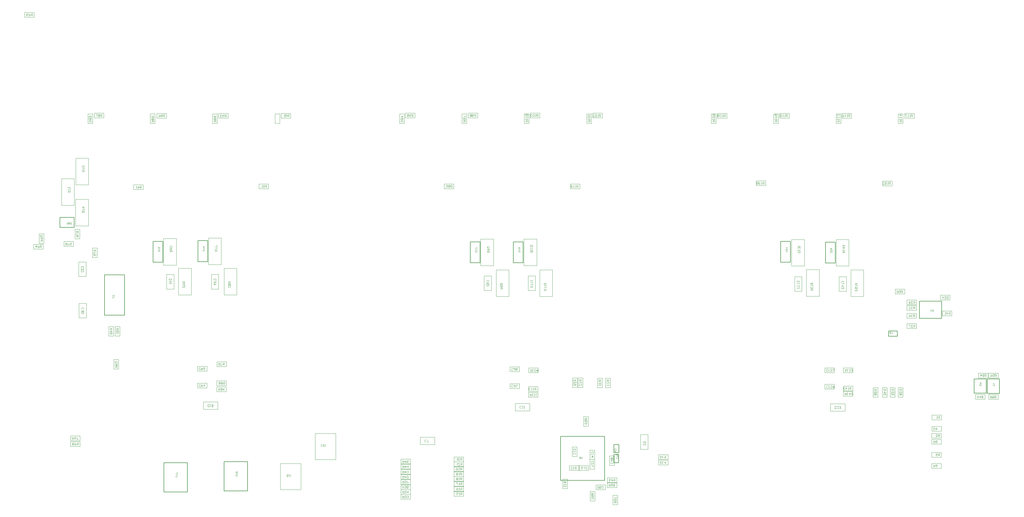
<source format=gbr>
%TF.GenerationSoftware,Altium Limited,Altium Designer,26.1.1 (7)*%
G04 Layer_Color=32768*
%FSLAX43Y43*%
%MOMM*%
%TF.SameCoordinates,F910D8A4-5627-44EB-A571-6FFAAA827985*%
%TF.FilePolarity,Positive*%
%TF.FileFunction,Other,Bottom_Assembly*%
%TF.Part,Single*%
G01*
G75*
%TA.AperFunction,NonConductor*%
%ADD96C,0.200*%
%ADD113C,0.100*%
G36*
X32205Y69349D02*
X32222Y69348D01*
X32237Y69346D01*
X32251Y69344D01*
X32264Y69343D01*
X32276Y69340D01*
X32287Y69338D01*
X32297Y69336D01*
X32306Y69333D01*
X32313Y69332D01*
X32319Y69330D01*
X32323Y69328D01*
X32327Y69327D01*
X32329Y69326D01*
X32330D01*
X32350Y69316D01*
X32369Y69303D01*
X32383Y69290D01*
X32396Y69276D01*
X32407Y69264D01*
X32414Y69254D01*
X32416Y69250D01*
X32418Y69247D01*
X32420Y69246D01*
Y69245D01*
X32430Y69221D01*
X32437Y69197D01*
X32443Y69173D01*
X32446Y69149D01*
X32447Y69139D01*
X32448Y69129D01*
X32449Y69120D01*
Y69112D01*
X32450Y69106D01*
Y69098D01*
X32448Y69064D01*
X32446Y69050D01*
X32444Y69036D01*
X32442Y69022D01*
X32439Y69010D01*
X32436Y68999D01*
X32432Y68989D01*
X32429Y68979D01*
X32426Y68972D01*
X32423Y68964D01*
X32420Y68959D01*
X32418Y68954D01*
X32417Y68952D01*
X32415Y68950D01*
Y68949D01*
X32401Y68928D01*
X32385Y68912D01*
X32370Y68899D01*
X32356Y68888D01*
X32343Y68879D01*
X32333Y68874D01*
X32329Y68872D01*
X32326Y68870D01*
X32324Y68869D01*
X32323D01*
X32312Y68866D01*
X32300Y68862D01*
X32275Y68856D01*
X32249Y68853D01*
X32224Y68850D01*
X32213Y68849D01*
X32202Y68848D01*
X32193D01*
X32185Y68847D01*
X32178D01*
X32174D01*
X32170D01*
X32169D01*
X31799D01*
Y68932D01*
X32169D01*
X32190D01*
X32211Y68934D01*
X32228Y68936D01*
X32245Y68939D01*
X32260Y68941D01*
X32273Y68945D01*
X32285Y68948D01*
X32296Y68952D01*
X32304Y68955D01*
X32312Y68959D01*
X32318Y68963D01*
X32323Y68965D01*
X32327Y68968D01*
X32330Y68970D01*
X32331Y68971D01*
X32332Y68972D01*
X32339Y68980D01*
X32346Y68989D01*
X32356Y69010D01*
X32363Y69031D01*
X32368Y69053D01*
X32371Y69074D01*
X32372Y69082D01*
Y69090D01*
X32373Y69096D01*
Y69105D01*
X32372Y69124D01*
X32370Y69142D01*
X32367Y69159D01*
X32362Y69172D01*
X32358Y69183D01*
X32356Y69191D01*
X32353Y69196D01*
X32352Y69197D01*
X32344Y69210D01*
X32334Y69221D01*
X32323Y69231D01*
X32314Y69237D01*
X32305Y69243D01*
X32298Y69247D01*
X32294Y69249D01*
X32292Y69250D01*
X32284Y69253D01*
X32275Y69255D01*
X32256Y69258D01*
X32236Y69261D01*
X32215Y69263D01*
X32198Y69264D01*
X32189D01*
X32183Y69265D01*
X32177D01*
X32173D01*
X32170D01*
X32169D01*
X31799D01*
Y69350D01*
X32169D01*
X32187D01*
X32205Y69349D01*
D02*
G37*
G36*
X31883Y68419D02*
X31910Y68441D01*
X31939Y68462D01*
X31966Y68481D01*
X31993Y68498D01*
X32005Y68506D01*
X32016Y68512D01*
X32027Y68519D01*
X32035Y68523D01*
X32042Y68527D01*
X32047Y68530D01*
X32051Y68532D01*
X32052Y68533D01*
X32089Y68551D01*
X32125Y68568D01*
X32161Y68582D01*
X32176Y68587D01*
X32192Y68593D01*
X32206Y68598D01*
X32219Y68602D01*
X32230Y68606D01*
X32239Y68609D01*
X32248Y68611D01*
X32253Y68613D01*
X32257Y68614D01*
X32258D01*
X32296Y68623D01*
X32314Y68627D01*
X32331Y68630D01*
X32346Y68633D01*
X32362Y68635D01*
X32375Y68637D01*
X32388Y68639D01*
X32399Y68640D01*
X32409Y68641D01*
X32419Y68642D01*
X32426D01*
X32432Y68643D01*
X32435D01*
X32438D01*
X32439D01*
Y68562D01*
X32404Y68560D01*
X32371Y68555D01*
X32342Y68550D01*
X32328Y68547D01*
X32315Y68545D01*
X32304Y68543D01*
X32294Y68540D01*
X32285Y68538D01*
X32277Y68536D01*
X32272Y68535D01*
X32267Y68534D01*
X32264Y68533D01*
X32263D01*
X32221Y68519D01*
X32181Y68504D01*
X32162Y68497D01*
X32143Y68489D01*
X32126Y68481D01*
X32110Y68474D01*
X32095Y68467D01*
X32082Y68461D01*
X32071Y68455D01*
X32061Y68450D01*
X32052Y68446D01*
X32047Y68443D01*
X32043Y68441D01*
X32042Y68440D01*
X32023Y68429D01*
X32003Y68418D01*
X31986Y68407D01*
X31969Y68396D01*
X31954Y68386D01*
X31940Y68376D01*
X31927Y68365D01*
X31916Y68357D01*
X31905Y68349D01*
X31895Y68341D01*
X31888Y68334D01*
X31881Y68328D01*
X31876Y68325D01*
X31872Y68321D01*
X31870Y68319D01*
X31869Y68318D01*
X31807D01*
Y68732D01*
X31883D01*
Y68419D01*
D02*
G37*
G36*
X52703Y11915D02*
X52627D01*
Y12228D01*
X52600Y12206D01*
X52572Y12185D01*
X52544Y12166D01*
X52517Y12149D01*
X52505Y12142D01*
X52494Y12135D01*
X52484Y12129D01*
X52476Y12124D01*
X52468Y12120D01*
X52464Y12117D01*
X52460Y12116D01*
X52459Y12115D01*
X52422Y12096D01*
X52385Y12080D01*
X52350Y12066D01*
X52334Y12060D01*
X52318Y12055D01*
X52304Y12049D01*
X52292Y12045D01*
X52280Y12042D01*
X52271Y12039D01*
X52263Y12036D01*
X52257Y12034D01*
X52254Y12033D01*
X52253D01*
X52215Y12024D01*
X52196Y12020D01*
X52180Y12018D01*
X52164Y12015D01*
X52148Y12012D01*
X52135Y12010D01*
X52122Y12008D01*
X52111Y12007D01*
X52101Y12007D01*
X52092Y12006D01*
X52084D01*
X52079Y12005D01*
X52075D01*
X52072D01*
X52071D01*
Y12085D01*
X52107Y12088D01*
X52139Y12093D01*
X52169Y12097D01*
X52182Y12100D01*
X52195Y12103D01*
X52206Y12105D01*
X52217Y12107D01*
X52226Y12109D01*
X52233Y12111D01*
X52239Y12113D01*
X52243Y12114D01*
X52246Y12115D01*
X52247D01*
X52290Y12129D01*
X52329Y12143D01*
X52349Y12151D01*
X52367Y12158D01*
X52384Y12166D01*
X52401Y12174D01*
X52415Y12180D01*
X52428Y12187D01*
X52439Y12192D01*
X52450Y12197D01*
X52458Y12202D01*
X52464Y12204D01*
X52467Y12206D01*
X52468Y12207D01*
X52488Y12218D01*
X52507Y12229D01*
X52525Y12240D01*
X52541Y12252D01*
X52556Y12262D01*
X52571Y12272D01*
X52584Y12282D01*
X52595Y12290D01*
X52606Y12299D01*
X52615Y12306D01*
X52623Y12313D01*
X52629Y12319D01*
X52635Y12323D01*
X52638Y12326D01*
X52640Y12328D01*
X52641Y12329D01*
X52703D01*
Y11915D01*
D02*
G37*
G36*
X52714Y11657D02*
X52698Y11648D01*
X52684Y11638D01*
X52669Y11626D01*
X52656Y11615D01*
X52645Y11603D01*
X52635Y11595D01*
X52633Y11591D01*
X52630Y11589D01*
X52629Y11588D01*
X52628Y11587D01*
X52612Y11567D01*
X52598Y11548D01*
X52585Y11529D01*
X52574Y11511D01*
X52565Y11495D01*
X52562Y11489D01*
X52559Y11483D01*
X52556Y11479D01*
X52555Y11475D01*
X52553Y11473D01*
Y11472D01*
X52477D01*
X52483Y11486D01*
X52489Y11500D01*
X52496Y11514D01*
X52502Y11527D01*
X52508Y11538D01*
X52513Y11547D01*
X52516Y11553D01*
X52517Y11554D01*
Y11554D01*
X52527Y11571D01*
X52537Y11586D01*
X52547Y11599D01*
X52555Y11609D01*
X52562Y11618D01*
X52567Y11624D01*
X52571Y11628D01*
X52572Y11629D01*
X52071D01*
Y11708D01*
X52714D01*
Y11657D01*
D02*
G37*
G36*
X52711Y11218D02*
X52341D01*
X52320D01*
X52300Y11216D01*
X52282Y11214D01*
X52266Y11211D01*
X52251Y11209D01*
X52237Y11205D01*
X52225Y11202D01*
X52215Y11198D01*
X52206Y11195D01*
X52198Y11191D01*
X52193Y11187D01*
X52187Y11185D01*
X52183Y11182D01*
X52181Y11180D01*
X52180Y11179D01*
X52179Y11178D01*
X52171Y11170D01*
X52165Y11161D01*
X52155Y11140D01*
X52147Y11119D01*
X52143Y11097D01*
X52139Y11076D01*
X52138Y11068D01*
Y11060D01*
X52137Y11054D01*
Y11045D01*
X52138Y11026D01*
X52141Y11008D01*
X52144Y10991D01*
X52148Y10978D01*
X52152Y10967D01*
X52155Y10959D01*
X52157Y10954D01*
X52158Y10953D01*
X52167Y10940D01*
X52177Y10929D01*
X52187Y10919D01*
X52196Y10913D01*
X52206Y10907D01*
X52212Y10903D01*
X52217Y10901D01*
X52219Y10900D01*
X52227Y10897D01*
X52235Y10895D01*
X52255Y10892D01*
X52275Y10889D01*
X52295Y10887D01*
X52313Y10886D01*
X52321D01*
X52328Y10885D01*
X52333D01*
X52338D01*
X52341D01*
X52341D01*
X52711D01*
Y10800D01*
X52341D01*
X52323D01*
X52305Y10801D01*
X52289Y10802D01*
X52273Y10804D01*
X52259Y10806D01*
X52246Y10807D01*
X52234Y10810D01*
X52223Y10812D01*
X52213Y10814D01*
X52205Y10817D01*
X52197Y10818D01*
X52192Y10820D01*
X52187Y10822D01*
X52183Y10823D01*
X52182Y10824D01*
X52181D01*
X52160Y10834D01*
X52142Y10847D01*
X52127Y10860D01*
X52114Y10874D01*
X52104Y10886D01*
X52096Y10896D01*
X52095Y10900D01*
X52093Y10903D01*
X52091Y10904D01*
Y10905D01*
X52081Y10929D01*
X52073Y10953D01*
X52068Y10977D01*
X52064Y11001D01*
X52063Y11011D01*
X52062Y11021D01*
X52061Y11030D01*
Y11038D01*
X52060Y11044D01*
Y11052D01*
X52062Y11086D01*
X52064Y11100D01*
X52066Y11114D01*
X52069Y11128D01*
X52071Y11140D01*
X52074Y11151D01*
X52078Y11161D01*
X52082Y11171D01*
X52084Y11178D01*
X52087Y11186D01*
X52090Y11191D01*
X52093Y11196D01*
X52094Y11198D01*
X52096Y11200D01*
Y11201D01*
X52109Y11222D01*
X52125Y11238D01*
X52140Y11251D01*
X52155Y11262D01*
X52168Y11271D01*
X52178Y11276D01*
X52182Y11278D01*
X52184Y11280D01*
X52186Y11281D01*
X52187D01*
X52198Y11284D01*
X52210Y11288D01*
X52235Y11294D01*
X52261Y11297D01*
X52286Y11300D01*
X52297Y11301D01*
X52308Y11302D01*
X52317D01*
X52326Y11303D01*
X52332D01*
X52337D01*
X52341D01*
X52341D01*
X52711D01*
Y11218D01*
D02*
G37*
G36*
X71736Y12611D02*
X71754Y12610D01*
X71772Y12608D01*
X71787Y12606D01*
X71802Y12604D01*
X71816Y12601D01*
X71828Y12599D01*
X71838Y12596D01*
X71847Y12594D01*
X71856Y12591D01*
X71862Y12589D01*
X71867Y12587D01*
X71871Y12586D01*
X71872Y12585D01*
X71873D01*
X71895Y12574D01*
X71915Y12562D01*
X71932Y12548D01*
X71945Y12536D01*
X71956Y12524D01*
X71963Y12514D01*
X71966Y12511D01*
X71968Y12508D01*
X71969Y12507D01*
Y12506D01*
X71981Y12487D01*
X71989Y12467D01*
X71995Y12448D01*
X71999Y12430D01*
X72002Y12415D01*
X72003Y12408D01*
Y12403D01*
X72004Y12399D01*
Y12392D01*
X72003Y12377D01*
X72001Y12362D01*
X71998Y12347D01*
X71994Y12334D01*
X71984Y12309D01*
X71980Y12298D01*
X71974Y12289D01*
X71968Y12280D01*
X71963Y12272D01*
X71957Y12265D01*
X71953Y12259D01*
X71949Y12255D01*
X71946Y12252D01*
X71944Y12250D01*
X71944Y12249D01*
X71932Y12239D01*
X71920Y12231D01*
X71907Y12222D01*
X71895Y12216D01*
X71881Y12210D01*
X71868Y12206D01*
X71844Y12199D01*
X71832Y12196D01*
X71822Y12194D01*
X71811Y12194D01*
X71803Y12193D01*
X71797Y12192D01*
X71792D01*
X71788D01*
X71787D01*
X71770Y12193D01*
X71754Y12194D01*
X71738Y12196D01*
X71724Y12200D01*
X71711Y12205D01*
X71698Y12209D01*
X71687Y12214D01*
X71676Y12219D01*
X71667Y12224D01*
X71659Y12229D01*
X71652Y12233D01*
X71646Y12238D01*
X71641Y12242D01*
X71638Y12243D01*
X71637Y12245D01*
X71636Y12246D01*
X71626Y12256D01*
X71617Y12268D01*
X71609Y12279D01*
X71602Y12291D01*
X71597Y12302D01*
X71592Y12313D01*
X71586Y12334D01*
X71583Y12343D01*
X71581Y12353D01*
X71580Y12360D01*
X71579Y12367D01*
X71578Y12373D01*
Y12380D01*
X71579Y12398D01*
X71582Y12415D01*
X71586Y12429D01*
X71590Y12443D01*
X71594Y12453D01*
X71598Y12462D01*
X71601Y12467D01*
X71601Y12469D01*
X71611Y12484D01*
X71621Y12497D01*
X71631Y12508D01*
X71640Y12517D01*
X71650Y12524D01*
X71656Y12529D01*
X71661Y12533D01*
X71662Y12534D01*
X71655D01*
X71650D01*
X71648D01*
X71647D01*
X71628Y12533D01*
X71611Y12532D01*
X71595Y12530D01*
X71580Y12528D01*
X71568Y12525D01*
X71559Y12524D01*
X71555Y12523D01*
X71552D01*
X71552Y12522D01*
X71551D01*
X71534Y12517D01*
X71519Y12513D01*
X71506Y12508D01*
X71495Y12503D01*
X71487Y12500D01*
X71480Y12496D01*
X71476Y12494D01*
X71475Y12493D01*
X71465Y12486D01*
X71456Y12478D01*
X71449Y12471D01*
X71442Y12464D01*
X71437Y12458D01*
X71433Y12452D01*
X71431Y12449D01*
X71430Y12448D01*
X71425Y12438D01*
X71421Y12427D01*
X71418Y12416D01*
X71417Y12406D01*
X71416Y12398D01*
X71415Y12391D01*
Y12385D01*
X71416Y12370D01*
X71418Y12356D01*
X71422Y12344D01*
X71427Y12334D01*
X71430Y12327D01*
X71434Y12320D01*
X71437Y12317D01*
X71438Y12316D01*
X71448Y12306D01*
X71460Y12299D01*
X71473Y12292D01*
X71486Y12288D01*
X71497Y12284D01*
X71507Y12281D01*
X71511Y12280D01*
X71513D01*
X71515Y12280D01*
X71515D01*
X71509Y12204D01*
X71482Y12209D01*
X71459Y12217D01*
X71439Y12226D01*
X71422Y12235D01*
X71409Y12244D01*
X71404Y12249D01*
X71399Y12253D01*
X71396Y12255D01*
X71393Y12258D01*
X71393Y12259D01*
X71392Y12260D01*
X71384Y12269D01*
X71378Y12280D01*
X71368Y12300D01*
X71360Y12320D01*
X71356Y12340D01*
X71352Y12357D01*
X71351Y12365D01*
Y12371D01*
X71350Y12376D01*
Y12383D01*
X71352Y12409D01*
X71356Y12432D01*
X71362Y12453D01*
X71369Y12471D01*
X71372Y12478D01*
X71376Y12486D01*
X71380Y12491D01*
X71382Y12497D01*
X71384Y12500D01*
X71386Y12503D01*
X71388Y12505D01*
Y12506D01*
X71404Y12525D01*
X71421Y12541D01*
X71440Y12554D01*
X71457Y12565D01*
X71473Y12574D01*
X71480Y12578D01*
X71486Y12581D01*
X71491Y12583D01*
X71495Y12585D01*
X71497Y12586D01*
X71498D01*
X71512Y12590D01*
X71527Y12595D01*
X71559Y12601D01*
X71592Y12606D01*
X71624Y12609D01*
X71638Y12611D01*
X71651Y12611D01*
X71663D01*
X71674Y12612D01*
X71682D01*
X71688D01*
X71693D01*
X71694D01*
X71715D01*
X71736Y12611D01*
D02*
G37*
G36*
X72004Y11939D02*
X71988Y11930D01*
X71973Y11920D01*
X71958Y11908D01*
X71945Y11897D01*
X71934Y11886D01*
X71925Y11877D01*
X71922Y11874D01*
X71920Y11871D01*
X71919Y11870D01*
X71918Y11869D01*
X71902Y11850D01*
X71887Y11830D01*
X71874Y11812D01*
X71864Y11793D01*
X71855Y11777D01*
X71851Y11771D01*
X71848Y11765D01*
X71846Y11761D01*
X71845Y11757D01*
X71843Y11755D01*
Y11754D01*
X71767D01*
X71772Y11768D01*
X71779Y11782D01*
X71785Y11796D01*
X71792Y11809D01*
X71797Y11820D01*
X71802Y11829D01*
X71806Y11835D01*
X71807Y11836D01*
Y11837D01*
X71817Y11853D01*
X71827Y11868D01*
X71836Y11881D01*
X71845Y11891D01*
X71851Y11900D01*
X71857Y11906D01*
X71860Y11911D01*
X71861Y11912D01*
X71361D01*
Y11990D01*
X72004D01*
Y11939D01*
D02*
G37*
G36*
X72001Y11500D02*
X71631D01*
X71610D01*
X71589Y11498D01*
X71572Y11496D01*
X71555Y11494D01*
X71540Y11491D01*
X71527Y11487D01*
X71515Y11484D01*
X71504Y11481D01*
X71496Y11477D01*
X71488Y11473D01*
X71482Y11470D01*
X71477Y11467D01*
X71473Y11464D01*
X71470Y11462D01*
X71469Y11461D01*
X71468Y11460D01*
X71461Y11452D01*
X71454Y11443D01*
X71444Y11422D01*
X71437Y11401D01*
X71432Y11379D01*
X71429Y11359D01*
X71428Y11350D01*
Y11342D01*
X71427Y11336D01*
Y11327D01*
X71428Y11308D01*
X71430Y11290D01*
X71433Y11274D01*
X71438Y11261D01*
X71442Y11250D01*
X71444Y11241D01*
X71447Y11237D01*
X71448Y11235D01*
X71456Y11222D01*
X71466Y11211D01*
X71477Y11201D01*
X71486Y11195D01*
X71495Y11189D01*
X71502Y11185D01*
X71506Y11183D01*
X71508Y11182D01*
X71516Y11179D01*
X71525Y11177D01*
X71544Y11174D01*
X71564Y11171D01*
X71585Y11169D01*
X71602Y11168D01*
X71611D01*
X71617Y11167D01*
X71623D01*
X71627D01*
X71630D01*
X71631D01*
X72001D01*
Y11082D01*
X71631D01*
X71613D01*
X71595Y11083D01*
X71578Y11084D01*
X71563Y11086D01*
X71549Y11088D01*
X71536Y11090D01*
X71524Y11092D01*
X71513Y11094D01*
X71503Y11096D01*
X71494Y11099D01*
X71487Y11101D01*
X71481Y11103D01*
X71477Y11104D01*
X71473Y11105D01*
X71471Y11106D01*
X71470D01*
X71450Y11116D01*
X71431Y11129D01*
X71417Y11142D01*
X71404Y11156D01*
X71393Y11168D01*
X71386Y11178D01*
X71384Y11182D01*
X71382Y11185D01*
X71380Y11187D01*
Y11188D01*
X71370Y11211D01*
X71363Y11235D01*
X71357Y11260D01*
X71354Y11283D01*
X71353Y11293D01*
X71352Y11303D01*
X71351Y11312D01*
Y11320D01*
X71350Y11326D01*
Y11335D01*
X71352Y11368D01*
X71354Y11383D01*
X71356Y11397D01*
X71358Y11410D01*
X71361Y11422D01*
X71364Y11434D01*
X71368Y11444D01*
X71371Y11453D01*
X71374Y11460D01*
X71377Y11468D01*
X71380Y11473D01*
X71382Y11478D01*
X71383Y11481D01*
X71385Y11483D01*
Y11483D01*
X71399Y11504D01*
X71415Y11520D01*
X71429Y11533D01*
X71444Y11545D01*
X71457Y11553D01*
X71467Y11558D01*
X71471Y11560D01*
X71474Y11562D01*
X71476Y11563D01*
X71477D01*
X71488Y11567D01*
X71500Y11570D01*
X71525Y11576D01*
X71551Y11580D01*
X71576Y11582D01*
X71587Y11583D01*
X71598Y11584D01*
X71607D01*
X71615Y11585D01*
X71622D01*
X71626D01*
X71630D01*
X71631D01*
X72001D01*
Y11500D01*
D02*
G37*
G36*
X182601Y16974D02*
Y16956D01*
X182600Y16938D01*
X182599Y16921D01*
X182597Y16906D01*
X182596Y16892D01*
X182594Y16879D01*
X182591Y16867D01*
X182589Y16856D01*
X182587Y16846D01*
X182584Y16837D01*
X182583Y16830D01*
X182581Y16824D01*
X182579Y16820D01*
X182578Y16816D01*
X182577Y16814D01*
Y16813D01*
X182567Y16793D01*
X182554Y16774D01*
X182541Y16760D01*
X182527Y16747D01*
X182515Y16737D01*
X182505Y16729D01*
X182501Y16727D01*
X182498Y16725D01*
X182497Y16724D01*
X182496D01*
X182473Y16713D01*
X182449Y16706D01*
X182424Y16700D01*
X182400Y16697D01*
X182390Y16696D01*
X182380Y16695D01*
X182371Y16694D01*
X182363D01*
X182357Y16693D01*
X182349D01*
X182315Y16695D01*
X182301Y16697D01*
X182287Y16699D01*
X182273Y16701D01*
X182261Y16704D01*
X182250Y16707D01*
X182240Y16711D01*
X182230Y16714D01*
X182223Y16717D01*
X182216Y16720D01*
X182210Y16723D01*
X182205Y16725D01*
X182203Y16726D01*
X182201Y16728D01*
X182200D01*
X182180Y16742D01*
X182163Y16758D01*
X182150Y16773D01*
X182139Y16787D01*
X182130Y16800D01*
X182125Y16810D01*
X182123Y16814D01*
X182121Y16817D01*
X182120Y16819D01*
Y16820D01*
X182117Y16831D01*
X182113Y16843D01*
X182107Y16868D01*
X182104Y16894D01*
X182101Y16919D01*
X182100Y16930D01*
X182099Y16941D01*
Y16950D01*
X182098Y16958D01*
Y16965D01*
Y16970D01*
Y16973D01*
Y16974D01*
Y17344D01*
X182183D01*
Y16974D01*
Y16953D01*
X182185Y16933D01*
X182187Y16915D01*
X182190Y16898D01*
X182192Y16884D01*
X182196Y16870D01*
X182199Y16858D01*
X182203Y16847D01*
X182206Y16839D01*
X182210Y16831D01*
X182214Y16825D01*
X182216Y16820D01*
X182219Y16816D01*
X182221Y16813D01*
X182222Y16812D01*
X182223Y16811D01*
X182231Y16804D01*
X182241Y16798D01*
X182261Y16787D01*
X182282Y16780D01*
X182304Y16775D01*
X182325Y16772D01*
X182333Y16771D01*
X182341D01*
X182347Y16770D01*
X182356D01*
X182376Y16771D01*
X182393Y16774D01*
X182410Y16776D01*
X182423Y16781D01*
X182434Y16785D01*
X182442Y16787D01*
X182447Y16790D01*
X182449Y16791D01*
X182461Y16799D01*
X182473Y16810D01*
X182482Y16820D01*
X182488Y16829D01*
X182494Y16838D01*
X182498Y16845D01*
X182500Y16849D01*
X182501Y16851D01*
X182504Y16860D01*
X182506Y16868D01*
X182510Y16887D01*
X182512Y16908D01*
X182514Y16928D01*
X182515Y16945D01*
Y16954D01*
X182516Y16960D01*
Y16966D01*
Y16970D01*
Y16973D01*
Y16974D01*
Y17344D01*
X182601D01*
Y16974D01*
D02*
G37*
G36*
X181796Y17346D02*
X181811Y17345D01*
X181836Y17339D01*
X181848Y17336D01*
X181860Y17332D01*
X181870Y17327D01*
X181879Y17323D01*
X181886Y17318D01*
X181894Y17313D01*
X181900Y17310D01*
X181905Y17306D01*
X181909Y17303D01*
X181911Y17301D01*
X181913Y17300D01*
X181914Y17299D01*
X181922Y17289D01*
X181931Y17280D01*
X181937Y17270D01*
X181943Y17260D01*
X181952Y17240D01*
X181958Y17222D01*
X181961Y17206D01*
X181962Y17199D01*
X181963Y17193D01*
X181964Y17188D01*
Y17184D01*
Y17182D01*
Y17181D01*
X181963Y17165D01*
X181960Y17149D01*
X181957Y17135D01*
X181952Y17123D01*
X181948Y17114D01*
X181945Y17106D01*
X181942Y17103D01*
X181941Y17101D01*
X181931Y17090D01*
X181920Y17080D01*
X181908Y17070D01*
X181896Y17063D01*
X181885Y17057D01*
X181876Y17054D01*
X181873Y17052D01*
X181870Y17051D01*
X181869Y17050D01*
X181868D01*
X181889Y17043D01*
X181907Y17035D01*
X181922Y17025D01*
X181935Y17016D01*
X181946Y17007D01*
X181953Y16999D01*
X181957Y16994D01*
X181959Y16994D01*
Y16993D01*
X181969Y16976D01*
X181977Y16958D01*
X181983Y16942D01*
X181986Y16925D01*
X181988Y16910D01*
X181989Y16904D01*
Y16898D01*
X181990Y16895D01*
Y16891D01*
Y16889D01*
Y16888D01*
X181989Y16873D01*
X181987Y16859D01*
X181984Y16845D01*
X181981Y16831D01*
X181971Y16808D01*
X181967Y16797D01*
X181961Y16787D01*
X181956Y16778D01*
X181951Y16771D01*
X181946Y16764D01*
X181942Y16759D01*
X181938Y16754D01*
X181935Y16751D01*
X181934Y16749D01*
X181933Y16749D01*
X181922Y16738D01*
X181910Y16730D01*
X181897Y16723D01*
X181884Y16716D01*
X181872Y16712D01*
X181859Y16707D01*
X181834Y16700D01*
X181823Y16698D01*
X181812Y16696D01*
X181803Y16695D01*
X181795Y16694D01*
X181788Y16693D01*
X181779D01*
X181762Y16694D01*
X181746Y16696D01*
X181730Y16699D01*
X181715Y16701D01*
X181702Y16706D01*
X181689Y16711D01*
X181677Y16715D01*
X181667Y16721D01*
X181658Y16726D01*
X181650Y16731D01*
X181643Y16736D01*
X181637Y16740D01*
X181632Y16743D01*
X181629Y16746D01*
X181628Y16748D01*
X181627Y16749D01*
X181616Y16760D01*
X181607Y16771D01*
X181600Y16782D01*
X181593Y16794D01*
X181587Y16805D01*
X181582Y16817D01*
X181576Y16838D01*
X181573Y16848D01*
X181571Y16858D01*
X181570Y16866D01*
X181569Y16872D01*
X181568Y16878D01*
Y16883D01*
Y16885D01*
Y16886D01*
X181569Y16908D01*
X181573Y16927D01*
X181579Y16945D01*
X181584Y16959D01*
X181590Y16971D01*
X181595Y16981D01*
X181599Y16986D01*
X181600Y16987D01*
Y16988D01*
X181613Y17003D01*
X181627Y17016D01*
X181641Y17026D01*
X181655Y17035D01*
X181668Y17042D01*
X181679Y17046D01*
X181683Y17048D01*
X181686Y17049D01*
X181688Y17050D01*
X181689D01*
X181672Y17057D01*
X181658Y17066D01*
X181646Y17074D01*
X181636Y17082D01*
X181628Y17090D01*
X181623Y17095D01*
X181619Y17099D01*
X181618Y17101D01*
X181610Y17114D01*
X181604Y17127D01*
X181600Y17140D01*
X181597Y17153D01*
X181595Y17163D01*
X181594Y17171D01*
Y17177D01*
Y17178D01*
Y17178D01*
X181595Y17191D01*
X181596Y17203D01*
X181603Y17227D01*
X181611Y17247D01*
X181620Y17264D01*
X181629Y17278D01*
X181634Y17284D01*
X181638Y17289D01*
X181641Y17293D01*
X181644Y17296D01*
X181645Y17297D01*
X181646Y17298D01*
X181656Y17306D01*
X181666Y17314D01*
X181677Y17321D01*
X181689Y17326D01*
X181711Y17335D01*
X181733Y17340D01*
X181742Y17343D01*
X181751Y17344D01*
X181760Y17345D01*
X181767Y17346D01*
X181773Y17347D01*
X181781D01*
X181796Y17346D01*
D02*
G37*
G36*
X193775Y18294D02*
X193790D01*
X193804Y18293D01*
X193817Y18291D01*
X193830Y18290D01*
X193841Y18289D01*
X193852Y18288D01*
X193861Y18287D01*
X193869Y18285D01*
X193876Y18284D01*
X193881Y18283D01*
X193886Y18282D01*
X193889Y18281D01*
X193890Y18280D01*
X193891D01*
X193912Y18275D01*
X193930Y18268D01*
X193946Y18261D01*
X193960Y18255D01*
X193972Y18249D01*
X193980Y18245D01*
X193985Y18241D01*
X193987Y18240D01*
X194000Y18230D01*
X194012Y18220D01*
X194023Y18209D01*
X194032Y18199D01*
X194038Y18190D01*
X194043Y18182D01*
X194046Y18178D01*
X194047Y18177D01*
Y18176D01*
X194054Y18161D01*
X194059Y18145D01*
X194062Y18130D01*
X194065Y18117D01*
X194067Y18105D01*
X194068Y18094D01*
Y18086D01*
X194066Y18061D01*
X194062Y18038D01*
X194056Y18019D01*
X194049Y18002D01*
X194042Y17988D01*
X194039Y17983D01*
X194036Y17978D01*
X194034Y17974D01*
X194032Y17971D01*
X194030Y17971D01*
Y17970D01*
X194015Y17953D01*
X193998Y17939D01*
X193980Y17927D01*
X193963Y17918D01*
X193948Y17910D01*
X193941Y17907D01*
X193935Y17905D01*
X193930Y17903D01*
X193926Y17901D01*
X193925Y17900D01*
X193924D01*
X193910Y17897D01*
X193896Y17893D01*
X193865Y17887D01*
X193835Y17883D01*
X193806Y17880D01*
X193792Y17879D01*
X193780Y17878D01*
X193769D01*
X193759Y17877D01*
X193752D01*
X193745D01*
X193742D01*
X193741D01*
X193708Y17878D01*
X193678Y17880D01*
X193650Y17883D01*
X193624Y17887D01*
X193600Y17892D01*
X193579Y17897D01*
X193559Y17903D01*
X193543Y17909D01*
X193528Y17914D01*
X193515Y17921D01*
X193504Y17925D01*
X193496Y17930D01*
X193488Y17934D01*
X193484Y17937D01*
X193481Y17939D01*
X193480Y17940D01*
X193469Y17950D01*
X193459Y17961D01*
X193449Y17973D01*
X193442Y17985D01*
X193436Y17997D01*
X193430Y18009D01*
X193426Y18021D01*
X193423Y18032D01*
X193420Y18044D01*
X193418Y18054D01*
X193416Y18063D01*
X193415Y18070D01*
X193414Y18077D01*
Y18086D01*
X193416Y18111D01*
X193420Y18134D01*
X193426Y18154D01*
X193433Y18170D01*
X193439Y18184D01*
X193443Y18189D01*
X193446Y18193D01*
X193448Y18197D01*
X193449Y18200D01*
X193451Y18201D01*
Y18202D01*
X193467Y18218D01*
X193484Y18232D01*
X193502Y18244D01*
X193519Y18253D01*
X193534Y18261D01*
X193541Y18265D01*
X193547Y18266D01*
X193552Y18268D01*
X193556Y18270D01*
X193558Y18271D01*
X193558D01*
X193572Y18276D01*
X193586Y18279D01*
X193616Y18285D01*
X193646Y18289D01*
X193676Y18292D01*
X193689Y18293D01*
X193701Y18294D01*
X193712D01*
X193722Y18295D01*
X193730D01*
X193736D01*
X193740D01*
X193741D01*
X193758D01*
X193775Y18294D01*
D02*
G37*
G36*
X194068Y17625D02*
X194052Y17615D01*
X194037Y17605D01*
X194023Y17593D01*
X194010Y17582D01*
X193999Y17571D01*
X193989Y17563D01*
X193987Y17559D01*
X193984Y17556D01*
X193983Y17555D01*
X193982Y17554D01*
X193966Y17535D01*
X193951Y17516D01*
X193938Y17497D01*
X193928Y17479D01*
X193919Y17463D01*
X193915Y17456D01*
X193913Y17451D01*
X193910Y17446D01*
X193909Y17443D01*
X193907Y17441D01*
Y17440D01*
X193831D01*
X193837Y17454D01*
X193843Y17468D01*
X193850Y17481D01*
X193856Y17494D01*
X193862Y17505D01*
X193866Y17515D01*
X193870Y17520D01*
X193871Y17521D01*
Y17522D01*
X193881Y17539D01*
X193891Y17554D01*
X193901Y17566D01*
X193909Y17577D01*
X193915Y17586D01*
X193921Y17591D01*
X193925Y17596D01*
X193926Y17597D01*
X193425D01*
Y17676D01*
X194068D01*
Y17625D01*
D02*
G37*
G36*
X193649Y17223D02*
X193634Y17219D01*
X193620Y17214D01*
X193607Y17210D01*
X193595Y17205D01*
X193584Y17199D01*
X193575Y17194D01*
X193566Y17187D01*
X193558Y17182D01*
X193550Y17177D01*
X193545Y17172D01*
X193539Y17167D01*
X193534Y17163D01*
X193532Y17160D01*
X193529Y17157D01*
X193528Y17156D01*
X193527Y17155D01*
X193520Y17146D01*
X193514Y17136D01*
X193504Y17115D01*
X193497Y17096D01*
X193492Y17076D01*
X193488Y17060D01*
X193487Y17053D01*
Y17047D01*
X193486Y17041D01*
Y17035D01*
X193487Y17014D01*
X193491Y16993D01*
X193496Y16975D01*
X193501Y16958D01*
X193507Y16945D01*
X193509Y16940D01*
X193511Y16935D01*
X193513Y16931D01*
X193515Y16929D01*
X193516Y16927D01*
Y16926D01*
X193529Y16908D01*
X193543Y16893D01*
X193558Y16880D01*
X193573Y16870D01*
X193586Y16862D01*
X193597Y16856D01*
X193602Y16855D01*
X193605Y16853D01*
X193607Y16852D01*
X193607D01*
X193632Y16844D01*
X193656Y16839D01*
X193680Y16834D01*
X193702Y16831D01*
X193712Y16831D01*
X193721Y16830D01*
X193730D01*
X193736Y16829D01*
X193742D01*
X193746D01*
X193749D01*
X193750D01*
X193774Y16830D01*
X193796Y16831D01*
X193816Y16835D01*
X193835Y16839D01*
X193851Y16842D01*
X193857Y16843D01*
X193863Y16845D01*
X193867Y16846D01*
X193870Y16847D01*
X193872Y16848D01*
X193873D01*
X193894Y16857D01*
X193914Y16868D01*
X193929Y16879D01*
X193943Y16891D01*
X193954Y16901D01*
X193962Y16909D01*
X193966Y16916D01*
X193968Y16917D01*
Y16917D01*
X193980Y16937D01*
X193989Y16958D01*
X193996Y16978D01*
X193999Y16998D01*
X194002Y17015D01*
X194003Y17023D01*
Y17029D01*
X194004Y17034D01*
Y17041D01*
X194003Y17064D01*
X193999Y17086D01*
X193994Y17103D01*
X193988Y17119D01*
X193982Y17131D01*
X193977Y17140D01*
X193974Y17146D01*
X193972Y17148D01*
X193958Y17162D01*
X193942Y17176D01*
X193926Y17187D01*
X193909Y17197D01*
X193894Y17204D01*
X193887Y17207D01*
X193881Y17209D01*
X193877Y17211D01*
X193873Y17212D01*
X193871Y17213D01*
X193870D01*
X193889Y17297D01*
X193906Y17291D01*
X193921Y17285D01*
X193935Y17278D01*
X193949Y17272D01*
X193961Y17264D01*
X193972Y17256D01*
X193983Y17248D01*
X193992Y17241D01*
X193999Y17234D01*
X194007Y17227D01*
X194013Y17221D01*
X194018Y17216D01*
X194023Y17211D01*
X194025Y17208D01*
X194026Y17206D01*
X194027Y17205D01*
X194036Y17192D01*
X194044Y17179D01*
X194050Y17166D01*
X194056Y17152D01*
X194064Y17125D01*
X194070Y17100D01*
X194073Y17088D01*
X194073Y17077D01*
X194074Y17067D01*
X194075Y17059D01*
X194076Y17052D01*
Y17043D01*
X194074Y17013D01*
X194070Y16983D01*
X194064Y16957D01*
X194061Y16945D01*
X194057Y16934D01*
X194053Y16924D01*
X194049Y16915D01*
X194047Y16907D01*
X194044Y16900D01*
X194041Y16895D01*
X194039Y16892D01*
X194038Y16889D01*
X194037Y16888D01*
X194022Y16863D01*
X194003Y16842D01*
X193985Y16823D01*
X193966Y16807D01*
X193950Y16795D01*
X193942Y16791D01*
X193936Y16787D01*
X193931Y16783D01*
X193927Y16782D01*
X193925Y16781D01*
X193924Y16780D01*
X193895Y16767D01*
X193865Y16757D01*
X193836Y16751D01*
X193809Y16746D01*
X193797Y16745D01*
X193785Y16744D01*
X193776Y16743D01*
X193766D01*
X193760Y16742D01*
X193754D01*
X193751D01*
X193750D01*
X193717Y16744D01*
X193684Y16747D01*
X193656Y16752D01*
X193642Y16756D01*
X193630Y16758D01*
X193619Y16761D01*
X193608Y16765D01*
X193599Y16768D01*
X193592Y16770D01*
X193586Y16772D01*
X193582Y16773D01*
X193579Y16775D01*
X193578D01*
X193550Y16789D01*
X193525Y16805D01*
X193504Y16821D01*
X193496Y16830D01*
X193487Y16837D01*
X193480Y16844D01*
X193473Y16852D01*
X193468Y16858D01*
X193464Y16864D01*
X193460Y16868D01*
X193458Y16871D01*
X193457Y16873D01*
X193456Y16874D01*
X193448Y16887D01*
X193442Y16900D01*
X193432Y16928D01*
X193424Y16955D01*
X193420Y16982D01*
X193418Y16995D01*
X193416Y17006D01*
X193415Y17016D01*
Y17025D01*
X193414Y17032D01*
Y17042D01*
X193415Y17061D01*
X193417Y17078D01*
X193419Y17095D01*
X193423Y17111D01*
X193427Y17125D01*
X193432Y17139D01*
X193436Y17152D01*
X193442Y17164D01*
X193447Y17174D01*
X193451Y17185D01*
X193456Y17192D01*
X193460Y17199D01*
X193464Y17204D01*
X193466Y17209D01*
X193468Y17211D01*
X193469Y17211D01*
X193480Y17224D01*
X193491Y17236D01*
X193504Y17246D01*
X193517Y17256D01*
X193543Y17272D01*
X193569Y17285D01*
X193581Y17291D01*
X193592Y17296D01*
X193602Y17299D01*
X193610Y17302D01*
X193618Y17305D01*
X193623Y17307D01*
X193627Y17308D01*
X193628D01*
X193649Y17223D01*
D02*
G37*
G36*
X193145Y19973D02*
X193177Y19970D01*
X193206Y19965D01*
X193220Y19961D01*
X193232Y19958D01*
X193243Y19956D01*
X193253Y19952D01*
X193262Y19949D01*
X193270Y19947D01*
X193275Y19945D01*
X193280Y19944D01*
X193283Y19942D01*
X193283D01*
X193311Y19928D01*
X193336Y19912D01*
X193357Y19896D01*
X193366Y19887D01*
X193374Y19880D01*
X193381Y19872D01*
X193388Y19865D01*
X193393Y19859D01*
X193397Y19853D01*
X193401Y19849D01*
X193404Y19846D01*
X193405Y19844D01*
X193405Y19843D01*
X193413Y19830D01*
X193419Y19817D01*
X193430Y19789D01*
X193437Y19762D01*
X193442Y19735D01*
X193443Y19722D01*
X193445Y19711D01*
X193446Y19701D01*
Y19692D01*
X193447Y19685D01*
Y19675D01*
X193446Y19656D01*
X193444Y19639D01*
X193442Y19622D01*
X193439Y19606D01*
X193434Y19591D01*
X193430Y19578D01*
X193425Y19565D01*
X193419Y19553D01*
X193415Y19542D01*
X193410Y19532D01*
X193405Y19525D01*
X193401Y19517D01*
X193397Y19513D01*
X193395Y19508D01*
X193393Y19506D01*
X193393Y19505D01*
X193381Y19492D01*
X193370Y19481D01*
X193357Y19471D01*
X193344Y19461D01*
X193319Y19444D01*
X193293Y19431D01*
X193281Y19426D01*
X193270Y19421D01*
X193259Y19418D01*
X193251Y19415D01*
X193244Y19412D01*
X193238Y19410D01*
X193234Y19409D01*
X193234D01*
X193212Y19494D01*
X193227Y19498D01*
X193241Y19503D01*
X193254Y19507D01*
X193266Y19512D01*
X193277Y19517D01*
X193286Y19523D01*
X193295Y19529D01*
X193304Y19535D01*
X193311Y19540D01*
X193317Y19545D01*
X193322Y19550D01*
X193327Y19553D01*
X193330Y19557D01*
X193332Y19560D01*
X193333Y19561D01*
X193334Y19562D01*
X193342Y19571D01*
X193347Y19581D01*
X193357Y19602D01*
X193365Y19621D01*
X193369Y19640D01*
X193373Y19657D01*
X193374Y19664D01*
Y19670D01*
X193375Y19676D01*
Y19682D01*
X193374Y19703D01*
X193370Y19724D01*
X193366Y19742D01*
X193360Y19759D01*
X193355Y19772D01*
X193352Y19777D01*
X193350Y19782D01*
X193348Y19786D01*
X193346Y19788D01*
X193345Y19790D01*
Y19791D01*
X193332Y19809D01*
X193319Y19823D01*
X193303Y19836D01*
X193288Y19847D01*
X193275Y19855D01*
X193264Y19860D01*
X193259Y19862D01*
X193257Y19864D01*
X193255Y19865D01*
X193254D01*
X193230Y19872D01*
X193206Y19878D01*
X193182Y19883D01*
X193160Y19885D01*
X193149Y19886D01*
X193140Y19887D01*
X193132D01*
X193125Y19888D01*
X193120D01*
X193115D01*
X193112D01*
X193111D01*
X193087Y19887D01*
X193065Y19885D01*
X193045Y19882D01*
X193026Y19878D01*
X193011Y19875D01*
X193004Y19873D01*
X192999Y19872D01*
X192994Y19871D01*
X192991Y19870D01*
X192989Y19869D01*
X192988D01*
X192967Y19860D01*
X192948Y19849D01*
X192932Y19838D01*
X192918Y19826D01*
X192907Y19816D01*
X192900Y19808D01*
X192895Y19801D01*
X192893Y19800D01*
Y19799D01*
X192881Y19780D01*
X192872Y19759D01*
X192866Y19738D01*
X192862Y19719D01*
X192859Y19701D01*
X192858Y19694D01*
Y19688D01*
X192857Y19683D01*
Y19676D01*
X192858Y19652D01*
X192862Y19631D01*
X192867Y19614D01*
X192873Y19598D01*
X192879Y19586D01*
X192884Y19577D01*
X192888Y19571D01*
X192890Y19569D01*
X192903Y19554D01*
X192919Y19541D01*
X192936Y19529D01*
X192952Y19520D01*
X192967Y19513D01*
X192975Y19510D01*
X192980Y19508D01*
X192985Y19506D01*
X192988Y19504D01*
X192990Y19504D01*
X192991D01*
X192972Y19420D01*
X192955Y19426D01*
X192940Y19431D01*
X192927Y19439D01*
X192913Y19445D01*
X192901Y19453D01*
X192890Y19461D01*
X192878Y19468D01*
X192869Y19476D01*
X192862Y19483D01*
X192854Y19490D01*
X192848Y19496D01*
X192843Y19501D01*
X192839Y19505D01*
X192836Y19509D01*
X192835Y19511D01*
X192834Y19512D01*
X192826Y19525D01*
X192817Y19538D01*
X192811Y19551D01*
X192805Y19565D01*
X192797Y19592D01*
X192792Y19617D01*
X192789Y19629D01*
X192788Y19639D01*
X192787Y19650D01*
X192786Y19658D01*
X192785Y19664D01*
Y19674D01*
X192787Y19704D01*
X192792Y19734D01*
X192797Y19760D01*
X192801Y19772D01*
X192805Y19783D01*
X192808Y19793D01*
X192812Y19802D01*
X192815Y19810D01*
X192817Y19817D01*
X192820Y19822D01*
X192822Y19825D01*
X192823Y19828D01*
X192824Y19829D01*
X192840Y19854D01*
X192858Y19875D01*
X192877Y19894D01*
X192895Y19909D01*
X192912Y19921D01*
X192919Y19926D01*
X192926Y19930D01*
X192930Y19933D01*
X192934Y19935D01*
X192937Y19936D01*
X192938Y19937D01*
X192966Y19950D01*
X192996Y19959D01*
X193025Y19966D01*
X193052Y19970D01*
X193064Y19972D01*
X193076Y19973D01*
X193086Y19974D01*
X193095D01*
X193101Y19975D01*
X193107D01*
X193111D01*
X193111D01*
X193145Y19973D01*
D02*
G37*
G36*
X193267Y19337D02*
X193282Y19335D01*
X193295Y19333D01*
X193309Y19329D01*
X193332Y19320D01*
X193344Y19315D01*
X193353Y19309D01*
X193362Y19304D01*
X193369Y19299D01*
X193376Y19294D01*
X193381Y19290D01*
X193386Y19286D01*
X193389Y19284D01*
X193391Y19282D01*
X193392Y19281D01*
X193402Y19270D01*
X193410Y19258D01*
X193417Y19245D01*
X193424Y19232D01*
X193429Y19220D01*
X193433Y19207D01*
X193440Y19182D01*
X193442Y19171D01*
X193444Y19161D01*
X193445Y19151D01*
X193446Y19143D01*
X193447Y19137D01*
Y19127D01*
X193446Y19110D01*
X193444Y19094D01*
X193442Y19078D01*
X193439Y19063D01*
X193434Y19051D01*
X193430Y19038D01*
X193425Y19026D01*
X193419Y19015D01*
X193414Y19006D01*
X193409Y18998D01*
X193405Y18991D01*
X193400Y18985D01*
X193397Y18980D01*
X193394Y18978D01*
X193393Y18976D01*
X193392Y18975D01*
X193381Y18965D01*
X193369Y18955D01*
X193358Y18948D01*
X193346Y18941D01*
X193335Y18935D01*
X193323Y18930D01*
X193302Y18924D01*
X193292Y18921D01*
X193283Y18919D01*
X193274Y18918D01*
X193268Y18917D01*
X193262Y18916D01*
X193258D01*
X193255D01*
X193254D01*
X193233Y18917D01*
X193213Y18921D01*
X193196Y18927D01*
X193181Y18932D01*
X193169Y18938D01*
X193160Y18943D01*
X193154Y18947D01*
X193153Y18948D01*
X193152D01*
X193137Y18961D01*
X193124Y18975D01*
X193114Y18990D01*
X193105Y19003D01*
X193099Y19016D01*
X193094Y19027D01*
X193092Y19031D01*
X193091Y19034D01*
X193090Y19036D01*
Y19037D01*
X193083Y19020D01*
X193074Y19006D01*
X193066Y18994D01*
X193058Y18984D01*
X193050Y18977D01*
X193045Y18971D01*
X193041Y18967D01*
X193039Y18966D01*
X193026Y18958D01*
X193013Y18953D01*
X193001Y18948D01*
X192988Y18945D01*
X192977Y18943D01*
X192969Y18942D01*
X192964D01*
X192963D01*
X192962D01*
X192949Y18943D01*
X192937Y18944D01*
X192914Y18951D01*
X192893Y18959D01*
X192876Y18968D01*
X192862Y18978D01*
X192856Y18982D01*
X192851Y18986D01*
X192847Y18990D01*
X192844Y18992D01*
X192843Y18993D01*
X192842Y18994D01*
X192834Y19004D01*
X192826Y19014D01*
X192819Y19026D01*
X192814Y19037D01*
X192805Y19059D01*
X192800Y19081D01*
X192797Y19090D01*
X192796Y19100D01*
X192795Y19108D01*
X192794Y19115D01*
X192793Y19121D01*
Y19129D01*
X192794Y19144D01*
X192795Y19159D01*
X192801Y19185D01*
X192805Y19197D01*
X192808Y19208D01*
X192813Y19218D01*
X192817Y19227D01*
X192822Y19235D01*
X192827Y19242D01*
X192830Y19248D01*
X192834Y19253D01*
X192837Y19257D01*
X192840Y19259D01*
X192841Y19261D01*
X192842Y19262D01*
X192851Y19271D01*
X192860Y19279D01*
X192870Y19285D01*
X192880Y19291D01*
X192900Y19300D01*
X192918Y19306D01*
X192934Y19309D01*
X192941Y19310D01*
X192947Y19311D01*
X192952Y19312D01*
X192956D01*
X192958D01*
X192959D01*
X192976Y19311D01*
X192991Y19308D01*
X193005Y19305D01*
X193017Y19300D01*
X193026Y19296D01*
X193034Y19293D01*
X193038Y19290D01*
X193039Y19289D01*
X193050Y19279D01*
X193061Y19268D01*
X193070Y19256D01*
X193077Y19244D01*
X193083Y19233D01*
X193087Y19224D01*
X193088Y19221D01*
X193089Y19218D01*
X193090Y19217D01*
Y19216D01*
X193097Y19237D01*
X193105Y19255D01*
X193115Y19271D01*
X193124Y19284D01*
X193134Y19294D01*
X193141Y19301D01*
X193146Y19305D01*
X193147Y19307D01*
X193148D01*
X193164Y19317D01*
X193182Y19325D01*
X193198Y19331D01*
X193215Y19334D01*
X193230Y19336D01*
X193236Y19337D01*
X193242D01*
X193246Y19338D01*
X193249D01*
X193251D01*
X193252D01*
X193267Y19337D01*
D02*
G37*
G36*
X314828Y40832D02*
X314812Y40823D01*
X314798Y40813D01*
X314783Y40801D01*
X314770Y40790D01*
X314759Y40779D01*
X314750Y40770D01*
X314747Y40766D01*
X314744Y40764D01*
X314743Y40763D01*
X314742Y40762D01*
X314726Y40742D01*
X314712Y40723D01*
X314699Y40705D01*
X314688Y40686D01*
X314679Y40670D01*
X314676Y40664D01*
X314673Y40658D01*
X314670Y40654D01*
X314669Y40650D01*
X314667Y40648D01*
Y40647D01*
X314591D01*
X314597Y40661D01*
X314603Y40675D01*
X314610Y40689D01*
X314616Y40702D01*
X314622Y40713D01*
X314627Y40722D01*
X314630Y40728D01*
X314631Y40729D01*
Y40730D01*
X314641Y40746D01*
X314651Y40761D01*
X314661Y40774D01*
X314669Y40784D01*
X314676Y40793D01*
X314681Y40799D01*
X314685Y40803D01*
X314686Y40804D01*
X314186D01*
Y40883D01*
X314828D01*
Y40832D01*
D02*
G37*
G36*
X314825Y40025D02*
X314750D01*
Y40236D01*
X314186D01*
Y40321D01*
X314750D01*
Y40532D01*
X314825D01*
Y40025D01*
D02*
G37*
G36*
X310236Y41098D02*
X310650D01*
Y41035D01*
X310236Y40742D01*
X310164D01*
Y41020D01*
X310010D01*
Y41098D01*
X310164D01*
Y41185D01*
X310236D01*
Y41098D01*
D02*
G37*
G36*
X310027Y40681D02*
X310035Y40661D01*
X310046Y40643D01*
X310056Y40626D01*
X310064Y40612D01*
X310068Y40606D01*
X310071Y40601D01*
X310074Y40596D01*
X310076Y40594D01*
X310078Y40592D01*
Y40591D01*
X310096Y40608D01*
X310115Y40622D01*
X310133Y40635D01*
X310151Y40645D01*
X310166Y40653D01*
X310172Y40656D01*
X310178Y40658D01*
X310181Y40660D01*
X310185Y40662D01*
X310187Y40663D01*
X310188D01*
X310212Y40671D01*
X310237Y40677D01*
X310261Y40682D01*
X310283Y40684D01*
X310292Y40685D01*
X310302Y40686D01*
X310310D01*
X310317Y40687D01*
X310323D01*
X310327D01*
X310329D01*
X310330D01*
X310365Y40685D01*
X310397Y40682D01*
X310412Y40679D01*
X310426Y40675D01*
X310439Y40671D01*
X310451Y40669D01*
X310462Y40665D01*
X310472Y40661D01*
X310480Y40658D01*
X310488Y40655D01*
X310493Y40653D01*
X310497Y40651D01*
X310500Y40649D01*
X310500D01*
X310527Y40634D01*
X310551Y40617D01*
X310572Y40598D01*
X310588Y40582D01*
X310601Y40566D01*
X310607Y40559D01*
X310611Y40553D01*
X310614Y40547D01*
X310617Y40544D01*
X310618Y40542D01*
X310619Y40541D01*
X310626Y40527D01*
X310633Y40513D01*
X310644Y40486D01*
X310651Y40459D01*
X310656Y40435D01*
X310658Y40424D01*
X310659Y40412D01*
X310660Y40404D01*
Y40396D01*
X310661Y40389D01*
Y40364D01*
X310659Y40349D01*
X310655Y40319D01*
X310648Y40292D01*
X310645Y40280D01*
X310641Y40268D01*
X310637Y40258D01*
X310634Y40249D01*
X310630Y40241D01*
X310627Y40235D01*
X310624Y40229D01*
X310622Y40226D01*
X310622Y40223D01*
X310621Y40222D01*
X310604Y40197D01*
X310585Y40176D01*
X310565Y40156D01*
X310547Y40142D01*
X310529Y40129D01*
X310522Y40124D01*
X310515Y40120D01*
X310510Y40117D01*
X310506Y40115D01*
X310503Y40114D01*
X310502Y40113D01*
X310473Y40100D01*
X310442Y40091D01*
X310414Y40084D01*
X310387Y40080D01*
X310375Y40078D01*
X310364Y40077D01*
X310353Y40076D01*
X310345D01*
X310339Y40075D01*
X310334D01*
X310330D01*
X310329D01*
X310295Y40077D01*
X310263Y40081D01*
X310247Y40084D01*
X310233Y40087D01*
X310220Y40091D01*
X310208Y40094D01*
X310197Y40097D01*
X310187Y40101D01*
X310179Y40105D01*
X310171Y40107D01*
X310166Y40109D01*
X310162Y40111D01*
X310159Y40113D01*
X310158D01*
X310132Y40129D01*
X310108Y40146D01*
X310088Y40164D01*
X310071Y40181D01*
X310059Y40197D01*
X310053Y40204D01*
X310048Y40210D01*
X310046Y40215D01*
X310043Y40218D01*
X310042Y40220D01*
X310041Y40221D01*
X310034Y40235D01*
X310027Y40248D01*
X310017Y40276D01*
X310010Y40302D01*
X310005Y40326D01*
X310003Y40338D01*
X310001Y40348D01*
X310000Y40357D01*
Y40364D01*
X309999Y40371D01*
Y40379D01*
X310000Y40395D01*
X310001Y40411D01*
X310006Y40440D01*
X310012Y40467D01*
X310016Y40479D01*
X310020Y40490D01*
X310023Y40500D01*
X310026Y40510D01*
X310030Y40517D01*
X310033Y40524D01*
X310035Y40529D01*
X310037Y40534D01*
X310039Y40535D01*
Y40536D01*
X310021Y40562D01*
X310004Y40587D01*
X309991Y40610D01*
X309980Y40631D01*
X309975Y40640D01*
X309972Y40648D01*
X309968Y40656D01*
X309965Y40662D01*
X309963Y40668D01*
X309961Y40671D01*
X309961Y40673D01*
Y40674D01*
X310019Y40699D01*
X310027Y40681D01*
D02*
G37*
G36*
X17677Y92490D02*
X17664Y92472D01*
X17652Y92455D01*
X17640Y92441D01*
X17630Y92428D01*
X17621Y92419D01*
X17613Y92412D01*
X17609Y92407D01*
X17607Y92405D01*
X17599Y92399D01*
X17591Y92393D01*
X17574Y92383D01*
X17567Y92379D01*
X17562Y92375D01*
X17558Y92374D01*
X17556Y92373D01*
X17573Y92370D01*
X17588Y92367D01*
X17602Y92363D01*
X17616Y92359D01*
X17628Y92354D01*
X17639Y92349D01*
X17649Y92344D01*
X17659Y92339D01*
X17666Y92334D01*
X17673Y92329D01*
X17679Y92326D01*
X17684Y92322D01*
X17687Y92319D01*
X17690Y92316D01*
X17691Y92315D01*
X17692Y92314D01*
X17699Y92305D01*
X17707Y92296D01*
X17718Y92277D01*
X17725Y92257D01*
X17731Y92239D01*
X17734Y92223D01*
X17735Y92216D01*
Y92210D01*
X17736Y92205D01*
Y92202D01*
Y92200D01*
Y92199D01*
X17735Y92179D01*
X17733Y92162D01*
X17728Y92145D01*
X17723Y92131D01*
X17718Y92119D01*
X17714Y92110D01*
X17710Y92105D01*
X17709Y92104D01*
Y92103D01*
X17698Y92088D01*
X17687Y92075D01*
X17675Y92064D01*
X17664Y92056D01*
X17654Y92049D01*
X17646Y92045D01*
X17640Y92043D01*
X17639Y92042D01*
X17638D01*
X17630Y92039D01*
X17620Y92036D01*
X17599Y92032D01*
X17577Y92029D01*
X17557Y92026D01*
X17537Y92025D01*
X17529D01*
X17522Y92024D01*
X17225D01*
Y92664D01*
X17310D01*
Y92380D01*
X17419D01*
X17429Y92381D01*
X17437D01*
X17443Y92382D01*
X17448Y92383D01*
X17451D01*
X17453Y92384D01*
X17454D01*
X17469Y92388D01*
X17476Y92391D01*
X17481Y92394D01*
X17487Y92397D01*
X17490Y92399D01*
X17492Y92399D01*
X17493Y92400D01*
X17501Y92406D01*
X17508Y92412D01*
X17522Y92426D01*
X17528Y92433D01*
X17533Y92438D01*
X17536Y92442D01*
X17537Y92443D01*
X17546Y92456D01*
X17556Y92470D01*
X17566Y92485D01*
X17576Y92498D01*
X17585Y92511D01*
X17591Y92522D01*
X17594Y92525D01*
X17596Y92528D01*
X17598Y92530D01*
Y92531D01*
X17682Y92664D01*
X17787D01*
X17677Y92490D01*
D02*
G37*
G36*
X18568Y92673D02*
X18591Y92669D01*
X18611Y92663D01*
X18628Y92657D01*
X18641Y92650D01*
X18646Y92646D01*
X18651Y92644D01*
X18654Y92642D01*
X18657Y92640D01*
X18658Y92638D01*
X18659D01*
X18676Y92622D01*
X18689Y92606D01*
X18702Y92587D01*
X18711Y92571D01*
X18718Y92555D01*
X18722Y92548D01*
X18724Y92542D01*
X18726Y92537D01*
X18727Y92534D01*
X18728Y92532D01*
Y92531D01*
X18733Y92517D01*
X18737Y92503D01*
X18742Y92473D01*
X18747Y92443D01*
X18750Y92413D01*
X18751Y92400D01*
X18751Y92388D01*
Y92377D01*
X18752Y92367D01*
Y92360D01*
Y92353D01*
Y92350D01*
Y92349D01*
Y92331D01*
X18751Y92314D01*
Y92300D01*
X18751Y92285D01*
X18749Y92272D01*
X18748Y92259D01*
X18747Y92248D01*
X18745Y92238D01*
X18744Y92228D01*
X18742Y92220D01*
X18741Y92214D01*
X18740Y92208D01*
X18739Y92203D01*
X18738Y92201D01*
X18738Y92199D01*
Y92198D01*
X18732Y92178D01*
X18726Y92159D01*
X18718Y92143D01*
X18713Y92130D01*
X18706Y92118D01*
X18702Y92109D01*
X18699Y92105D01*
X18698Y92103D01*
X18688Y92089D01*
X18677Y92077D01*
X18666Y92067D01*
X18656Y92057D01*
X18647Y92051D01*
X18640Y92046D01*
X18635Y92044D01*
X18634Y92043D01*
X18633D01*
X18618Y92035D01*
X18603Y92031D01*
X18588Y92027D01*
X18574Y92024D01*
X18562Y92022D01*
X18552Y92021D01*
X18543D01*
X18518Y92023D01*
X18495Y92027D01*
X18476Y92033D01*
X18459Y92040D01*
X18445Y92047D01*
X18440Y92050D01*
X18435Y92054D01*
X18432Y92056D01*
X18429Y92057D01*
X18428Y92059D01*
X18427D01*
X18410Y92074D01*
X18396Y92092D01*
X18384Y92109D01*
X18375Y92126D01*
X18368Y92142D01*
X18364Y92148D01*
X18362Y92154D01*
X18360Y92159D01*
X18358Y92163D01*
X18358Y92165D01*
Y92166D01*
X18354Y92179D01*
X18350Y92193D01*
X18345Y92224D01*
X18340Y92254D01*
X18337Y92283D01*
X18336Y92297D01*
X18335Y92309D01*
Y92320D01*
X18334Y92330D01*
Y92338D01*
Y92344D01*
Y92348D01*
Y92349D01*
X18335Y92381D01*
X18337Y92412D01*
X18340Y92439D01*
X18345Y92465D01*
X18349Y92489D01*
X18355Y92510D01*
X18360Y92530D01*
X18366Y92546D01*
X18371Y92561D01*
X18378Y92574D01*
X18383Y92585D01*
X18387Y92594D01*
X18392Y92601D01*
X18395Y92606D01*
X18396Y92608D01*
X18397Y92609D01*
X18407Y92620D01*
X18419Y92631D01*
X18431Y92640D01*
X18443Y92647D01*
X18455Y92654D01*
X18467Y92659D01*
X18479Y92663D01*
X18490Y92667D01*
X18501Y92669D01*
X18511Y92671D01*
X18520Y92673D01*
X18528Y92674D01*
X18534Y92675D01*
X18543D01*
X18568Y92673D01*
D02*
G37*
G36*
X18064Y92674D02*
X18080Y92672D01*
X18096Y92669D01*
X18111Y92667D01*
X18124Y92662D01*
X18137Y92657D01*
X18149Y92653D01*
X18159Y92647D01*
X18168Y92642D01*
X18176Y92637D01*
X18183Y92632D01*
X18189Y92628D01*
X18194Y92625D01*
X18197Y92622D01*
X18199Y92620D01*
X18199Y92620D01*
X18210Y92608D01*
X18219Y92597D01*
X18226Y92586D01*
X18233Y92574D01*
X18239Y92563D01*
X18244Y92551D01*
X18250Y92530D01*
X18253Y92520D01*
X18255Y92510D01*
X18256Y92502D01*
X18257Y92496D01*
X18258Y92490D01*
Y92485D01*
Y92483D01*
Y92482D01*
X18257Y92461D01*
X18253Y92441D01*
X18248Y92424D01*
X18242Y92409D01*
X18236Y92397D01*
X18231Y92387D01*
X18227Y92382D01*
X18226Y92381D01*
Y92380D01*
X18213Y92365D01*
X18199Y92352D01*
X18185Y92342D01*
X18171Y92333D01*
X18158Y92326D01*
X18147Y92322D01*
X18143Y92320D01*
X18140Y92319D01*
X18138Y92318D01*
X18138D01*
X18154Y92311D01*
X18168Y92302D01*
X18180Y92294D01*
X18190Y92286D01*
X18198Y92278D01*
X18203Y92273D01*
X18207Y92269D01*
X18208Y92267D01*
X18216Y92254D01*
X18222Y92241D01*
X18226Y92228D01*
X18229Y92215D01*
X18231Y92205D01*
X18232Y92197D01*
Y92191D01*
Y92191D01*
Y92190D01*
X18231Y92177D01*
X18230Y92165D01*
X18224Y92142D01*
X18215Y92121D01*
X18206Y92104D01*
X18197Y92090D01*
X18192Y92084D01*
X18188Y92079D01*
X18185Y92075D01*
X18182Y92072D01*
X18181Y92071D01*
X18180Y92070D01*
X18170Y92062D01*
X18160Y92054D01*
X18149Y92047D01*
X18138Y92042D01*
X18115Y92033D01*
X18093Y92028D01*
X18084Y92025D01*
X18075Y92024D01*
X18066Y92023D01*
X18059Y92022D01*
X18053Y92021D01*
X18045D01*
X18030Y92022D01*
X18015Y92023D01*
X17990Y92029D01*
X17978Y92032D01*
X17966Y92036D01*
X17956Y92041D01*
X17947Y92045D01*
X17940Y92050D01*
X17932Y92055D01*
X17926Y92058D01*
X17921Y92062D01*
X17917Y92065D01*
X17915Y92068D01*
X17913Y92068D01*
X17912Y92069D01*
X17904Y92079D01*
X17895Y92088D01*
X17889Y92098D01*
X17883Y92108D01*
X17874Y92128D01*
X17868Y92146D01*
X17865Y92162D01*
X17864Y92169D01*
X17863Y92175D01*
X17862Y92180D01*
Y92184D01*
Y92186D01*
Y92187D01*
X17863Y92203D01*
X17866Y92219D01*
X17869Y92233D01*
X17874Y92245D01*
X17878Y92254D01*
X17881Y92262D01*
X17884Y92265D01*
X17885Y92267D01*
X17895Y92278D01*
X17906Y92289D01*
X17918Y92298D01*
X17930Y92305D01*
X17942Y92311D01*
X17950Y92314D01*
X17954Y92316D01*
X17956Y92317D01*
X17957Y92318D01*
X17958D01*
X17937Y92325D01*
X17919Y92333D01*
X17904Y92343D01*
X17891Y92352D01*
X17881Y92362D01*
X17873Y92369D01*
X17869Y92374D01*
X17868Y92375D01*
Y92375D01*
X17857Y92392D01*
X17849Y92410D01*
X17844Y92426D01*
X17840Y92443D01*
X17838Y92458D01*
X17837Y92464D01*
Y92470D01*
X17836Y92473D01*
Y92477D01*
Y92479D01*
Y92480D01*
X17837Y92495D01*
X17839Y92510D01*
X17842Y92523D01*
X17845Y92537D01*
X17855Y92560D01*
X17859Y92571D01*
X17865Y92581D01*
X17870Y92590D01*
X17875Y92597D01*
X17881Y92604D01*
X17884Y92609D01*
X17888Y92614D01*
X17891Y92617D01*
X17893Y92619D01*
X17893Y92620D01*
X17905Y92630D01*
X17917Y92638D01*
X17930Y92645D01*
X17942Y92652D01*
X17954Y92657D01*
X17967Y92661D01*
X17992Y92668D01*
X18003Y92670D01*
X18014Y92672D01*
X18023Y92673D01*
X18031Y92674D01*
X18038Y92675D01*
X18047D01*
X18064Y92674D01*
D02*
G37*
G36*
X46482Y84469D02*
X46498Y84480D01*
X46504Y84486D01*
X46511Y84490D01*
X46516Y84495D01*
X46520Y84499D01*
X46523Y84502D01*
X46524Y84502D01*
X46528Y84507D01*
X46533Y84513D01*
X46545Y84526D01*
X46559Y84540D01*
X46573Y84556D01*
X46585Y84571D01*
X46590Y84577D01*
X46596Y84583D01*
X46600Y84588D01*
X46602Y84591D01*
X46604Y84593D01*
X46605Y84594D01*
X46618Y84609D01*
X46630Y84624D01*
X46642Y84637D01*
X46652Y84649D01*
X46662Y84660D01*
X46672Y84669D01*
X46680Y84678D01*
X46687Y84686D01*
X46695Y84693D01*
X46700Y84698D01*
X46705Y84703D01*
X46710Y84708D01*
X46715Y84712D01*
X46717Y84714D01*
X46733Y84727D01*
X46747Y84738D01*
X46761Y84747D01*
X46772Y84755D01*
X46782Y84760D01*
X46789Y84764D01*
X46794Y84766D01*
X46796Y84767D01*
X46810Y84772D01*
X46823Y84776D01*
X46836Y84780D01*
X46847Y84782D01*
X46858Y84783D01*
X46865Y84784D01*
X46870D01*
X46871D01*
X46885Y84783D01*
X46898Y84781D01*
X46911Y84779D01*
X46922Y84775D01*
X46944Y84766D01*
X46962Y84757D01*
X46970Y84751D01*
X46977Y84747D01*
X46983Y84742D01*
X46988Y84737D01*
X46992Y84734D01*
X46995Y84732D01*
X46996Y84730D01*
X46997Y84729D01*
X47006Y84719D01*
X47015Y84708D01*
X47021Y84696D01*
X47027Y84684D01*
X47036Y84660D01*
X47042Y84636D01*
X47044Y84625D01*
X47046Y84615D01*
X47047Y84606D01*
X47048Y84599D01*
X47049Y84592D01*
Y84583D01*
X47048Y84566D01*
X47047Y84551D01*
X47044Y84536D01*
X47042Y84522D01*
X47038Y84509D01*
X47034Y84497D01*
X47030Y84486D01*
X47025Y84476D01*
X47020Y84466D01*
X47016Y84459D01*
X47012Y84453D01*
X47008Y84447D01*
X47006Y84442D01*
X47003Y84440D01*
X47002Y84438D01*
X47001Y84437D01*
X46992Y84428D01*
X46981Y84419D01*
X46970Y84411D01*
X46959Y84404D01*
X46937Y84393D01*
X46915Y84386D01*
X46905Y84383D01*
X46895Y84380D01*
X46886Y84379D01*
X46879Y84377D01*
X46872Y84376D01*
X46868D01*
X46865Y84375D01*
X46864D01*
X46856Y84455D01*
X46877Y84457D01*
X46895Y84461D01*
X46912Y84466D01*
X46925Y84473D01*
X46936Y84478D01*
X46944Y84484D01*
X46948Y84488D01*
X46950Y84490D01*
X46961Y84503D01*
X46969Y84518D01*
X46976Y84534D01*
X46980Y84548D01*
X46982Y84561D01*
X46983Y84572D01*
X46984Y84576D01*
Y84581D01*
X46983Y84600D01*
X46980Y84618D01*
X46974Y84633D01*
X46969Y84646D01*
X46962Y84656D01*
X46957Y84662D01*
X46954Y84667D01*
X46952Y84669D01*
X46939Y84680D01*
X46926Y84688D01*
X46913Y84695D01*
X46900Y84698D01*
X46890Y84701D01*
X46881Y84702D01*
X46875Y84703D01*
X46874D01*
X46873D01*
X46857Y84701D01*
X46839Y84698D01*
X46823Y84691D01*
X46809Y84685D01*
X46797Y84677D01*
X46786Y84671D01*
X46783Y84669D01*
X46780Y84667D01*
X46779Y84665D01*
X46778D01*
X46768Y84658D01*
X46758Y84649D01*
X46747Y84638D01*
X46736Y84627D01*
X46713Y84604D01*
X46691Y84581D01*
X46681Y84569D01*
X46672Y84559D01*
X46663Y84549D01*
X46656Y84540D01*
X46650Y84534D01*
X46646Y84528D01*
X46643Y84525D01*
X46642Y84524D01*
X46623Y84501D01*
X46604Y84479D01*
X46588Y84462D01*
X46574Y84448D01*
X46562Y84436D01*
X46553Y84428D01*
X46548Y84423D01*
X46547Y84421D01*
X46546D01*
X46530Y84408D01*
X46515Y84398D01*
X46501Y84389D01*
X46488Y84381D01*
X46477Y84376D01*
X46468Y84372D01*
X46463Y84370D01*
X46462Y84369D01*
X46461D01*
X46451Y84366D01*
X46442Y84364D01*
X46432Y84362D01*
X46424Y84361D01*
X46417Y84360D01*
X46411D01*
X46407D01*
X46406D01*
Y84784D01*
X46482D01*
Y84469D01*
D02*
G37*
G36*
X47049Y84119D02*
X47033Y84110D01*
X47018Y84099D01*
X47004Y84087D01*
X46991Y84076D01*
X46980Y84065D01*
X46970Y84057D01*
X46968Y84053D01*
X46965Y84050D01*
X46964Y84049D01*
X46963Y84049D01*
X46947Y84029D01*
X46932Y84010D01*
X46920Y83991D01*
X46909Y83973D01*
X46900Y83957D01*
X46896Y83951D01*
X46894Y83945D01*
X46891Y83940D01*
X46890Y83937D01*
X46888Y83935D01*
Y83934D01*
X46812D01*
X46818Y83948D01*
X46824Y83962D01*
X46831Y83975D01*
X46837Y83988D01*
X46843Y84000D01*
X46847Y84009D01*
X46851Y84014D01*
X46852Y84015D01*
Y84016D01*
X46862Y84033D01*
X46872Y84048D01*
X46882Y84061D01*
X46890Y84071D01*
X46896Y84080D01*
X46902Y84086D01*
X46906Y84090D01*
X46907Y84091D01*
X46406D01*
Y84170D01*
X47049D01*
Y84119D01*
D02*
G37*
G36*
X46761Y83789D02*
X46789Y83786D01*
X46815Y83781D01*
X46827Y83779D01*
X46837Y83777D01*
X46847Y83774D01*
X46856Y83772D01*
X46863Y83770D01*
X46870Y83767D01*
X46875Y83767D01*
X46879Y83765D01*
X46881Y83764D01*
X46882D01*
X46906Y83754D01*
X46927Y83742D01*
X46945Y83729D01*
X46961Y83717D01*
X46974Y83705D01*
X46983Y83696D01*
X46986Y83693D01*
X46989Y83690D01*
X46990Y83689D01*
X46991Y83688D01*
X47003Y83673D01*
X47012Y83657D01*
X47020Y83642D01*
X47027Y83627D01*
X47031Y83614D01*
X47034Y83604D01*
X47036Y83600D01*
Y83597D01*
X47037Y83595D01*
Y83595D01*
X47040Y83579D01*
X47042Y83560D01*
X47044Y83542D01*
X47045Y83523D01*
X47046Y83507D01*
Y83261D01*
X46406D01*
Y83491D01*
X46407Y83512D01*
X46408Y83532D01*
X46410Y83549D01*
X46412Y83564D01*
X46414Y83577D01*
X46415Y83586D01*
X46416Y83589D01*
X46417Y83592D01*
Y83594D01*
X46421Y83610D01*
X46427Y83625D01*
X46431Y83638D01*
X46437Y83649D01*
X46442Y83658D01*
X46445Y83665D01*
X46448Y83669D01*
X46449Y83670D01*
X46457Y83682D01*
X46467Y83693D01*
X46477Y83703D01*
X46486Y83711D01*
X46494Y83718D01*
X46501Y83724D01*
X46505Y83728D01*
X46507Y83729D01*
X46522Y83738D01*
X46538Y83747D01*
X46552Y83755D01*
X46567Y83760D01*
X46580Y83766D01*
X46590Y83769D01*
X46594Y83770D01*
X46597Y83771D01*
X46599Y83772D01*
X46600D01*
X46622Y83778D01*
X46644Y83782D01*
X46665Y83785D01*
X46686Y83788D01*
X46703Y83789D01*
X46711D01*
X46717Y83790D01*
X46722D01*
X46726D01*
X46728D01*
X46729D01*
X46761Y83789D01*
D02*
G37*
G36*
X61042Y84885D02*
X61456D01*
Y84821D01*
X61042Y84528D01*
X60970D01*
Y84806D01*
X60816D01*
Y84885D01*
X60970D01*
Y84972D01*
X61042D01*
Y84885D01*
D02*
G37*
G36*
X61459Y84302D02*
X61443Y84293D01*
X61428Y84283D01*
X61414Y84271D01*
X61401Y84260D01*
X61390Y84249D01*
X61380Y84241D01*
X61378Y84237D01*
X61375Y84234D01*
X61374Y84233D01*
X61373Y84232D01*
X61357Y84213D01*
X61342Y84193D01*
X61330Y84175D01*
X61319Y84156D01*
X61310Y84141D01*
X61306Y84134D01*
X61304Y84129D01*
X61301Y84124D01*
X61300Y84120D01*
X61298Y84118D01*
Y84118D01*
X61222D01*
X61228Y84131D01*
X61234Y84145D01*
X61241Y84159D01*
X61247Y84172D01*
X61253Y84183D01*
X61257Y84192D01*
X61261Y84198D01*
X61262Y84199D01*
Y84200D01*
X61272Y84217D01*
X61282Y84231D01*
X61292Y84244D01*
X61300Y84254D01*
X61306Y84264D01*
X61312Y84269D01*
X61316Y84274D01*
X61317Y84275D01*
X60816D01*
Y84353D01*
X61459D01*
Y84302D01*
D02*
G37*
G36*
X61171Y83972D02*
X61199Y83970D01*
X61225Y83965D01*
X61237Y83963D01*
X61247Y83960D01*
X61257Y83958D01*
X61266Y83956D01*
X61273Y83954D01*
X61280Y83951D01*
X61285Y83950D01*
X61289Y83948D01*
X61291Y83947D01*
X61292D01*
X61316Y83937D01*
X61337Y83925D01*
X61355Y83912D01*
X61371Y83900D01*
X61384Y83889D01*
X61393Y83880D01*
X61396Y83876D01*
X61399Y83873D01*
X61400Y83873D01*
X61401Y83872D01*
X61413Y83857D01*
X61422Y83841D01*
X61430Y83825D01*
X61437Y83811D01*
X61441Y83798D01*
X61444Y83788D01*
X61446Y83784D01*
Y83781D01*
X61447Y83779D01*
Y83778D01*
X61450Y83763D01*
X61452Y83744D01*
X61454Y83726D01*
X61455Y83707D01*
X61456Y83690D01*
Y83445D01*
X60816D01*
Y83675D01*
X60817Y83696D01*
X60818Y83715D01*
X60820Y83733D01*
X60822Y83748D01*
X60824Y83761D01*
X60825Y83770D01*
X60826Y83773D01*
X60827Y83775D01*
Y83777D01*
X60831Y83794D01*
X60837Y83809D01*
X60841Y83822D01*
X60847Y83833D01*
X60852Y83842D01*
X60855Y83849D01*
X60858Y83852D01*
X60859Y83854D01*
X60867Y83866D01*
X60877Y83876D01*
X60887Y83886D01*
X60896Y83895D01*
X60904Y83902D01*
X60911Y83908D01*
X60915Y83911D01*
X60917Y83912D01*
X60932Y83922D01*
X60948Y83931D01*
X60962Y83938D01*
X60977Y83944D01*
X60990Y83949D01*
X61000Y83953D01*
X61004Y83954D01*
X61007Y83955D01*
X61009Y83956D01*
X61010D01*
X61032Y83961D01*
X61054Y83966D01*
X61075Y83969D01*
X61096Y83971D01*
X61113Y83972D01*
X61121D01*
X61127Y83973D01*
X61132D01*
X61136D01*
X61138D01*
X61139D01*
X61171Y83972D01*
D02*
G37*
G36*
X248373Y84559D02*
X248357Y84550D01*
X248342Y84540D01*
X248327Y84528D01*
X248314Y84517D01*
X248303Y84506D01*
X248294Y84497D01*
X248291Y84494D01*
X248289Y84491D01*
X248288Y84490D01*
X248287Y84489D01*
X248271Y84469D01*
X248256Y84450D01*
X248243Y84432D01*
X248233Y84413D01*
X248224Y84397D01*
X248220Y84391D01*
X248217Y84385D01*
X248215Y84381D01*
X248214Y84377D01*
X248212Y84375D01*
Y84374D01*
X248136D01*
X248142Y84388D01*
X248148Y84402D01*
X248155Y84416D01*
X248161Y84429D01*
X248167Y84440D01*
X248171Y84449D01*
X248175Y84455D01*
X248176Y84456D01*
Y84457D01*
X248186Y84473D01*
X248196Y84488D01*
X248205Y84501D01*
X248214Y84511D01*
X248220Y84520D01*
X248226Y84526D01*
X248229Y84531D01*
X248230Y84531D01*
X247730D01*
Y84610D01*
X248373D01*
Y84559D01*
D02*
G37*
G36*
X247806Y83915D02*
X247822Y83926D01*
X247828Y83931D01*
X247835Y83936D01*
X247840Y83941D01*
X247844Y83944D01*
X247847Y83947D01*
X247848Y83948D01*
X247852Y83953D01*
X247857Y83958D01*
X247869Y83971D01*
X247883Y83986D01*
X247897Y84002D01*
X247909Y84016D01*
X247914Y84023D01*
X247920Y84028D01*
X247923Y84033D01*
X247926Y84037D01*
X247928Y84039D01*
X247929Y84040D01*
X247942Y84054D01*
X247954Y84069D01*
X247966Y84082D01*
X247976Y84094D01*
X247986Y84105D01*
X247996Y84114D01*
X248004Y84124D01*
X248011Y84131D01*
X248019Y84139D01*
X248024Y84144D01*
X248029Y84149D01*
X248033Y84153D01*
X248039Y84158D01*
X248041Y84160D01*
X248057Y84173D01*
X248070Y84184D01*
X248084Y84193D01*
X248095Y84200D01*
X248106Y84206D01*
X248113Y84210D01*
X248118Y84212D01*
X248119Y84212D01*
X248133Y84218D01*
X248147Y84222D01*
X248160Y84225D01*
X248171Y84227D01*
X248181Y84228D01*
X248189Y84229D01*
X248193D01*
X248195D01*
X248209Y84228D01*
X248222Y84226D01*
X248235Y84224D01*
X248246Y84221D01*
X248268Y84212D01*
X248286Y84202D01*
X248294Y84197D01*
X248301Y84192D01*
X248307Y84188D01*
X248312Y84183D01*
X248315Y84179D01*
X248319Y84177D01*
X248320Y84175D01*
X248321Y84175D01*
X248330Y84164D01*
X248339Y84153D01*
X248345Y84141D01*
X248351Y84129D01*
X248360Y84105D01*
X248366Y84081D01*
X248368Y84071D01*
X248370Y84061D01*
X248371Y84052D01*
X248372Y84044D01*
X248373Y84038D01*
Y84028D01*
X248372Y84012D01*
X248371Y83996D01*
X248368Y83981D01*
X248365Y83967D01*
X248362Y83955D01*
X248358Y83942D01*
X248353Y83931D01*
X248349Y83921D01*
X248344Y83912D01*
X248339Y83905D01*
X248336Y83898D01*
X248332Y83893D01*
X248329Y83888D01*
X248327Y83885D01*
X248326Y83883D01*
X248325Y83882D01*
X248315Y83873D01*
X248305Y83865D01*
X248294Y83857D01*
X248283Y83850D01*
X248261Y83839D01*
X248239Y83832D01*
X248229Y83829D01*
X248218Y83826D01*
X248210Y83824D01*
X248203Y83822D01*
X248196Y83821D01*
X248192D01*
X248189Y83820D01*
X248188D01*
X248180Y83901D01*
X248201Y83903D01*
X248219Y83906D01*
X248236Y83912D01*
X248249Y83918D01*
X248260Y83924D01*
X248267Y83930D01*
X248272Y83933D01*
X248274Y83935D01*
X248285Y83949D01*
X248293Y83964D01*
X248300Y83979D01*
X248303Y83993D01*
X248306Y84006D01*
X248307Y84017D01*
X248308Y84021D01*
Y84027D01*
X248307Y84046D01*
X248303Y84064D01*
X248298Y84078D01*
X248292Y84091D01*
X248286Y84102D01*
X248281Y84108D01*
X248278Y84113D01*
X248276Y84114D01*
X248263Y84126D01*
X248250Y84134D01*
X248237Y84140D01*
X248224Y84144D01*
X248214Y84147D01*
X248204Y84148D01*
X248199Y84149D01*
X248198D01*
X248197D01*
X248180Y84147D01*
X248163Y84143D01*
X248147Y84137D01*
X248132Y84130D01*
X248120Y84123D01*
X248110Y84116D01*
X248106Y84114D01*
X248104Y84113D01*
X248103Y84111D01*
X248102D01*
X248092Y84103D01*
X248081Y84094D01*
X248070Y84084D01*
X248059Y84073D01*
X248037Y84050D01*
X248015Y84027D01*
X248005Y84015D01*
X247996Y84004D01*
X247987Y83994D01*
X247980Y83986D01*
X247974Y83979D01*
X247970Y83974D01*
X247967Y83970D01*
X247966Y83969D01*
X247947Y83946D01*
X247928Y83925D01*
X247911Y83907D01*
X247898Y83894D01*
X247885Y83881D01*
X247877Y83873D01*
X247872Y83869D01*
X247871Y83867D01*
X247870D01*
X247854Y83854D01*
X247839Y83844D01*
X247824Y83834D01*
X247812Y83827D01*
X247800Y83821D01*
X247792Y83818D01*
X247787Y83816D01*
X247786Y83815D01*
X247785D01*
X247775Y83811D01*
X247765Y83809D01*
X247756Y83808D01*
X247748Y83807D01*
X247740Y83806D01*
X247735D01*
X247731D01*
X247730D01*
Y84230D01*
X247806D01*
Y83915D01*
D02*
G37*
G36*
X248084Y83732D02*
X248113Y83729D01*
X248139Y83724D01*
X248151Y83722D01*
X248161Y83720D01*
X248171Y83717D01*
X248180Y83715D01*
X248187Y83713D01*
X248193Y83710D01*
X248199Y83710D01*
X248203Y83708D01*
X248204Y83707D01*
X248205D01*
X248229Y83697D01*
X248251Y83685D01*
X248269Y83672D01*
X248285Y83660D01*
X248298Y83648D01*
X248307Y83639D01*
X248310Y83636D01*
X248313Y83633D01*
X248314Y83632D01*
X248314Y83631D01*
X248327Y83616D01*
X248336Y83600D01*
X248344Y83585D01*
X248351Y83570D01*
X248355Y83557D01*
X248358Y83547D01*
X248360Y83543D01*
Y83540D01*
X248361Y83538D01*
Y83538D01*
X248363Y83522D01*
X248366Y83503D01*
X248368Y83485D01*
X248369Y83466D01*
X248370Y83450D01*
Y83204D01*
X247730D01*
Y83434D01*
X247731Y83455D01*
X247732Y83475D01*
X247734Y83492D01*
X247736Y83507D01*
X247738Y83520D01*
X247738Y83529D01*
X247739Y83532D01*
X247740Y83535D01*
Y83537D01*
X247745Y83553D01*
X247751Y83568D01*
X247755Y83581D01*
X247761Y83592D01*
X247765Y83601D01*
X247769Y83608D01*
X247772Y83612D01*
X247773Y83613D01*
X247781Y83625D01*
X247791Y83636D01*
X247800Y83646D01*
X247810Y83654D01*
X247818Y83661D01*
X247824Y83667D01*
X247829Y83671D01*
X247831Y83672D01*
X247846Y83681D01*
X247861Y83690D01*
X247876Y83698D01*
X247891Y83703D01*
X247904Y83709D01*
X247914Y83712D01*
X247918Y83713D01*
X247921Y83714D01*
X247922Y83715D01*
X247923D01*
X247946Y83721D01*
X247968Y83725D01*
X247989Y83728D01*
X248009Y83731D01*
X248027Y83732D01*
X248034D01*
X248041Y83733D01*
X248045D01*
X248050D01*
X248052D01*
X248053D01*
X248084Y83732D01*
D02*
G37*
G36*
X262333Y84405D02*
X262747D01*
Y84341D01*
X262333Y84048D01*
X262261D01*
Y84327D01*
X262107D01*
Y84405D01*
X262261D01*
Y84492D01*
X262333D01*
Y84405D01*
D02*
G37*
G36*
X262183Y83676D02*
X262199Y83687D01*
X262205Y83692D01*
X262212Y83697D01*
X262217Y83702D01*
X262221Y83705D01*
X262224Y83708D01*
X262225Y83709D01*
X262229Y83714D01*
X262234Y83719D01*
X262246Y83732D01*
X262260Y83747D01*
X262274Y83763D01*
X262286Y83777D01*
X262291Y83784D01*
X262297Y83790D01*
X262300Y83794D01*
X262303Y83798D01*
X262305Y83800D01*
X262306Y83801D01*
X262319Y83815D01*
X262331Y83830D01*
X262343Y83843D01*
X262353Y83855D01*
X262363Y83866D01*
X262372Y83876D01*
X262381Y83885D01*
X262388Y83892D01*
X262396Y83900D01*
X262401Y83905D01*
X262406Y83910D01*
X262410Y83914D01*
X262416Y83919D01*
X262418Y83921D01*
X262433Y83934D01*
X262447Y83945D01*
X262461Y83954D01*
X262472Y83961D01*
X262482Y83967D01*
X262490Y83971D01*
X262494Y83973D01*
X262496Y83974D01*
X262510Y83979D01*
X262524Y83983D01*
X262537Y83986D01*
X262548Y83988D01*
X262558Y83989D01*
X262566Y83990D01*
X262570D01*
X262572D01*
X262586Y83989D01*
X262599Y83987D01*
X262612Y83986D01*
X262623Y83982D01*
X262645Y83973D01*
X262663Y83963D01*
X262671Y83958D01*
X262678Y83953D01*
X262684Y83949D01*
X262689Y83944D01*
X262692Y83940D01*
X262696Y83938D01*
X262697Y83937D01*
X262698Y83936D01*
X262707Y83925D01*
X262715Y83914D01*
X262722Y83902D01*
X262727Y83890D01*
X262737Y83866D01*
X262743Y83842D01*
X262745Y83832D01*
X262747Y83822D01*
X262748Y83813D01*
X262749Y83805D01*
X262750Y83799D01*
Y83790D01*
X262749Y83773D01*
X262748Y83757D01*
X262745Y83742D01*
X262742Y83729D01*
X262739Y83716D01*
X262735Y83704D01*
X262730Y83692D01*
X262726Y83682D01*
X262721Y83673D01*
X262716Y83666D01*
X262713Y83659D01*
X262709Y83654D01*
X262706Y83649D01*
X262703Y83646D01*
X262703Y83644D01*
X262702Y83643D01*
X262692Y83634D01*
X262682Y83626D01*
X262671Y83618D01*
X262660Y83611D01*
X262638Y83600D01*
X262616Y83593D01*
X262605Y83590D01*
X262595Y83587D01*
X262587Y83585D01*
X262580Y83583D01*
X262573Y83582D01*
X262568D01*
X262566Y83581D01*
X262565D01*
X262556Y83662D01*
X262578Y83664D01*
X262596Y83667D01*
X262613Y83673D01*
X262626Y83679D01*
X262637Y83685D01*
X262644Y83691D01*
X262649Y83694D01*
X262651Y83696D01*
X262662Y83710D01*
X262670Y83725D01*
X262677Y83741D01*
X262680Y83754D01*
X262683Y83767D01*
X262684Y83778D01*
X262685Y83782D01*
Y83788D01*
X262684Y83807D01*
X262680Y83825D01*
X262675Y83839D01*
X262669Y83852D01*
X262663Y83863D01*
X262658Y83869D01*
X262654Y83874D01*
X262653Y83876D01*
X262640Y83887D01*
X262627Y83895D01*
X262614Y83901D01*
X262601Y83905D01*
X262591Y83908D01*
X262581Y83909D01*
X262576Y83910D01*
X262575D01*
X262574D01*
X262557Y83908D01*
X262540Y83904D01*
X262524Y83898D01*
X262509Y83891D01*
X262497Y83884D01*
X262487Y83877D01*
X262483Y83876D01*
X262481Y83874D01*
X262480Y83872D01*
X262479D01*
X262469Y83864D01*
X262458Y83855D01*
X262447Y83845D01*
X262436Y83834D01*
X262414Y83811D01*
X262392Y83788D01*
X262382Y83776D01*
X262372Y83765D01*
X262364Y83755D01*
X262357Y83747D01*
X262351Y83741D01*
X262347Y83735D01*
X262344Y83731D01*
X262343Y83730D01*
X262323Y83707D01*
X262305Y83686D01*
X262288Y83668D01*
X262274Y83655D01*
X262262Y83643D01*
X262254Y83634D01*
X262249Y83630D01*
X262248Y83628D01*
X262247D01*
X262231Y83615D01*
X262216Y83605D01*
X262201Y83595D01*
X262188Y83588D01*
X262177Y83582D01*
X262169Y83579D01*
X262163Y83577D01*
X262163Y83576D01*
X262162D01*
X262151Y83572D01*
X262142Y83570D01*
X262133Y83569D01*
X262125Y83568D01*
X262117Y83567D01*
X262112D01*
X262108D01*
X262107D01*
Y83991D01*
X262183D01*
Y83676D01*
D02*
G37*
G36*
X262461Y83493D02*
X262490Y83490D01*
X262516Y83485D01*
X262528Y83483D01*
X262538Y83481D01*
X262548Y83478D01*
X262556Y83476D01*
X262564Y83474D01*
X262570Y83471D01*
X262576Y83471D01*
X262580Y83469D01*
X262581Y83468D01*
X262582D01*
X262606Y83458D01*
X262628Y83446D01*
X262646Y83433D01*
X262662Y83421D01*
X262675Y83410D01*
X262684Y83400D01*
X262687Y83397D01*
X262690Y83394D01*
X262690Y83393D01*
X262691Y83392D01*
X262703Y83377D01*
X262713Y83361D01*
X262721Y83346D01*
X262727Y83331D01*
X262732Y83318D01*
X262735Y83308D01*
X262737Y83304D01*
Y83301D01*
X262738Y83299D01*
Y83299D01*
X262740Y83283D01*
X262743Y83264D01*
X262745Y83246D01*
X262746Y83227D01*
X262747Y83211D01*
Y82965D01*
X262107D01*
Y83195D01*
X262108Y83216D01*
X262109Y83236D01*
X262111Y83253D01*
X262113Y83268D01*
X262115Y83281D01*
X262115Y83290D01*
X262116Y83293D01*
X262117Y83296D01*
Y83298D01*
X262122Y83314D01*
X262127Y83329D01*
X262132Y83342D01*
X262138Y83353D01*
X262142Y83362D01*
X262146Y83369D01*
X262149Y83373D01*
X262150Y83374D01*
X262158Y83386D01*
X262168Y83397D01*
X262177Y83407D01*
X262187Y83415D01*
X262195Y83422D01*
X262201Y83428D01*
X262206Y83432D01*
X262208Y83433D01*
X262223Y83442D01*
X262238Y83451D01*
X262253Y83459D01*
X262268Y83464D01*
X262281Y83470D01*
X262291Y83473D01*
X262295Y83474D01*
X262298Y83475D01*
X262299Y83476D01*
X262300D01*
X262323Y83482D01*
X262345Y83486D01*
X262366Y83489D01*
X262386Y83492D01*
X262404Y83493D01*
X262411D01*
X262418Y83494D01*
X262422D01*
X262427D01*
X262429D01*
X262430D01*
X262461Y83493D01*
D02*
G37*
G36*
X281380Y57575D02*
X281395Y57573D01*
X281410Y57570D01*
X281423Y57566D01*
X281448Y57556D01*
X281459Y57552D01*
X281468Y57546D01*
X281477Y57540D01*
X281485Y57535D01*
X281492Y57529D01*
X281498Y57525D01*
X281502Y57521D01*
X281505Y57518D01*
X281507Y57516D01*
X281508Y57516D01*
X281518Y57504D01*
X281526Y57492D01*
X281535Y57479D01*
X281541Y57467D01*
X281547Y57453D01*
X281551Y57440D01*
X281558Y57416D01*
X281561Y57404D01*
X281562Y57394D01*
X281563Y57383D01*
X281564Y57375D01*
X281565Y57369D01*
Y57364D01*
Y57360D01*
Y57359D01*
X281564Y57342D01*
X281562Y57326D01*
X281561Y57310D01*
X281557Y57296D01*
X281552Y57283D01*
X281548Y57270D01*
X281543Y57259D01*
X281537Y57248D01*
X281533Y57239D01*
X281528Y57231D01*
X281524Y57224D01*
X281519Y57218D01*
X281515Y57213D01*
X281513Y57210D01*
X281512Y57209D01*
X281511Y57208D01*
X281500Y57197D01*
X281489Y57189D01*
X281478Y57181D01*
X281466Y57174D01*
X281455Y57169D01*
X281444Y57164D01*
X281423Y57158D01*
X281414Y57155D01*
X281404Y57153D01*
X281397Y57152D01*
X281390Y57151D01*
X281384Y57150D01*
X281377D01*
X281359Y57151D01*
X281342Y57154D01*
X281328Y57158D01*
X281314Y57162D01*
X281304Y57166D01*
X281295Y57170D01*
X281290Y57173D01*
X281288Y57173D01*
X281273Y57183D01*
X281260Y57193D01*
X281249Y57203D01*
X281240Y57212D01*
X281233Y57222D01*
X281228Y57228D01*
X281224Y57233D01*
X281223Y57234D01*
Y57227D01*
Y57222D01*
Y57220D01*
Y57219D01*
X281224Y57200D01*
X281225Y57183D01*
X281227Y57167D01*
X281229Y57152D01*
X281231Y57140D01*
X281233Y57131D01*
X281234Y57127D01*
Y57124D01*
X281235Y57124D01*
Y57123D01*
X281240Y57106D01*
X281244Y57091D01*
X281249Y57078D01*
X281254Y57067D01*
X281257Y57059D01*
X281261Y57052D01*
X281263Y57048D01*
X281264Y57047D01*
X281271Y57037D01*
X281279Y57028D01*
X281286Y57021D01*
X281293Y57014D01*
X281299Y57009D01*
X281305Y57005D01*
X281308Y57003D01*
X281309Y57002D01*
X281319Y56997D01*
X281330Y56993D01*
X281341Y56990D01*
X281351Y56989D01*
X281359Y56988D01*
X281366Y56987D01*
X281372D01*
X281387Y56988D01*
X281401Y56990D01*
X281413Y56994D01*
X281423Y56999D01*
X281430Y57002D01*
X281437Y57006D01*
X281440Y57009D01*
X281441Y57010D01*
X281451Y57020D01*
X281458Y57032D01*
X281464Y57045D01*
X281469Y57058D01*
X281473Y57069D01*
X281476Y57079D01*
X281476Y57083D01*
Y57085D01*
X281477Y57087D01*
Y57087D01*
X281553Y57081D01*
X281548Y57054D01*
X281540Y57031D01*
X281531Y57011D01*
X281522Y56994D01*
X281513Y56981D01*
X281508Y56976D01*
X281504Y56971D01*
X281501Y56968D01*
X281499Y56965D01*
X281498Y56965D01*
X281497Y56964D01*
X281488Y56956D01*
X281477Y56950D01*
X281457Y56940D01*
X281437Y56932D01*
X281417Y56928D01*
X281400Y56924D01*
X281392Y56923D01*
X281386D01*
X281381Y56922D01*
X281374D01*
X281348Y56924D01*
X281325Y56928D01*
X281304Y56934D01*
X281286Y56941D01*
X281279Y56944D01*
X281271Y56948D01*
X281266Y56952D01*
X281260Y56954D01*
X281256Y56956D01*
X281254Y56958D01*
X281252Y56960D01*
X281251D01*
X281232Y56976D01*
X281216Y56993D01*
X281203Y57012D01*
X281192Y57029D01*
X281182Y57045D01*
X281179Y57052D01*
X281176Y57058D01*
X281174Y57063D01*
X281172Y57067D01*
X281171Y57069D01*
Y57070D01*
X281167Y57084D01*
X281162Y57099D01*
X281156Y57131D01*
X281151Y57164D01*
X281148Y57196D01*
X281146Y57210D01*
X281145Y57223D01*
Y57235D01*
X281145Y57246D01*
Y57254D01*
Y57260D01*
Y57265D01*
Y57266D01*
Y57287D01*
X281145Y57308D01*
X281147Y57326D01*
X281149Y57344D01*
X281151Y57359D01*
X281153Y57374D01*
X281156Y57388D01*
X281158Y57400D01*
X281161Y57410D01*
X281163Y57419D01*
X281166Y57428D01*
X281168Y57434D01*
X281170Y57439D01*
X281171Y57443D01*
X281172Y57444D01*
Y57445D01*
X281183Y57467D01*
X281195Y57487D01*
X281209Y57504D01*
X281221Y57517D01*
X281233Y57528D01*
X281243Y57535D01*
X281246Y57538D01*
X281249Y57540D01*
X281250Y57541D01*
X281251D01*
X281270Y57553D01*
X281290Y57561D01*
X281309Y57567D01*
X281327Y57571D01*
X281342Y57574D01*
X281349Y57575D01*
X281353D01*
X281358Y57576D01*
X281365D01*
X281380Y57575D01*
D02*
G37*
G36*
X281932Y57582D02*
X281962Y57577D01*
X281988Y57572D01*
X282000Y57568D01*
X282011Y57565D01*
X282021Y57561D01*
X282030Y57557D01*
X282038Y57554D01*
X282045Y57552D01*
X282050Y57549D01*
X282053Y57547D01*
X282056Y57546D01*
X282057Y57545D01*
X282082Y57529D01*
X282103Y57511D01*
X282122Y57492D01*
X282138Y57474D01*
X282150Y57457D01*
X282154Y57450D01*
X282158Y57443D01*
X282162Y57439D01*
X282163Y57435D01*
X282164Y57432D01*
X282165Y57431D01*
X282178Y57403D01*
X282187Y57373D01*
X282194Y57344D01*
X282199Y57317D01*
X282200Y57305D01*
X282201Y57293D01*
X282202Y57283D01*
Y57274D01*
X282203Y57268D01*
Y57262D01*
Y57259D01*
Y57258D01*
X282201Y57224D01*
X282198Y57192D01*
X282193Y57163D01*
X282189Y57149D01*
X282187Y57137D01*
X282184Y57126D01*
X282180Y57116D01*
X282177Y57107D01*
X282175Y57099D01*
X282173Y57094D01*
X282172Y57089D01*
X282170Y57087D01*
Y57086D01*
X282156Y57058D01*
X282140Y57033D01*
X282124Y57012D01*
X282115Y57003D01*
X282108Y56995D01*
X282101Y56988D01*
X282093Y56981D01*
X282087Y56976D01*
X282081Y56972D01*
X282077Y56968D01*
X282074Y56965D01*
X282072Y56965D01*
X282071Y56964D01*
X282058Y56956D01*
X282045Y56950D01*
X282017Y56940D01*
X281990Y56932D01*
X281963Y56928D01*
X281950Y56926D01*
X281939Y56924D01*
X281929Y56923D01*
X281920D01*
X281913Y56922D01*
X281903D01*
X281884Y56923D01*
X281867Y56925D01*
X281850Y56927D01*
X281834Y56930D01*
X281819Y56935D01*
X281806Y56940D01*
X281793Y56944D01*
X281781Y56950D01*
X281770Y56954D01*
X281760Y56959D01*
X281753Y56964D01*
X281746Y56968D01*
X281741Y56972D01*
X281736Y56974D01*
X281734Y56976D01*
X281733Y56977D01*
X281721Y56988D01*
X281709Y56999D01*
X281699Y57012D01*
X281689Y57025D01*
X281672Y57050D01*
X281660Y57076D01*
X281654Y57088D01*
X281649Y57099D01*
X281646Y57110D01*
X281643Y57118D01*
X281640Y57125D01*
X281638Y57131D01*
X281637Y57135D01*
Y57136D01*
X281722Y57157D01*
X281726Y57142D01*
X281731Y57128D01*
X281735Y57115D01*
X281740Y57103D01*
X281746Y57092D01*
X281751Y57083D01*
X281758Y57074D01*
X281763Y57065D01*
X281768Y57058D01*
X281773Y57052D01*
X281778Y57047D01*
X281782Y57042D01*
X281785Y57039D01*
X281788Y57037D01*
X281789Y57036D01*
X281790Y57035D01*
X281799Y57027D01*
X281809Y57022D01*
X281830Y57012D01*
X281849Y57004D01*
X281868Y57000D01*
X281885Y56996D01*
X281892Y56995D01*
X281898D01*
X281904Y56994D01*
X281910D01*
X281931Y56995D01*
X281952Y56999D01*
X281970Y57003D01*
X281987Y57009D01*
X282000Y57014D01*
X282005Y57017D01*
X282010Y57019D01*
X282014Y57021D01*
X282016Y57023D01*
X282018Y57024D01*
X282019D01*
X282037Y57037D01*
X282052Y57050D01*
X282064Y57066D01*
X282075Y57081D01*
X282083Y57094D01*
X282089Y57105D01*
X282090Y57110D01*
X282092Y57112D01*
X282093Y57114D01*
Y57115D01*
X282101Y57139D01*
X282106Y57163D01*
X282111Y57187D01*
X282113Y57210D01*
X282114Y57220D01*
X282115Y57229D01*
Y57237D01*
X282116Y57244D01*
Y57249D01*
Y57254D01*
Y57257D01*
Y57258D01*
X282115Y57282D01*
X282113Y57304D01*
X282110Y57324D01*
X282106Y57343D01*
X282103Y57358D01*
X282101Y57365D01*
X282100Y57370D01*
X282099Y57375D01*
X282098Y57378D01*
X282097Y57380D01*
Y57381D01*
X282088Y57402D01*
X282077Y57421D01*
X282066Y57437D01*
X282054Y57451D01*
X282044Y57462D01*
X282036Y57469D01*
X282029Y57474D01*
X282028Y57476D01*
X282027D01*
X282008Y57488D01*
X281987Y57497D01*
X281966Y57504D01*
X281947Y57507D01*
X281930Y57510D01*
X281922Y57511D01*
X281916D01*
X281911Y57512D01*
X281904D01*
X281880Y57511D01*
X281859Y57507D01*
X281842Y57502D01*
X281826Y57496D01*
X281814Y57490D01*
X281805Y57485D01*
X281799Y57481D01*
X281797Y57479D01*
X281783Y57466D01*
X281769Y57450D01*
X281758Y57433D01*
X281748Y57417D01*
X281741Y57402D01*
X281738Y57394D01*
X281736Y57389D01*
X281734Y57384D01*
X281733Y57381D01*
X281732Y57379D01*
Y57378D01*
X281648Y57397D01*
X281654Y57414D01*
X281660Y57429D01*
X281667Y57443D01*
X281673Y57456D01*
X281681Y57468D01*
X281689Y57479D01*
X281697Y57491D01*
X281704Y57500D01*
X281711Y57507D01*
X281718Y57515D01*
X281724Y57521D01*
X281729Y57526D01*
X281733Y57530D01*
X281737Y57533D01*
X281739Y57534D01*
X281740Y57535D01*
X281753Y57543D01*
X281766Y57552D01*
X281779Y57558D01*
X281793Y57564D01*
X281820Y57572D01*
X281845Y57577D01*
X281857Y57580D01*
X281868Y57581D01*
X281878Y57582D01*
X281886Y57583D01*
X281893Y57584D01*
X281902D01*
X281932Y57582D01*
D02*
G37*
G36*
X295079Y64616D02*
X295094Y64614D01*
X295110Y64611D01*
X295125Y64608D01*
X295139Y64603D01*
X295151Y64599D01*
X295163Y64593D01*
X295173Y64587D01*
X295183Y64583D01*
X295191Y64577D01*
X295199Y64573D01*
X295204Y64568D01*
X295209Y64564D01*
X295213Y64562D01*
X295215Y64560D01*
X295215Y64559D01*
X295227Y64548D01*
X295236Y64536D01*
X295244Y64524D01*
X295252Y64512D01*
X295257Y64501D01*
X295263Y64488D01*
X295270Y64466D01*
X295272Y64456D01*
X295274Y64447D01*
X295276Y64439D01*
X295277Y64431D01*
X295277Y64426D01*
Y64421D01*
Y64418D01*
Y64417D01*
X295277Y64395D01*
X295273Y64375D01*
X295267Y64357D01*
X295262Y64342D01*
X295256Y64330D01*
X295251Y64321D01*
X295247Y64316D01*
X295246Y64314D01*
X295233Y64300D01*
X295219Y64288D01*
X295204Y64279D01*
X295190Y64271D01*
X295177Y64266D01*
X295167Y64262D01*
X295163Y64261D01*
X295160Y64260D01*
X295158Y64259D01*
X295157D01*
X295173Y64251D01*
X295186Y64243D01*
X295197Y64233D01*
X295206Y64225D01*
X295214Y64218D01*
X295219Y64211D01*
X295222Y64207D01*
X295223Y64206D01*
X295230Y64193D01*
X295236Y64180D01*
X295240Y64167D01*
X295243Y64155D01*
X295245Y64145D01*
X295246Y64137D01*
Y64132D01*
Y64130D01*
X295245Y64114D01*
X295242Y64098D01*
X295239Y64084D01*
X295234Y64072D01*
X295229Y64062D01*
X295226Y64054D01*
X295223Y64049D01*
X295222Y64047D01*
X295213Y64034D01*
X295202Y64022D01*
X295191Y64011D01*
X295179Y64002D01*
X295170Y63996D01*
X295162Y63990D01*
X295156Y63987D01*
X295155Y63986D01*
X295154D01*
X295138Y63979D01*
X295121Y63973D01*
X295105Y63969D01*
X295090Y63966D01*
X295078Y63964D01*
X295068Y63963D01*
X295044D01*
X295031Y63965D01*
X295007Y63970D01*
X294985Y63977D01*
X294967Y63985D01*
X294958Y63989D01*
X294952Y63993D01*
X294946Y63997D01*
X294941Y64000D01*
X294937Y64003D01*
X294934Y64005D01*
X294933Y64006D01*
X294932Y64007D01*
X294914Y64024D01*
X294900Y64044D01*
X294889Y64064D01*
X294880Y64084D01*
X294874Y64102D01*
X294872Y64109D01*
X294870Y64116D01*
X294869Y64121D01*
X294868Y64125D01*
X294867Y64128D01*
Y64129D01*
X294946Y64143D01*
X294949Y64122D01*
X294955Y64105D01*
X294961Y64090D01*
X294968Y64078D01*
X294974Y64069D01*
X294980Y64062D01*
X294983Y64058D01*
X294984Y64057D01*
X294996Y64047D01*
X295009Y64040D01*
X295021Y64035D01*
X295033Y64032D01*
X295044Y64030D01*
X295053Y64028D01*
X295060D01*
X295077Y64029D01*
X295092Y64033D01*
X295105Y64037D01*
X295116Y64042D01*
X295124Y64047D01*
X295130Y64052D01*
X295135Y64056D01*
X295136Y64057D01*
X295146Y64068D01*
X295154Y64080D01*
X295158Y64092D01*
X295162Y64103D01*
X295164Y64113D01*
X295166Y64121D01*
Y64126D01*
Y64127D01*
Y64128D01*
Y64138D01*
X295164Y64147D01*
X295159Y64163D01*
X295153Y64177D01*
X295145Y64189D01*
X295138Y64197D01*
X295131Y64204D01*
X295127Y64207D01*
X295126Y64208D01*
X295125D01*
X295109Y64217D01*
X295094Y64223D01*
X295079Y64228D01*
X295065Y64231D01*
X295053Y64232D01*
X295043Y64234D01*
X295031D01*
X295027Y64233D01*
X295022D01*
X295013Y64303D01*
X295025Y64300D01*
X295036Y64298D01*
X295045Y64296D01*
X295054Y64295D01*
X295060Y64294D01*
X295068D01*
X295088Y64296D01*
X295105Y64300D01*
X295121Y64305D01*
X295134Y64312D01*
X295144Y64318D01*
X295152Y64324D01*
X295156Y64328D01*
X295158Y64329D01*
X295170Y64343D01*
X295179Y64358D01*
X295186Y64373D01*
X295190Y64388D01*
X295192Y64400D01*
X295193Y64410D01*
X295194Y64414D01*
Y64416D01*
Y64418D01*
Y64419D01*
X295192Y64439D01*
X295188Y64458D01*
X295182Y64474D01*
X295175Y64488D01*
X295167Y64499D01*
X295162Y64507D01*
X295157Y64513D01*
X295155Y64514D01*
X295141Y64527D01*
X295125Y64537D01*
X295109Y64543D01*
X295094Y64548D01*
X295081Y64550D01*
X295071Y64551D01*
X295068Y64552D01*
X295062D01*
X295045Y64551D01*
X295030Y64548D01*
X295016Y64543D01*
X295005Y64537D01*
X294995Y64533D01*
X294988Y64528D01*
X294984Y64525D01*
X294983Y64524D01*
X294971Y64511D01*
X294962Y64496D01*
X294954Y64480D01*
X294947Y64464D01*
X294943Y64450D01*
X294941Y64443D01*
X294940Y64438D01*
X294939Y64433D01*
X294938Y64429D01*
X294937Y64427D01*
Y64427D01*
X294859Y64437D01*
X294860Y64451D01*
X294863Y64465D01*
X294872Y64491D01*
X294882Y64513D01*
X294887Y64523D01*
X294893Y64532D01*
X294898Y64540D01*
X294904Y64547D01*
X294909Y64553D01*
X294913Y64558D01*
X294916Y64562D01*
X294919Y64564D01*
X294921Y64566D01*
X294921Y64567D01*
X294933Y64575D01*
X294944Y64584D01*
X294955Y64590D01*
X294967Y64596D01*
X294990Y64605D01*
X295012Y64611D01*
X295022Y64612D01*
X295031Y64614D01*
X295040Y64615D01*
X295047Y64616D01*
X295053Y64617D01*
X295061D01*
X295079Y64616D01*
D02*
G37*
G36*
X294531Y64615D02*
X294546Y64613D01*
X294560Y64611D01*
X294574Y64609D01*
X294586Y64606D01*
X294597Y64603D01*
X294607Y64599D01*
X294616Y64596D01*
X294624Y64593D01*
X294631Y64590D01*
X294637Y64587D01*
X294641Y64585D01*
X294644Y64584D01*
X294646Y64582D01*
X294647D01*
X294667Y64568D01*
X294684Y64552D01*
X294697Y64537D01*
X294708Y64523D01*
X294716Y64510D01*
X294722Y64500D01*
X294724Y64496D01*
X294725Y64493D01*
X294726Y64491D01*
Y64490D01*
X294730Y64479D01*
X294734Y64467D01*
X294739Y64442D01*
X294743Y64416D01*
X294746Y64391D01*
X294747Y64380D01*
X294748Y64369D01*
Y64360D01*
X294749Y64352D01*
Y64345D01*
Y64341D01*
Y64337D01*
Y64336D01*
Y63966D01*
X294664D01*
Y64336D01*
Y64357D01*
X294662Y64378D01*
X294660Y64395D01*
X294657Y64412D01*
X294654Y64427D01*
X294651Y64440D01*
X294648Y64452D01*
X294644Y64463D01*
X294640Y64471D01*
X294637Y64479D01*
X294633Y64485D01*
X294630Y64490D01*
X294627Y64494D01*
X294626Y64497D01*
X294625Y64498D01*
X294624Y64499D01*
X294615Y64506D01*
X294606Y64513D01*
X294586Y64523D01*
X294565Y64530D01*
X294542Y64535D01*
X294522Y64538D01*
X294514Y64539D01*
X294505D01*
X294500Y64540D01*
X294491D01*
X294471Y64539D01*
X294454Y64537D01*
X294437Y64534D01*
X294424Y64529D01*
X294413Y64525D01*
X294405Y64523D01*
X294400Y64520D01*
X294398Y64519D01*
X294385Y64511D01*
X294374Y64501D01*
X294365Y64490D01*
X294358Y64481D01*
X294353Y64472D01*
X294348Y64465D01*
X294346Y64461D01*
X294345Y64459D01*
X294343Y64451D01*
X294341Y64442D01*
X294337Y64423D01*
X294334Y64402D01*
X294333Y64382D01*
X294332Y64365D01*
Y64356D01*
X294331Y64350D01*
Y64344D01*
Y64340D01*
Y64337D01*
Y64336D01*
Y63966D01*
X294246D01*
Y64336D01*
Y64354D01*
X294247Y64372D01*
X294247Y64389D01*
X294249Y64404D01*
X294251Y64418D01*
X294253Y64431D01*
X294256Y64443D01*
X294258Y64454D01*
X294259Y64464D01*
X294262Y64473D01*
X294264Y64480D01*
X294266Y64486D01*
X294268Y64490D01*
X294269Y64494D01*
X294270Y64496D01*
Y64497D01*
X294280Y64517D01*
X294293Y64536D01*
X294306Y64550D01*
X294320Y64563D01*
X294332Y64574D01*
X294342Y64581D01*
X294345Y64583D01*
X294348Y64585D01*
X294350Y64586D01*
X294351D01*
X294374Y64597D01*
X294398Y64604D01*
X294423Y64610D01*
X294446Y64613D01*
X294456Y64614D01*
X294467Y64615D01*
X294476Y64616D01*
X294483D01*
X294490Y64617D01*
X294498D01*
X294531Y64615D01*
D02*
G37*
G36*
X162339Y84611D02*
X162357Y84609D01*
X162375Y84607D01*
X162390Y84605D01*
X162405Y84603D01*
X162419Y84601D01*
X162431Y84598D01*
X162441Y84595D01*
X162450Y84593D01*
X162459Y84590D01*
X162465Y84588D01*
X162470Y84587D01*
X162474Y84585D01*
X162475Y84584D01*
X162476D01*
X162498Y84573D01*
X162518Y84561D01*
X162535Y84547D01*
X162548Y84535D01*
X162559Y84523D01*
X162566Y84514D01*
X162569Y84510D01*
X162571Y84507D01*
X162572Y84506D01*
Y84505D01*
X162584Y84486D01*
X162592Y84466D01*
X162598Y84447D01*
X162602Y84429D01*
X162605Y84414D01*
X162606Y84407D01*
Y84403D01*
X162607Y84398D01*
Y84392D01*
X162606Y84376D01*
X162604Y84361D01*
X162601Y84346D01*
X162597Y84333D01*
X162587Y84308D01*
X162583Y84297D01*
X162577Y84288D01*
X162571Y84279D01*
X162566Y84271D01*
X162560Y84264D01*
X162556Y84258D01*
X162552Y84254D01*
X162549Y84251D01*
X162547Y84249D01*
X162547Y84248D01*
X162535Y84238D01*
X162523Y84230D01*
X162510Y84221D01*
X162498Y84215D01*
X162484Y84209D01*
X162471Y84205D01*
X162447Y84198D01*
X162435Y84196D01*
X162425Y84194D01*
X162414Y84193D01*
X162406Y84192D01*
X162400Y84191D01*
X162395D01*
X162391D01*
X162390D01*
X162373Y84192D01*
X162357Y84194D01*
X162341Y84196D01*
X162327Y84199D01*
X162314Y84204D01*
X162301Y84208D01*
X162290Y84213D01*
X162279Y84219D01*
X162270Y84223D01*
X162262Y84228D01*
X162255Y84233D01*
X162249Y84237D01*
X162244Y84241D01*
X162241Y84243D01*
X162240Y84245D01*
X162239Y84245D01*
X162229Y84256D01*
X162220Y84267D01*
X162212Y84278D01*
X162205Y84290D01*
X162200Y84301D01*
X162195Y84312D01*
X162189Y84333D01*
X162186Y84343D01*
X162184Y84352D01*
X162183Y84359D01*
X162182Y84367D01*
X162181Y84372D01*
Y84380D01*
X162182Y84397D01*
X162185Y84414D01*
X162189Y84429D01*
X162193Y84442D01*
X162197Y84453D01*
X162201Y84461D01*
X162204Y84466D01*
X162204Y84468D01*
X162214Y84483D01*
X162224Y84496D01*
X162234Y84507D01*
X162243Y84516D01*
X162253Y84523D01*
X162259Y84528D01*
X162264Y84532D01*
X162265Y84533D01*
X162258D01*
X162253D01*
X162251D01*
X162250D01*
X162231Y84532D01*
X162214Y84531D01*
X162198Y84529D01*
X162183Y84527D01*
X162171Y84525D01*
X162162Y84523D01*
X162158Y84522D01*
X162155D01*
X162155Y84521D01*
X162154D01*
X162137Y84516D01*
X162122Y84512D01*
X162109Y84507D01*
X162098Y84503D01*
X162090Y84499D01*
X162083Y84495D01*
X162079Y84493D01*
X162078Y84492D01*
X162068Y84485D01*
X162059Y84478D01*
X162052Y84470D01*
X162045Y84463D01*
X162040Y84457D01*
X162036Y84452D01*
X162034Y84448D01*
X162033Y84447D01*
X162028Y84437D01*
X162024Y84426D01*
X162021Y84416D01*
X162020Y84405D01*
X162019Y84397D01*
X162018Y84391D01*
Y84384D01*
X162019Y84369D01*
X162021Y84355D01*
X162025Y84343D01*
X162030Y84333D01*
X162033Y84326D01*
X162037Y84319D01*
X162040Y84316D01*
X162041Y84315D01*
X162051Y84306D01*
X162063Y84298D01*
X162076Y84292D01*
X162089Y84287D01*
X162100Y84283D01*
X162110Y84281D01*
X162114Y84280D01*
X162116D01*
X162118Y84279D01*
X162118D01*
X162112Y84203D01*
X162085Y84208D01*
X162062Y84216D01*
X162042Y84225D01*
X162025Y84234D01*
X162012Y84244D01*
X162007Y84248D01*
X162002Y84252D01*
X161999Y84255D01*
X161996Y84257D01*
X161996Y84258D01*
X161995Y84259D01*
X161987Y84269D01*
X161981Y84279D01*
X161971Y84299D01*
X161963Y84319D01*
X161959Y84339D01*
X161955Y84356D01*
X161954Y84364D01*
Y84370D01*
X161953Y84375D01*
Y84382D01*
X161955Y84408D01*
X161959Y84431D01*
X161965Y84453D01*
X161972Y84470D01*
X161975Y84478D01*
X161979Y84485D01*
X161983Y84490D01*
X161985Y84496D01*
X161987Y84500D01*
X161989Y84503D01*
X161991Y84504D01*
Y84505D01*
X162007Y84524D01*
X162024Y84540D01*
X162043Y84553D01*
X162060Y84564D01*
X162076Y84574D01*
X162083Y84577D01*
X162089Y84580D01*
X162094Y84582D01*
X162098Y84584D01*
X162100Y84585D01*
X162101D01*
X162115Y84589D01*
X162130Y84594D01*
X162162Y84601D01*
X162195Y84605D01*
X162227Y84608D01*
X162241Y84610D01*
X162254Y84611D01*
X162266D01*
X162277Y84612D01*
X162285D01*
X162291D01*
X162296D01*
X162297D01*
X162318D01*
X162339Y84611D01*
D02*
G37*
G36*
X162607Y83939D02*
X162591Y83929D01*
X162576Y83919D01*
X162561Y83907D01*
X162548Y83896D01*
X162537Y83885D01*
X162528Y83877D01*
X162525Y83873D01*
X162523Y83870D01*
X162522Y83869D01*
X162521Y83868D01*
X162505Y83849D01*
X162490Y83829D01*
X162477Y83811D01*
X162467Y83792D01*
X162458Y83777D01*
X162454Y83770D01*
X162451Y83765D01*
X162449Y83760D01*
X162448Y83756D01*
X162446Y83755D01*
Y83754D01*
X162370D01*
X162376Y83767D01*
X162382Y83781D01*
X162388Y83795D01*
X162395Y83808D01*
X162400Y83819D01*
X162405Y83828D01*
X162409Y83834D01*
X162410Y83835D01*
Y83836D01*
X162420Y83853D01*
X162430Y83867D01*
X162439Y83880D01*
X162448Y83890D01*
X162454Y83900D01*
X162460Y83905D01*
X162463Y83910D01*
X162464Y83911D01*
X161964D01*
Y83989D01*
X162607D01*
Y83939D01*
D02*
G37*
G36*
X162318Y83608D02*
X162347Y83606D01*
X162373Y83601D01*
X162385Y83599D01*
X162395Y83596D01*
X162405Y83594D01*
X162413Y83592D01*
X162421Y83590D01*
X162427Y83587D01*
X162433Y83586D01*
X162437Y83584D01*
X162438Y83583D01*
X162439D01*
X162463Y83573D01*
X162485Y83561D01*
X162503Y83548D01*
X162519Y83536D01*
X162532Y83525D01*
X162541Y83516D01*
X162544Y83512D01*
X162547Y83510D01*
X162547Y83509D01*
X162548Y83508D01*
X162560Y83493D01*
X162570Y83477D01*
X162578Y83461D01*
X162584Y83447D01*
X162589Y83434D01*
X162592Y83424D01*
X162594Y83420D01*
Y83417D01*
X162595Y83415D01*
Y83414D01*
X162597Y83399D01*
X162600Y83380D01*
X162602Y83362D01*
X162603Y83343D01*
X162604Y83326D01*
Y83081D01*
X161964D01*
Y83311D01*
X161965Y83332D01*
X161966Y83351D01*
X161968Y83369D01*
X161970Y83384D01*
X161971Y83397D01*
X161972Y83406D01*
X161973Y83409D01*
X161974Y83412D01*
Y83413D01*
X161979Y83430D01*
X161984Y83445D01*
X161989Y83458D01*
X161995Y83469D01*
X161999Y83478D01*
X162003Y83485D01*
X162006Y83488D01*
X162007Y83490D01*
X162015Y83502D01*
X162025Y83512D01*
X162034Y83522D01*
X162044Y83531D01*
X162052Y83538D01*
X162058Y83544D01*
X162063Y83547D01*
X162065Y83548D01*
X162080Y83558D01*
X162095Y83567D01*
X162110Y83574D01*
X162125Y83580D01*
X162138Y83585D01*
X162148Y83589D01*
X162152Y83590D01*
X162155Y83591D01*
X162156Y83592D01*
X162157D01*
X162180Y83597D01*
X162202Y83602D01*
X162223Y83605D01*
X162243Y83608D01*
X162261Y83608D01*
X162268D01*
X162275Y83609D01*
X162279D01*
X162284D01*
X162286D01*
X162287D01*
X162318Y83608D01*
D02*
G37*
G36*
X148774Y84196D02*
X148699D01*
Y84510D01*
X148672Y84488D01*
X148643Y84466D01*
X148615Y84448D01*
X148589Y84430D01*
X148577Y84423D01*
X148566Y84417D01*
X148555Y84410D01*
X148547Y84405D01*
X148540Y84402D01*
X148535Y84399D01*
X148531Y84397D01*
X148530Y84396D01*
X148493Y84378D01*
X148456Y84361D01*
X148421Y84347D01*
X148406Y84342D01*
X148390Y84336D01*
X148376Y84331D01*
X148363Y84327D01*
X148352Y84323D01*
X148343Y84320D01*
X148334Y84318D01*
X148329Y84316D01*
X148325Y84315D01*
X148324D01*
X148286Y84306D01*
X148268Y84302D01*
X148251Y84299D01*
X148235Y84296D01*
X148220Y84294D01*
X148207Y84292D01*
X148194Y84290D01*
X148183Y84289D01*
X148173Y84288D01*
X148163Y84287D01*
X148156D01*
X148150Y84286D01*
X148147D01*
X148144D01*
X148143D01*
Y84367D01*
X148178Y84369D01*
X148210Y84374D01*
X148240Y84379D01*
X148254Y84381D01*
X148267Y84384D01*
X148278Y84386D01*
X148288Y84389D01*
X148297Y84391D01*
X148305Y84392D01*
X148310Y84394D01*
X148315Y84395D01*
X148318Y84396D01*
X148319D01*
X148361Y84410D01*
X148401Y84425D01*
X148420Y84432D01*
X148439Y84440D01*
X148455Y84448D01*
X148472Y84455D01*
X148487Y84462D01*
X148500Y84468D01*
X148511Y84474D01*
X148521Y84478D01*
X148529Y84483D01*
X148535Y84486D01*
X148539Y84488D01*
X148540Y84489D01*
X148559Y84500D01*
X148578Y84511D01*
X148596Y84522D01*
X148613Y84533D01*
X148627Y84543D01*
X148642Y84553D01*
X148655Y84564D01*
X148666Y84572D01*
X148677Y84580D01*
X148687Y84588D01*
X148694Y84595D01*
X148701Y84601D01*
X148706Y84604D01*
X148710Y84608D01*
X148712Y84610D01*
X148713Y84611D01*
X148774D01*
Y84196D01*
D02*
G37*
G36*
X148786Y83939D02*
X148770Y83929D01*
X148755Y83919D01*
X148740Y83907D01*
X148727Y83896D01*
X148716Y83885D01*
X148707Y83877D01*
X148704Y83873D01*
X148701Y83870D01*
X148701Y83869D01*
X148700Y83868D01*
X148684Y83849D01*
X148669Y83829D01*
X148656Y83811D01*
X148646Y83792D01*
X148637Y83777D01*
X148633Y83770D01*
X148630Y83765D01*
X148627Y83760D01*
X148627Y83756D01*
X148625Y83755D01*
Y83754D01*
X148549D01*
X148554Y83767D01*
X148561Y83781D01*
X148567Y83795D01*
X148574Y83808D01*
X148579Y83819D01*
X148584Y83828D01*
X148588Y83834D01*
X148589Y83835D01*
Y83836D01*
X148599Y83853D01*
X148609Y83867D01*
X148618Y83880D01*
X148627Y83890D01*
X148633Y83900D01*
X148639Y83905D01*
X148642Y83910D01*
X148643Y83911D01*
X148143D01*
Y83989D01*
X148786D01*
Y83939D01*
D02*
G37*
G36*
X148497Y83608D02*
X148526Y83606D01*
X148552Y83601D01*
X148564Y83599D01*
X148574Y83596D01*
X148584Y83594D01*
X148592Y83592D01*
X148600Y83590D01*
X148606Y83587D01*
X148612Y83586D01*
X148615Y83584D01*
X148617Y83583D01*
X148618D01*
X148642Y83573D01*
X148664Y83561D01*
X148682Y83548D01*
X148698Y83536D01*
X148711Y83525D01*
X148720Y83516D01*
X148723Y83512D01*
X148725Y83510D01*
X148726Y83509D01*
X148727Y83508D01*
X148739Y83493D01*
X148749Y83477D01*
X148757Y83461D01*
X148763Y83447D01*
X148768Y83434D01*
X148771Y83424D01*
X148773Y83420D01*
Y83417D01*
X148774Y83415D01*
Y83414D01*
X148776Y83399D01*
X148779Y83380D01*
X148781Y83362D01*
X148782Y83343D01*
X148783Y83326D01*
Y83081D01*
X148143D01*
Y83311D01*
X148144Y83332D01*
X148145Y83351D01*
X148147Y83369D01*
X148149Y83384D01*
X148150Y83397D01*
X148151Y83406D01*
X148152Y83409D01*
X148153Y83412D01*
Y83413D01*
X148158Y83430D01*
X148163Y83445D01*
X148168Y83458D01*
X148173Y83469D01*
X148178Y83478D01*
X148182Y83485D01*
X148185Y83488D01*
X148186Y83490D01*
X148194Y83502D01*
X148204Y83512D01*
X148213Y83522D01*
X148223Y83531D01*
X148231Y83538D01*
X148237Y83544D01*
X148242Y83547D01*
X148244Y83548D01*
X148259Y83558D01*
X148274Y83567D01*
X148289Y83574D01*
X148304Y83580D01*
X148317Y83585D01*
X148327Y83589D01*
X148331Y83590D01*
X148333Y83591D01*
X148335Y83592D01*
X148336D01*
X148358Y83597D01*
X148381Y83602D01*
X148402Y83605D01*
X148422Y83608D01*
X148440Y83608D01*
X148447D01*
X148454Y83609D01*
X148458D01*
X148463D01*
X148465D01*
X148466D01*
X148497Y83608D01*
D02*
G37*
%LPC*%
G36*
X71797Y12525D02*
X71794D01*
X71792D01*
X71791D01*
X71767Y12524D01*
X71746Y12520D01*
X71728Y12514D01*
X71713Y12508D01*
X71701Y12500D01*
X71693Y12495D01*
X71687Y12491D01*
X71686Y12489D01*
X71673Y12476D01*
X71663Y12461D01*
X71657Y12446D01*
X71652Y12431D01*
X71650Y12419D01*
X71649Y12409D01*
X71648Y12405D01*
Y12400D01*
X71650Y12380D01*
X71653Y12363D01*
X71660Y12347D01*
X71667Y12333D01*
X71674Y12323D01*
X71680Y12315D01*
X71684Y12310D01*
X71686Y12308D01*
X71700Y12296D01*
X71717Y12287D01*
X71734Y12281D01*
X71749Y12277D01*
X71763Y12274D01*
X71769Y12273D01*
X71774D01*
X71779Y12272D01*
X71782D01*
X71784D01*
X71785D01*
X71809Y12274D01*
X71831Y12278D01*
X71850Y12284D01*
X71866Y12292D01*
X71879Y12298D01*
X71888Y12304D01*
X71891Y12306D01*
X71894Y12308D01*
X71895Y12310D01*
X71895D01*
X71903Y12317D01*
X71910Y12325D01*
X71920Y12341D01*
X71929Y12356D01*
X71933Y12371D01*
X71937Y12383D01*
X71938Y12393D01*
X71939Y12397D01*
Y12412D01*
X71937Y12421D01*
X71932Y12438D01*
X71926Y12452D01*
X71920Y12465D01*
X71912Y12476D01*
X71906Y12483D01*
X71901Y12488D01*
X71900Y12489D01*
X71899D01*
X71883Y12501D01*
X71866Y12511D01*
X71847Y12517D01*
X71830Y12521D01*
X71815Y12524D01*
X71809Y12525D01*
X71802D01*
X71797Y12525D01*
D02*
G37*
G36*
X181787Y17282D02*
X181779D01*
X181763Y17281D01*
X181749Y17277D01*
X181737Y17273D01*
X181726Y17267D01*
X181717Y17262D01*
X181711Y17257D01*
X181706Y17253D01*
X181705Y17252D01*
X181695Y17240D01*
X181688Y17228D01*
X181682Y17216D01*
X181678Y17205D01*
X181677Y17195D01*
X181675Y17187D01*
Y17181D01*
Y17180D01*
Y17179D01*
X181676Y17165D01*
X181679Y17151D01*
X181684Y17139D01*
X181689Y17129D01*
X181695Y17120D01*
X181700Y17115D01*
X181703Y17110D01*
X181704Y17109D01*
X181715Y17100D01*
X181728Y17092D01*
X181740Y17088D01*
X181752Y17084D01*
X181763Y17082D01*
X181772Y17081D01*
X181777Y17080D01*
X181779D01*
X181796Y17081D01*
X181811Y17085D01*
X181824Y17090D01*
X181835Y17095D01*
X181843Y17100D01*
X181849Y17104D01*
X181854Y17108D01*
X181855Y17109D01*
X181864Y17120D01*
X181872Y17133D01*
X181876Y17145D01*
X181880Y17157D01*
X181882Y17167D01*
X181883Y17176D01*
X181884Y17181D01*
Y17182D01*
Y17183D01*
X181883Y17198D01*
X181879Y17211D01*
X181874Y17223D01*
X181869Y17233D01*
X181864Y17241D01*
X181860Y17248D01*
X181856Y17252D01*
X181855Y17252D01*
X181843Y17263D01*
X181831Y17270D01*
X181818Y17275D01*
X181806Y17278D01*
X181795Y17280D01*
X181787Y17282D01*
D02*
G37*
G36*
X181787Y17017D02*
X181782D01*
X181762Y17015D01*
X181743Y17011D01*
X181726Y17005D01*
X181713Y16998D01*
X181702Y16991D01*
X181693Y16984D01*
X181689Y16981D01*
X181687Y16979D01*
X181674Y16964D01*
X181665Y16948D01*
X181658Y16933D01*
X181653Y16919D01*
X181651Y16905D01*
X181650Y16895D01*
X181649Y16891D01*
Y16888D01*
Y16886D01*
Y16885D01*
X181651Y16866D01*
X181654Y16847D01*
X181661Y16832D01*
X181667Y16819D01*
X181674Y16809D01*
X181680Y16800D01*
X181684Y16796D01*
X181686Y16794D01*
X181701Y16782D01*
X181715Y16773D01*
X181731Y16767D01*
X181746Y16762D01*
X181759Y16760D01*
X181770Y16759D01*
X181774Y16758D01*
X181779D01*
X181792Y16759D01*
X181805Y16761D01*
X181817Y16763D01*
X181827Y16766D01*
X181836Y16769D01*
X181842Y16772D01*
X181846Y16774D01*
X181848Y16774D01*
X181859Y16782D01*
X181868Y16789D01*
X181876Y16798D01*
X181883Y16806D01*
X181888Y16812D01*
X181892Y16818D01*
X181894Y16823D01*
X181895Y16823D01*
X181899Y16835D01*
X181903Y16847D01*
X181906Y16858D01*
X181908Y16868D01*
X181909Y16876D01*
X181910Y16883D01*
Y16886D01*
Y16888D01*
X181908Y16908D01*
X181904Y16925D01*
X181898Y16941D01*
X181891Y16955D01*
X181885Y16965D01*
X181879Y16973D01*
X181875Y16978D01*
X181873Y16980D01*
X181860Y16992D01*
X181844Y17001D01*
X181829Y17007D01*
X181814Y17012D01*
X181801Y17015D01*
X181791Y17016D01*
X181787Y17017D01*
D02*
G37*
G36*
X193755Y18215D02*
X193747D01*
X193742D01*
X193742D01*
X193741D01*
X193712D01*
X193686Y18213D01*
X193663Y18211D01*
X193641Y18209D01*
X193622Y18206D01*
X193605Y18203D01*
X193590Y18199D01*
X193576Y18196D01*
X193565Y18192D01*
X193556Y18189D01*
X193547Y18186D01*
X193541Y18182D01*
X193536Y18180D01*
X193534Y18179D01*
X193532Y18177D01*
X193531D01*
X193521Y18169D01*
X193514Y18162D01*
X193507Y18155D01*
X193501Y18147D01*
X193492Y18131D01*
X193485Y18118D01*
X193482Y18105D01*
X193480Y18095D01*
X193479Y18092D01*
Y18086D01*
X193480Y18076D01*
X193481Y18067D01*
X193487Y18049D01*
X193496Y18033D01*
X193505Y18020D01*
X193514Y18009D01*
X193522Y18001D01*
X193529Y17996D01*
X193530Y17995D01*
X193531D01*
X193542Y17988D01*
X193555Y17983D01*
X193570Y17977D01*
X193585Y17973D01*
X193602Y17970D01*
X193620Y17967D01*
X193656Y17962D01*
X193672Y17960D01*
X193688Y17959D01*
X193703Y17959D01*
X193715D01*
X193726Y17958D01*
X193734D01*
X193739D01*
X193741D01*
X193769Y17959D01*
X193795Y17959D01*
X193819Y17961D01*
X193841Y17964D01*
X193861Y17967D01*
X193878Y17971D01*
X193894Y17974D01*
X193908Y17978D01*
X193920Y17982D01*
X193930Y17984D01*
X193938Y17988D01*
X193946Y17991D01*
X193950Y17994D01*
X193954Y17995D01*
X193956Y17997D01*
X193957D01*
X193965Y18004D01*
X193973Y18010D01*
X193978Y18018D01*
X193984Y18025D01*
X193992Y18040D01*
X193998Y18054D01*
X194000Y18066D01*
X194002Y18076D01*
X194003Y18080D01*
Y18085D01*
X194002Y18095D01*
X194001Y18106D01*
X193999Y18115D01*
X193995Y18123D01*
X193987Y18139D01*
X193977Y18153D01*
X193967Y18163D01*
X193959Y18171D01*
X193955Y18174D01*
X193952Y18176D01*
X193951Y18178D01*
X193950D01*
X193939Y18184D01*
X193926Y18190D01*
X193912Y18195D01*
X193896Y18199D01*
X193879Y18203D01*
X193862Y18205D01*
X193827Y18210D01*
X193809Y18212D01*
X193793Y18213D01*
X193779Y18214D01*
X193766D01*
X193755Y18215D01*
D02*
G37*
G36*
X192959Y19232D02*
X192958D01*
X192957D01*
X192942Y19231D01*
X192929Y19227D01*
X192917Y19223D01*
X192907Y19217D01*
X192899Y19212D01*
X192892Y19208D01*
X192889Y19204D01*
X192888Y19203D01*
X192878Y19191D01*
X192870Y19179D01*
X192866Y19166D01*
X192862Y19154D01*
X192860Y19143D01*
X192858Y19135D01*
Y19127D01*
X192859Y19112D01*
X192863Y19097D01*
X192867Y19085D01*
X192873Y19074D01*
X192878Y19065D01*
X192883Y19059D01*
X192887Y19054D01*
X192888Y19053D01*
X192900Y19043D01*
X192912Y19036D01*
X192924Y19030D01*
X192935Y19027D01*
X192945Y19025D01*
X192953Y19023D01*
X192959D01*
X192960D01*
X192961D01*
X192976Y19024D01*
X192989Y19027D01*
X193001Y19032D01*
X193012Y19038D01*
X193020Y19043D01*
X193025Y19048D01*
X193030Y19051D01*
X193031Y19052D01*
X193040Y19063D01*
X193048Y19076D01*
X193052Y19088D01*
X193056Y19100D01*
X193058Y19112D01*
X193059Y19120D01*
X193060Y19125D01*
Y19127D01*
X193059Y19144D01*
X193055Y19159D01*
X193050Y19172D01*
X193045Y19183D01*
X193040Y19191D01*
X193036Y19198D01*
X193032Y19202D01*
X193031Y19203D01*
X193020Y19212D01*
X193007Y19220D01*
X192995Y19224D01*
X192983Y19228D01*
X192973Y19230D01*
X192964Y19231D01*
X192959Y19232D01*
D02*
G37*
G36*
X193258Y19258D02*
X193254D01*
X193252D01*
X193233Y19256D01*
X193215Y19252D01*
X193199Y19247D01*
X193185Y19239D01*
X193175Y19233D01*
X193167Y19227D01*
X193162Y19223D01*
X193160Y19222D01*
X193148Y19208D01*
X193139Y19192D01*
X193133Y19177D01*
X193128Y19162D01*
X193125Y19149D01*
X193124Y19139D01*
X193123Y19136D01*
Y19130D01*
X193125Y19110D01*
X193129Y19091D01*
X193136Y19075D01*
X193142Y19061D01*
X193149Y19050D01*
X193156Y19041D01*
X193160Y19037D01*
X193161Y19035D01*
X193176Y19022D01*
X193192Y19013D01*
X193208Y19006D01*
X193221Y19002D01*
X193235Y18999D01*
X193246Y18998D01*
X193249Y18997D01*
X193252D01*
X193254D01*
X193255D01*
X193274Y18999D01*
X193293Y19002D01*
X193308Y19009D01*
X193321Y19015D01*
X193332Y19022D01*
X193340Y19028D01*
X193344Y19032D01*
X193346Y19034D01*
X193358Y19049D01*
X193368Y19063D01*
X193373Y19079D01*
X193378Y19094D01*
X193381Y19107D01*
X193381Y19118D01*
X193382Y19122D01*
Y19127D01*
X193381Y19140D01*
X193380Y19153D01*
X193377Y19165D01*
X193374Y19175D01*
X193371Y19184D01*
X193368Y19190D01*
X193367Y19194D01*
X193366Y19196D01*
X193358Y19207D01*
X193351Y19216D01*
X193343Y19224D01*
X193334Y19231D01*
X193328Y19236D01*
X193322Y19240D01*
X193318Y19242D01*
X193317Y19243D01*
X193305Y19247D01*
X193294Y19251D01*
X193283Y19254D01*
X193272Y19256D01*
X193264Y19257D01*
X193258Y19258D01*
D02*
G37*
G36*
X310523Y41020D02*
X310236D01*
Y40818D01*
X310523Y41020D01*
D02*
G37*
G36*
X310342Y40600D02*
X310337D01*
X310333D01*
X310330D01*
X310329D01*
X310304Y40599D01*
X310281Y40597D01*
X310260Y40594D01*
X310240Y40588D01*
X310222Y40583D01*
X310206Y40576D01*
X310190Y40570D01*
X310176Y40563D01*
X310164Y40556D01*
X310154Y40549D01*
X310145Y40543D01*
X310138Y40537D01*
X310132Y40533D01*
X310128Y40529D01*
X310126Y40526D01*
X310125Y40525D01*
X310140Y40506D01*
X310152Y40486D01*
X310162Y40466D01*
X310171Y40447D01*
X310178Y40430D01*
X310181Y40423D01*
X310182Y40416D01*
X310184Y40412D01*
X310185Y40408D01*
X310186Y40405D01*
Y40404D01*
X310125Y40383D01*
X310120Y40400D01*
X310115Y40415D01*
X310108Y40429D01*
X310103Y40442D01*
X310097Y40452D01*
X310093Y40461D01*
X310089Y40465D01*
X310088Y40467D01*
X310083Y40452D01*
X310079Y40437D01*
X310075Y40423D01*
X310073Y40409D01*
X310072Y40398D01*
X310071Y40389D01*
Y40381D01*
X310072Y40363D01*
X310074Y40347D01*
X310078Y40331D01*
X310082Y40315D01*
X310087Y40302D01*
X310093Y40289D01*
X310098Y40277D01*
X310105Y40266D01*
X310111Y40256D01*
X310117Y40248D01*
X310122Y40240D01*
X310128Y40234D01*
X310132Y40229D01*
X310135Y40226D01*
X310137Y40224D01*
X310138Y40223D01*
X310151Y40212D01*
X310166Y40203D01*
X310181Y40194D01*
X310196Y40188D01*
X310212Y40181D01*
X310228Y40177D01*
X310259Y40169D01*
X310273Y40167D01*
X310287Y40166D01*
X310299Y40164D01*
X310309Y40163D01*
X310317Y40162D01*
X310324D01*
X310328D01*
X310329D01*
X310353Y40163D01*
X310375Y40165D01*
X310395Y40167D01*
X310414Y40172D01*
X310431Y40177D01*
X310447Y40181D01*
X310462Y40187D01*
X310475Y40193D01*
X310486Y40199D01*
X310496Y40204D01*
X310504Y40209D01*
X310511Y40215D01*
X310516Y40218D01*
X310520Y40221D01*
X310522Y40223D01*
X310523Y40224D01*
X310535Y40236D01*
X310544Y40249D01*
X310553Y40262D01*
X310561Y40275D01*
X310567Y40289D01*
X310573Y40302D01*
X310576Y40314D01*
X310580Y40326D01*
X310583Y40338D01*
X310585Y40348D01*
X310586Y40357D01*
X310587Y40365D01*
X310588Y40372D01*
Y40381D01*
X310587Y40404D01*
X310584Y40426D01*
X310578Y40446D01*
X310573Y40462D01*
X310566Y40476D01*
X310563Y40482D01*
X310561Y40486D01*
X310559Y40491D01*
X310558Y40494D01*
X310556Y40495D01*
Y40496D01*
X310543Y40513D01*
X310528Y40529D01*
X310513Y40543D01*
X310499Y40554D01*
X310486Y40562D01*
X310475Y40569D01*
X310471Y40571D01*
X310468Y40572D01*
X310466Y40573D01*
X310465D01*
X310443Y40583D01*
X310420Y40589D01*
X310397Y40594D01*
X310376Y40596D01*
X310366Y40598D01*
X310357Y40599D01*
X310350D01*
X310342Y40600D01*
D02*
G37*
G36*
X17501Y92307D02*
X17310D01*
Y92095D01*
X17512D01*
X17537Y92096D01*
X17558Y92100D01*
X17576Y92105D01*
X17590Y92110D01*
X17602Y92116D01*
X17610Y92120D01*
X17614Y92124D01*
X17616Y92125D01*
X17627Y92137D01*
X17635Y92149D01*
X17641Y92162D01*
X17646Y92173D01*
X17648Y92184D01*
X17648Y92192D01*
X17649Y92198D01*
Y92199D01*
Y92200D01*
X17648Y92211D01*
X17647Y92222D01*
X17644Y92231D01*
X17641Y92240D01*
X17637Y92247D01*
X17635Y92252D01*
X17633Y92256D01*
X17632Y92257D01*
X17625Y92266D01*
X17617Y92275D01*
X17609Y92281D01*
X17600Y92287D01*
X17593Y92290D01*
X17587Y92293D01*
X17584Y92295D01*
X17582Y92296D01*
X17569Y92300D01*
X17554Y92302D01*
X17539Y92304D01*
X17525Y92305D01*
X17512Y92306D01*
X17501Y92307D01*
D02*
G37*
G36*
X18549Y92610D02*
X18543D01*
X18533Y92609D01*
X18524Y92608D01*
X18506Y92602D01*
X18491Y92594D01*
X18477Y92584D01*
X18467Y92575D01*
X18458Y92567D01*
X18454Y92560D01*
X18452Y92559D01*
Y92559D01*
X18445Y92547D01*
X18440Y92534D01*
X18434Y92520D01*
X18431Y92504D01*
X18427Y92487D01*
X18424Y92470D01*
X18420Y92434D01*
X18418Y92417D01*
X18417Y92401D01*
X18416Y92387D01*
Y92375D01*
X18415Y92363D01*
Y92355D01*
Y92350D01*
Y92349D01*
X18416Y92320D01*
X18417Y92294D01*
X18419Y92270D01*
X18421Y92248D01*
X18424Y92228D01*
X18428Y92211D01*
X18432Y92195D01*
X18435Y92181D01*
X18439Y92169D01*
X18442Y92159D01*
X18445Y92151D01*
X18448Y92143D01*
X18451Y92139D01*
X18453Y92135D01*
X18455Y92133D01*
Y92132D01*
X18461Y92124D01*
X18468Y92117D01*
X18475Y92111D01*
X18482Y92105D01*
X18497Y92097D01*
X18511Y92092D01*
X18523Y92089D01*
X18533Y92087D01*
X18537Y92086D01*
X18542D01*
X18553Y92087D01*
X18563Y92088D01*
X18572Y92091D01*
X18580Y92094D01*
X18596Y92103D01*
X18610Y92112D01*
X18620Y92122D01*
X18628Y92130D01*
X18631Y92134D01*
X18633Y92137D01*
X18635Y92138D01*
Y92139D01*
X18641Y92150D01*
X18647Y92163D01*
X18653Y92178D01*
X18656Y92193D01*
X18660Y92210D01*
X18663Y92228D01*
X18667Y92263D01*
X18669Y92280D01*
X18670Y92296D01*
X18671Y92311D01*
Y92323D01*
X18672Y92334D01*
Y92342D01*
Y92347D01*
Y92348D01*
Y92349D01*
Y92377D01*
X18670Y92403D01*
X18668Y92426D01*
X18666Y92448D01*
X18664Y92467D01*
X18660Y92485D01*
X18656Y92499D01*
X18653Y92513D01*
X18650Y92524D01*
X18646Y92534D01*
X18643Y92542D01*
X18640Y92548D01*
X18638Y92553D01*
X18636Y92556D01*
X18634Y92558D01*
Y92559D01*
X18627Y92568D01*
X18619Y92575D01*
X18612Y92583D01*
X18604Y92588D01*
X18589Y92597D01*
X18575Y92604D01*
X18562Y92608D01*
X18553Y92609D01*
X18549Y92610D01*
D02*
G37*
G36*
X18052D02*
X18047D01*
X18034Y92609D01*
X18021Y92608D01*
X18009Y92605D01*
X17999Y92602D01*
X17991Y92599D01*
X17984Y92596D01*
X17980Y92595D01*
X17979Y92594D01*
X17967Y92586D01*
X17958Y92579D01*
X17950Y92571D01*
X17943Y92562D01*
X17938Y92556D01*
X17934Y92550D01*
X17932Y92546D01*
X17931Y92545D01*
X17927Y92533D01*
X17923Y92522D01*
X17920Y92510D01*
X17918Y92500D01*
X17917Y92492D01*
X17917Y92485D01*
Y92482D01*
Y92480D01*
X17918Y92461D01*
X17922Y92443D01*
X17928Y92427D01*
X17935Y92413D01*
X17942Y92403D01*
X17947Y92395D01*
X17951Y92390D01*
X17953Y92388D01*
X17966Y92376D01*
X17982Y92367D01*
X17997Y92361D01*
X18012Y92356D01*
X18025Y92353D01*
X18035Y92352D01*
X18039Y92351D01*
X18044D01*
X18064Y92353D01*
X18083Y92357D01*
X18100Y92363D01*
X18113Y92370D01*
X18125Y92377D01*
X18133Y92384D01*
X18138Y92387D01*
X18139Y92389D01*
X18152Y92404D01*
X18162Y92420D01*
X18168Y92436D01*
X18173Y92449D01*
X18175Y92463D01*
X18176Y92473D01*
X18177Y92477D01*
Y92480D01*
Y92482D01*
Y92483D01*
X18175Y92502D01*
X18172Y92521D01*
X18165Y92536D01*
X18159Y92549D01*
X18152Y92559D01*
X18146Y92568D01*
X18142Y92572D01*
X18140Y92574D01*
X18126Y92586D01*
X18111Y92595D01*
X18095Y92601D01*
X18080Y92606D01*
X18067Y92608D01*
X18056Y92609D01*
X18052Y92610D01*
D02*
G37*
G36*
X18049Y92288D02*
X18047D01*
X18030Y92287D01*
X18015Y92283D01*
X18003Y92278D01*
X17991Y92273D01*
X17983Y92268D01*
X17977Y92264D01*
X17972Y92260D01*
X17971Y92259D01*
X17962Y92248D01*
X17954Y92235D01*
X17950Y92223D01*
X17946Y92211D01*
X17944Y92201D01*
X17943Y92192D01*
X17942Y92187D01*
Y92186D01*
Y92185D01*
X17943Y92170D01*
X17947Y92157D01*
X17952Y92145D01*
X17957Y92135D01*
X17962Y92127D01*
X17966Y92120D01*
X17970Y92117D01*
X17971Y92116D01*
X17983Y92105D01*
X17995Y92098D01*
X18008Y92093D01*
X18020Y92090D01*
X18031Y92088D01*
X18040Y92086D01*
X18047D01*
X18063Y92087D01*
X18077Y92091D01*
X18089Y92095D01*
X18101Y92101D01*
X18109Y92106D01*
X18115Y92111D01*
X18120Y92115D01*
X18121Y92116D01*
X18131Y92128D01*
X18138Y92140D01*
X18144Y92152D01*
X18148Y92163D01*
X18150Y92173D01*
X18151Y92181D01*
Y92187D01*
Y92188D01*
Y92189D01*
X18150Y92203D01*
X18147Y92217D01*
X18142Y92229D01*
X18137Y92240D01*
X18131Y92248D01*
X18126Y92253D01*
X18123Y92258D01*
X18122Y92259D01*
X18111Y92268D01*
X18098Y92276D01*
X18086Y92280D01*
X18074Y92284D01*
X18063Y92286D01*
X18054Y92287D01*
X18049Y92288D01*
D02*
G37*
G36*
X46740Y83703D02*
X46736D01*
X46732D01*
X46731D01*
X46705Y83702D01*
X46681Y83700D01*
X46660Y83697D01*
X46641Y83694D01*
X46634Y83693D01*
X46627Y83691D01*
X46621Y83689D01*
X46616Y83688D01*
X46613Y83687D01*
X46610Y83686D01*
X46608Y83685D01*
X46607D01*
X46589Y83679D01*
X46574Y83671D01*
X46560Y83663D01*
X46548Y83656D01*
X46539Y83649D01*
X46532Y83644D01*
X46528Y83640D01*
X46527Y83639D01*
X46519Y83630D01*
X46513Y83620D01*
X46507Y83611D01*
X46502Y83602D01*
X46498Y83594D01*
X46495Y83587D01*
X46494Y83583D01*
X46493Y83581D01*
X46490Y83567D01*
X46487Y83550D01*
X46485Y83534D01*
X46484Y83518D01*
X46483Y83504D01*
X46482Y83497D01*
Y83346D01*
X46970D01*
Y83494D01*
X46969Y83506D01*
Y83518D01*
X46969Y83529D01*
X46966Y83547D01*
X46964Y83562D01*
X46961Y83574D01*
X46958Y83583D01*
X46957Y83587D01*
X46957Y83589D01*
X46948Y83606D01*
X46938Y83621D01*
X46926Y83635D01*
X46914Y83647D01*
X46903Y83657D01*
X46894Y83664D01*
X46890Y83666D01*
X46887Y83668D01*
X46885Y83669D01*
X46884D01*
X46874Y83675D01*
X46862Y83681D01*
X46838Y83689D01*
X46812Y83694D01*
X46787Y83699D01*
X46776Y83700D01*
X46765Y83701D01*
X46756Y83702D01*
X46748D01*
X46740Y83703D01*
D02*
G37*
G36*
X61329Y84806D02*
X61042D01*
Y84605D01*
X61329Y84806D01*
D02*
G37*
G36*
X61150Y83886D02*
X61146D01*
X61142D01*
X61141D01*
X61115Y83886D01*
X61091Y83884D01*
X61070Y83881D01*
X61051Y83878D01*
X61044Y83876D01*
X61037Y83874D01*
X61031Y83873D01*
X61026Y83872D01*
X61023Y83871D01*
X61020Y83870D01*
X61018Y83869D01*
X61017D01*
X60999Y83862D01*
X60984Y83855D01*
X60970Y83847D01*
X60958Y83839D01*
X60949Y83833D01*
X60942Y83827D01*
X60938Y83824D01*
X60937Y83823D01*
X60929Y83813D01*
X60923Y83804D01*
X60917Y83795D01*
X60912Y83786D01*
X60908Y83777D01*
X60905Y83771D01*
X60904Y83766D01*
X60903Y83764D01*
X60900Y83751D01*
X60897Y83734D01*
X60895Y83717D01*
X60894Y83702D01*
X60893Y83688D01*
X60892Y83681D01*
Y83530D01*
X61380D01*
Y83677D01*
X61379Y83690D01*
Y83702D01*
X61379Y83713D01*
X61376Y83731D01*
X61374Y83746D01*
X61371Y83758D01*
X61368Y83766D01*
X61367Y83771D01*
X61367Y83773D01*
X61358Y83789D01*
X61348Y83805D01*
X61336Y83819D01*
X61324Y83831D01*
X61313Y83840D01*
X61304Y83848D01*
X61300Y83849D01*
X61297Y83851D01*
X61295Y83853D01*
X61294D01*
X61284Y83859D01*
X61272Y83864D01*
X61248Y83873D01*
X61222Y83878D01*
X61197Y83883D01*
X61186Y83884D01*
X61175Y83885D01*
X61166Y83886D01*
X61158D01*
X61150Y83886D01*
D02*
G37*
G36*
X248064Y83646D02*
X248059D01*
X248056D01*
X248055D01*
X248029Y83645D01*
X248005Y83643D01*
X247984Y83640D01*
X247965Y83637D01*
X247958Y83636D01*
X247951Y83634D01*
X247945Y83632D01*
X247940Y83631D01*
X247936Y83630D01*
X247934Y83629D01*
X247932Y83628D01*
X247931D01*
X247913Y83622D01*
X247898Y83614D01*
X247884Y83606D01*
X247872Y83599D01*
X247862Y83592D01*
X247856Y83587D01*
X247852Y83583D01*
X247850Y83582D01*
X247843Y83573D01*
X247836Y83563D01*
X247831Y83554D01*
X247825Y83545D01*
X247822Y83537D01*
X247819Y83530D01*
X247818Y83526D01*
X247817Y83524D01*
X247813Y83510D01*
X247811Y83493D01*
X247809Y83477D01*
X247808Y83461D01*
X247807Y83447D01*
X247806Y83440D01*
Y83289D01*
X248294D01*
Y83437D01*
X248293Y83449D01*
Y83461D01*
X248292Y83472D01*
X248290Y83490D01*
X248288Y83505D01*
X248285Y83517D01*
X248282Y83526D01*
X248281Y83530D01*
X248280Y83532D01*
X248272Y83549D01*
X248262Y83564D01*
X248250Y83578D01*
X248238Y83590D01*
X248227Y83599D01*
X248217Y83607D01*
X248214Y83609D01*
X248211Y83611D01*
X248209Y83612D01*
X248208D01*
X248198Y83618D01*
X248186Y83624D01*
X248162Y83632D01*
X248136Y83637D01*
X248111Y83642D01*
X248100Y83643D01*
X248089Y83644D01*
X248080Y83645D01*
X248071D01*
X248064Y83646D01*
D02*
G37*
G36*
X262619Y84327D02*
X262333D01*
Y84125D01*
X262619Y84327D01*
D02*
G37*
G36*
X262441Y83407D02*
X262436D01*
X262433D01*
X262432D01*
X262406Y83406D01*
X262382Y83404D01*
X262360Y83401D01*
X262342Y83398D01*
X262335Y83397D01*
X262328Y83395D01*
X262322Y83393D01*
X262317Y83392D01*
X262313Y83391D01*
X262310Y83390D01*
X262309Y83389D01*
X262308D01*
X262290Y83383D01*
X262274Y83375D01*
X262261Y83367D01*
X262249Y83360D01*
X262239Y83353D01*
X262233Y83348D01*
X262229Y83344D01*
X262227Y83343D01*
X262220Y83334D01*
X262213Y83324D01*
X262208Y83315D01*
X262202Y83306D01*
X262199Y83298D01*
X262196Y83291D01*
X262195Y83287D01*
X262194Y83285D01*
X262190Y83271D01*
X262188Y83254D01*
X262186Y83238D01*
X262185Y83222D01*
X262184Y83208D01*
X262183Y83201D01*
Y83050D01*
X262671D01*
Y83198D01*
X262670Y83210D01*
Y83222D01*
X262669Y83233D01*
X262666Y83251D01*
X262665Y83266D01*
X262662Y83278D01*
X262659Y83287D01*
X262658Y83291D01*
X262657Y83293D01*
X262649Y83310D01*
X262639Y83325D01*
X262627Y83339D01*
X262615Y83351D01*
X262604Y83361D01*
X262594Y83368D01*
X262591Y83370D01*
X262588Y83372D01*
X262586Y83373D01*
X262585D01*
X262575Y83379D01*
X262563Y83385D01*
X262539Y83393D01*
X262513Y83398D01*
X262488Y83403D01*
X262477Y83404D01*
X262466Y83405D01*
X262457Y83406D01*
X262448D01*
X262441Y83407D01*
D02*
G37*
G36*
X281360Y57511D02*
X281345D01*
X281336Y57509D01*
X281319Y57504D01*
X281305Y57498D01*
X281292Y57492D01*
X281281Y57484D01*
X281274Y57478D01*
X281269Y57473D01*
X281268Y57472D01*
Y57471D01*
X281255Y57455D01*
X281246Y57438D01*
X281240Y57419D01*
X281236Y57402D01*
X281233Y57387D01*
X281232Y57381D01*
Y57374D01*
X281231Y57369D01*
Y57366D01*
Y57364D01*
Y57363D01*
X281233Y57339D01*
X281237Y57318D01*
X281243Y57300D01*
X281249Y57285D01*
X281256Y57273D01*
X281262Y57265D01*
X281266Y57259D01*
X281268Y57258D01*
X281281Y57245D01*
X281296Y57235D01*
X281311Y57229D01*
X281326Y57224D01*
X281338Y57222D01*
X281348Y57221D01*
X281352Y57220D01*
X281357D01*
X281377Y57222D01*
X281394Y57225D01*
X281410Y57232D01*
X281424Y57239D01*
X281434Y57246D01*
X281442Y57252D01*
X281447Y57256D01*
X281449Y57258D01*
X281461Y57272D01*
X281470Y57289D01*
X281476Y57306D01*
X281480Y57321D01*
X281483Y57335D01*
X281484Y57341D01*
Y57346D01*
X281485Y57351D01*
Y57354D01*
Y57356D01*
Y57357D01*
X281483Y57381D01*
X281479Y57403D01*
X281473Y57422D01*
X281465Y57438D01*
X281459Y57451D01*
X281452Y57460D01*
X281451Y57463D01*
X281449Y57466D01*
X281447Y57467D01*
Y57467D01*
X281439Y57475D01*
X281432Y57482D01*
X281416Y57492D01*
X281401Y57501D01*
X281386Y57505D01*
X281374Y57509D01*
X281364Y57510D01*
X281360Y57511D01*
D02*
G37*
G36*
X162400Y84525D02*
X162397D01*
X162395D01*
X162394D01*
X162370Y84523D01*
X162349Y84519D01*
X162331Y84514D01*
X162316Y84507D01*
X162304Y84500D01*
X162296Y84494D01*
X162290Y84490D01*
X162289Y84489D01*
X162276Y84475D01*
X162266Y84460D01*
X162260Y84445D01*
X162255Y84430D01*
X162253Y84418D01*
X162252Y84408D01*
X162251Y84404D01*
Y84399D01*
X162253Y84380D01*
X162256Y84362D01*
X162263Y84346D01*
X162270Y84332D01*
X162277Y84322D01*
X162283Y84314D01*
X162287Y84309D01*
X162289Y84307D01*
X162303Y84295D01*
X162320Y84286D01*
X162337Y84281D01*
X162352Y84276D01*
X162366Y84273D01*
X162372Y84272D01*
X162377D01*
X162382Y84271D01*
X162385D01*
X162387D01*
X162388D01*
X162412Y84273D01*
X162434Y84277D01*
X162453Y84283D01*
X162469Y84291D01*
X162482Y84297D01*
X162491Y84304D01*
X162494Y84306D01*
X162497Y84307D01*
X162498Y84309D01*
X162498D01*
X162506Y84317D01*
X162513Y84324D01*
X162523Y84340D01*
X162532Y84355D01*
X162536Y84370D01*
X162540Y84382D01*
X162541Y84392D01*
X162542Y84396D01*
Y84411D01*
X162540Y84420D01*
X162535Y84437D01*
X162529Y84452D01*
X162523Y84465D01*
X162515Y84475D01*
X162509Y84482D01*
X162504Y84487D01*
X162503Y84489D01*
X162502D01*
X162486Y84501D01*
X162469Y84510D01*
X162450Y84516D01*
X162433Y84520D01*
X162418Y84523D01*
X162412Y84524D01*
X162405D01*
X162400Y84525D01*
D02*
G37*
G36*
X162298Y83522D02*
X162293D01*
X162290D01*
X162289D01*
X162263Y83522D01*
X162239Y83520D01*
X162217Y83517D01*
X162199Y83514D01*
X162192Y83512D01*
X162185Y83510D01*
X162179Y83509D01*
X162174Y83508D01*
X162170Y83507D01*
X162167Y83506D01*
X162166Y83505D01*
X162165D01*
X162147Y83498D01*
X162131Y83491D01*
X162118Y83483D01*
X162106Y83475D01*
X162096Y83469D01*
X162090Y83463D01*
X162086Y83460D01*
X162084Y83459D01*
X162077Y83449D01*
X162070Y83440D01*
X162065Y83431D01*
X162059Y83422D01*
X162056Y83413D01*
X162053Y83407D01*
X162052Y83402D01*
X162051Y83400D01*
X162047Y83387D01*
X162045Y83370D01*
X162043Y83353D01*
X162042Y83338D01*
X162041Y83324D01*
X162040Y83317D01*
Y83166D01*
X162528D01*
Y83314D01*
X162527Y83326D01*
Y83338D01*
X162526Y83349D01*
X162523Y83367D01*
X162522Y83382D01*
X162519Y83394D01*
X162516Y83402D01*
X162515Y83407D01*
X162514Y83409D01*
X162506Y83425D01*
X162496Y83441D01*
X162484Y83455D01*
X162472Y83467D01*
X162461Y83476D01*
X162451Y83484D01*
X162448Y83485D01*
X162445Y83487D01*
X162443Y83489D01*
X162442D01*
X162432Y83495D01*
X162420Y83500D01*
X162396Y83509D01*
X162370Y83514D01*
X162345Y83519D01*
X162334Y83520D01*
X162323Y83521D01*
X162314Y83522D01*
X162305D01*
X162298Y83522D01*
D02*
G37*
G36*
X148477D02*
X148472D01*
X148468D01*
X148468D01*
X148442Y83522D01*
X148418Y83520D01*
X148396Y83517D01*
X148378Y83514D01*
X148370Y83512D01*
X148364Y83510D01*
X148357Y83509D01*
X148353Y83508D01*
X148349Y83507D01*
X148346Y83506D01*
X148345Y83505D01*
X148344D01*
X148326Y83498D01*
X148310Y83491D01*
X148296Y83483D01*
X148284Y83475D01*
X148275Y83469D01*
X148269Y83463D01*
X148265Y83460D01*
X148263Y83459D01*
X148256Y83449D01*
X148249Y83440D01*
X148244Y83431D01*
X148238Y83422D01*
X148235Y83413D01*
X148232Y83407D01*
X148231Y83402D01*
X148230Y83400D01*
X148226Y83387D01*
X148223Y83370D01*
X148222Y83353D01*
X148221Y83338D01*
X148220Y83324D01*
X148219Y83317D01*
Y83166D01*
X148707D01*
Y83314D01*
X148706Y83326D01*
Y83338D01*
X148705Y83349D01*
X148702Y83367D01*
X148701Y83382D01*
X148698Y83394D01*
X148695Y83402D01*
X148694Y83407D01*
X148693Y83409D01*
X148685Y83425D01*
X148675Y83441D01*
X148663Y83455D01*
X148651Y83467D01*
X148639Y83476D01*
X148630Y83484D01*
X148627Y83485D01*
X148624Y83487D01*
X148622Y83489D01*
X148621D01*
X148611Y83495D01*
X148599Y83500D01*
X148575Y83509D01*
X148549Y83514D01*
X148524Y83519D01*
X148513Y83520D01*
X148502Y83521D01*
X148492Y83522D01*
X148484D01*
X148477Y83522D01*
D02*
G37*
%LPD*%
D96*
X29225Y62900D02*
Y75800D01*
Y62900D02*
X35675D01*
Y75800D01*
X29225D02*
X35675D01*
X48308Y6103D02*
X55813D01*
X48308D02*
Y15497D01*
X55813D01*
Y6103D02*
Y15497D01*
X67598Y6385D02*
X75103D01*
X67598D02*
Y15779D01*
X75103D01*
Y6385D02*
Y15779D01*
X175516Y23967D02*
X189686D01*
X175516Y9796D02*
Y23967D01*
Y9796D02*
X189686D01*
Y23967D01*
X194189Y15436D02*
Y18048D01*
X192639D02*
X194189D01*
X192639Y15436D02*
Y18048D01*
Y15436D02*
X194189D01*
X192672Y18669D02*
Y21281D01*
Y18669D02*
X194222D01*
Y21281D01*
X192672D02*
X194222D01*
X316324Y37696D02*
Y42354D01*
X312424D02*
X316324D01*
X312424Y37696D02*
Y42354D01*
Y37696D02*
X316324D01*
X308199Y37772D02*
X312099D01*
X308199D02*
Y42378D01*
X312099D01*
Y37772D02*
Y42378D01*
X14922Y91072D02*
X19528D01*
Y94278D01*
X14922D02*
X19528D01*
X14922Y91072D02*
Y94278D01*
X44846Y79911D02*
X47966D01*
X44846D02*
Y86611D01*
X47966D01*
Y79911D02*
Y86611D01*
X62376Y80095D02*
Y86795D01*
X59256D02*
X62376D01*
X59256Y80095D02*
Y86795D01*
Y80095D02*
X62376D01*
X249290Y79854D02*
Y86554D01*
X246170D02*
X249290D01*
X246170Y79854D02*
Y86554D01*
Y79854D02*
X249290D01*
X263667Y79615D02*
Y86315D01*
X260547D02*
X263667D01*
X260547Y79615D02*
Y86315D01*
Y79615D02*
X263667D01*
X280803Y57772D02*
X283603D01*
X280803Y56072D02*
Y57772D01*
Y56072D02*
X283603D01*
Y57772D01*
X290691Y61867D02*
X297801D01*
Y67367D01*
X290691D02*
X297801D01*
X290691Y61867D02*
Y67367D01*
X163513Y79731D02*
Y86431D01*
X160393D02*
X163513D01*
X160393Y79731D02*
Y86431D01*
Y79731D02*
X163513D01*
X149703D02*
Y86431D01*
X146583D02*
X149703D01*
X146583Y79731D02*
Y86431D01*
Y79731D02*
X149703D01*
D113*
X285928Y126242D02*
X288976D01*
X285928Y127766D02*
X288976D01*
X285928Y126242D02*
Y127766D01*
X288976Y126242D02*
Y127766D01*
X245796Y126242D02*
X248844D01*
X245796Y127766D02*
X248844D01*
X245796Y126242D02*
Y127766D01*
X248844Y126242D02*
Y127766D01*
X225882Y126242D02*
X228930D01*
X225882Y127766D02*
X228930D01*
X225882Y126242D02*
Y127766D01*
X228930Y126242D02*
Y127766D01*
X185852Y126248D02*
X188900D01*
X185852Y127772D02*
X188900D01*
X185852Y126248D02*
Y127772D01*
X188900Y126248D02*
Y127772D01*
X165837Y126299D02*
X168885D01*
X165837Y127823D02*
X168885D01*
X165837Y126299D02*
Y127823D01*
X168885Y126299D02*
Y127823D01*
X145898Y126299D02*
X148946D01*
X145898Y127823D02*
X148946D01*
X145898Y126299D02*
Y127823D01*
X148946Y126299D02*
Y127823D01*
X125755Y126274D02*
X128803D01*
X125755Y127798D02*
X128803D01*
X125755Y126274D02*
Y127798D01*
X128803Y126274D02*
Y127798D01*
X85915Y126242D02*
X88964D01*
X85915Y127766D02*
X88964D01*
X85915Y126242D02*
Y127766D01*
X88964Y126242D02*
Y127766D01*
X186562Y3226D02*
Y6274D01*
X185038Y3226D02*
Y6274D01*
Y3226D02*
X186562D01*
X185038Y6274D02*
X186562D01*
X186861Y8362D02*
X189909D01*
X186861Y6838D02*
X189909D01*
Y8362D01*
X186861Y6838D02*
Y8362D01*
X206951Y16337D02*
X209999D01*
X206951Y14813D02*
X209999D01*
Y16337D01*
X206951Y14813D02*
Y16337D01*
X181109Y42717D02*
X182633D01*
X181109Y39669D02*
X182633D01*
X181109D02*
Y42717D01*
X182633Y39669D02*
Y42717D01*
X179319D02*
X180843D01*
X179319Y39669D02*
X180843D01*
X179319D02*
Y42717D01*
X180843Y39669D02*
Y42717D01*
X188923Y39603D02*
Y42651D01*
X187399Y39603D02*
Y42651D01*
Y39603D02*
X188923D01*
X187399Y42651D02*
X188923D01*
X191463Y39603D02*
Y42651D01*
X189939Y39603D02*
Y42651D01*
Y39603D02*
X191463D01*
X189939Y42651D02*
X191463D01*
X178327Y12980D02*
Y14504D01*
X181375Y12980D02*
Y14504D01*
X178327D02*
X181375D01*
X178327Y12980D02*
X181375D01*
X176188Y7176D02*
X177712D01*
X176188Y10224D02*
X177712D01*
X176188Y7176D02*
Y10224D01*
X177712Y7176D02*
Y10224D01*
X191220Y14625D02*
X192744D01*
X191220Y17673D02*
X192744D01*
X191220Y14625D02*
Y17673D01*
X192744Y14625D02*
Y17673D01*
X184531Y12980D02*
Y14504D01*
X181483Y12980D02*
Y14504D01*
Y12980D02*
X184531D01*
X181483Y14504D02*
X184531D01*
X184979Y16499D02*
X186503D01*
X184979Y13451D02*
X186503D01*
Y16499D01*
X184979Y13451D02*
Y16499D01*
X184978Y19545D02*
X186502D01*
X184978Y16497D02*
X186502D01*
Y19545D01*
X184978Y16497D02*
Y19545D01*
X179238Y20499D02*
X180762D01*
X179238Y17451D02*
X180762D01*
Y20499D01*
X179238Y17451D02*
Y20499D01*
X184446Y27263D02*
Y30311D01*
X182922Y27263D02*
Y30311D01*
Y27263D02*
X184446D01*
X182922Y30311D02*
X184446D01*
X23300Y75300D02*
Y80000D01*
X20950Y75300D02*
Y80000D01*
Y75300D02*
X23300D01*
X20950Y80000D02*
X23300D01*
X124296Y3760D02*
Y5284D01*
X127344Y3760D02*
Y5284D01*
X124296Y3760D02*
X127344D01*
X124296Y5284D02*
X127344D01*
X124296Y6840D02*
X127344D01*
X124296Y5316D02*
X127344D01*
Y6840D01*
X124296Y5316D02*
Y6840D01*
Y8385D02*
X127344D01*
X124296Y6861D02*
X127344D01*
Y8385D01*
X124296Y6861D02*
Y8385D01*
X141372Y11065D02*
X144420D01*
X141372Y12589D02*
X144420D01*
X141372Y11065D02*
Y12589D01*
X144420Y11065D02*
Y12589D01*
X141372Y9555D02*
X144420D01*
X141372Y11079D02*
X144420D01*
X141372Y9555D02*
Y11079D01*
X144420Y9555D02*
Y11079D01*
X141372Y12695D02*
X144420D01*
X141372Y14219D02*
X144420D01*
X141372Y12695D02*
Y14219D01*
X144420Y12695D02*
Y14219D01*
X124296Y11694D02*
X127344D01*
X124296Y10170D02*
X127344D01*
Y11694D01*
X124296Y10170D02*
Y11694D01*
Y10054D02*
X127344D01*
X124296Y8530D02*
X127344D01*
Y10054D01*
X124296Y8530D02*
Y10054D01*
X141372Y15840D02*
X144420D01*
X141372Y17364D02*
X144420D01*
X141372Y15840D02*
Y17364D01*
X144420Y15840D02*
Y17364D01*
X141372Y14240D02*
X144420D01*
X141372Y15764D02*
X144420D01*
X141372Y14240D02*
Y15764D01*
X144420Y14240D02*
Y15764D01*
X124296Y13339D02*
X127344D01*
X124296Y11815D02*
X127344D01*
Y13339D01*
X124296Y11815D02*
Y13339D01*
Y16648D02*
X127344D01*
X124296Y15124D02*
X127344D01*
Y16648D01*
X124296Y15124D02*
Y16648D01*
Y15029D02*
X127344D01*
X124296Y13505D02*
X127344D01*
Y15029D01*
X124296Y13505D02*
Y15029D01*
X141372Y6295D02*
X144420D01*
X141372Y7819D02*
X144420D01*
X141372Y6295D02*
Y7819D01*
X144420Y6295D02*
Y7819D01*
X141372Y4750D02*
X144420D01*
X141372Y6274D02*
X144420D01*
X141372Y4750D02*
Y6274D01*
X144420Y4750D02*
Y6274D01*
X141372Y7965D02*
X144420D01*
X141372Y9489D02*
X144420D01*
X141372Y7965D02*
Y9489D01*
X144420Y7965D02*
Y9489D01*
X130500Y21325D02*
Y23675D01*
X135200Y21325D02*
Y23675D01*
X130500Y21325D02*
X135200D01*
X130500Y23675D02*
X135200D01*
X308650Y35838D02*
Y37362D01*
X311698Y35838D02*
Y37362D01*
X308650Y35838D02*
X311698D01*
X308650Y37362D02*
X311698D01*
X8214Y89036D02*
X9738D01*
X8214Y85988D02*
X9738D01*
X8214D02*
Y89036D01*
X9738Y85988D02*
Y89036D01*
X21050Y66688D02*
X23400D01*
X21050Y61988D02*
X23400D01*
X21050D02*
Y66688D01*
X23400Y61988D02*
Y66688D01*
X18324Y20714D02*
X21372D01*
X18324Y22238D02*
X21372D01*
X18324Y20714D02*
Y22238D01*
X21372Y20714D02*
Y22238D01*
X18324Y24100D02*
X21372D01*
X18324Y22576D02*
X21372D01*
Y24100D01*
X18324Y22576D02*
Y24100D01*
X16176Y85063D02*
Y86587D01*
X19224Y85063D02*
Y86587D01*
X16176Y85063D02*
X19224D01*
X16176Y86587D02*
X19224D01*
X25332Y84424D02*
X26856D01*
X25332Y81376D02*
X26856D01*
X25332D02*
Y84424D01*
X26856Y81376D02*
Y84424D01*
X19788Y90474D02*
X21312D01*
X19788Y87426D02*
X21312D01*
X19788D02*
Y90474D01*
X21312Y87426D02*
Y90474D01*
X38551Y103236D02*
X41599D01*
X38551Y104760D02*
X41599D01*
X38551Y103236D02*
Y104760D01*
X41599Y103236D02*
Y104760D01*
X59018Y44899D02*
X62066D01*
X59018Y46423D02*
X62066D01*
Y44899D02*
Y46423D01*
X59018Y44899D02*
Y46423D01*
Y39510D02*
X62066D01*
X59018Y41034D02*
X62066D01*
Y39510D02*
Y41034D01*
X59018Y39510D02*
Y41034D01*
X81823Y103514D02*
Y105038D01*
X78775Y103514D02*
Y105038D01*
X81823D01*
X78775Y103514D02*
X81823D01*
X62576Y79170D02*
X66676D01*
X62576Y87695D02*
X66676D01*
Y79170D02*
Y87695D01*
X62576Y79170D02*
Y87695D01*
X65861Y71281D02*
Y75981D01*
X63511Y71281D02*
Y75981D01*
Y71281D02*
X65861D01*
X63511Y75981D02*
X65861D01*
X48146Y78986D02*
Y87511D01*
X52246Y78986D02*
Y87511D01*
X48146D02*
X52246D01*
X48146Y78986D02*
X52246D01*
X57066Y69395D02*
Y77920D01*
X52966Y69395D02*
Y77920D01*
Y69395D02*
X57066D01*
X52966Y77920D02*
X57066D01*
X49146Y75995D02*
X51496D01*
X49146Y71295D02*
X51496D01*
X49146D02*
Y75995D01*
X51496Y71295D02*
Y75995D01*
X60896Y32643D02*
Y34993D01*
X65596Y32643D02*
Y34993D01*
X60896Y32643D02*
X65596D01*
X60896Y34993D02*
X65596D01*
X68308Y40242D02*
Y41766D01*
X65260Y40242D02*
Y41766D01*
X68308D01*
X65260Y40242D02*
X68308D01*
X65310Y46388D02*
Y47912D01*
X68358Y46388D02*
Y47912D01*
X65310Y46388D02*
X68358D01*
X65310Y47912D02*
X68358D01*
X65260Y38321D02*
Y39845D01*
X68308Y38321D02*
Y39845D01*
X65260Y38321D02*
X68308D01*
X65260Y39845D02*
X68308D01*
X67576Y77906D02*
X71676D01*
X67576Y69381D02*
X71676D01*
X67576D02*
Y77906D01*
X71676Y69381D02*
Y77906D01*
X260288Y44412D02*
X263336D01*
X260288Y45936D02*
X263336D01*
Y44412D02*
Y45936D01*
X260288Y44412D02*
Y45936D01*
X260288Y39132D02*
X263336D01*
X260288Y40656D02*
X263336D01*
Y39132D02*
Y40656D01*
X260288Y39132D02*
Y40656D01*
X250612Y75274D02*
X252962D01*
X250612Y70574D02*
X252962D01*
X250612D02*
Y75274D01*
X252962Y70574D02*
Y75274D01*
X249652Y78684D02*
Y87209D01*
X253752Y78684D02*
Y87209D01*
X249652D02*
X253752D01*
X249652Y78684D02*
X253752D01*
X258507Y68964D02*
Y77489D01*
X254407Y68964D02*
Y77489D01*
Y68964D02*
X258507D01*
X254407Y77489D02*
X258507D01*
X238328Y104506D02*
X241376D01*
X238328Y106030D02*
X241376D01*
X238328Y104506D02*
Y106030D01*
X241376Y104506D02*
Y106030D01*
X266200Y38571D02*
X269248D01*
X266200Y40095D02*
X269248D01*
X266200Y38571D02*
Y40095D01*
X269248Y38571D02*
Y40095D01*
X281864Y104480D02*
Y106004D01*
X278816Y104480D02*
Y106004D01*
X281864D01*
X278816Y104480D02*
X281864D01*
X266200Y38393D02*
X269248D01*
X266200Y36869D02*
X269248D01*
Y38393D01*
X266200Y36869D02*
Y38393D01*
X266235Y45937D02*
X269283D01*
X266235Y44413D02*
X269283D01*
Y45937D01*
X266235Y44413D02*
Y45937D01*
X263907Y78690D02*
X268007D01*
X263907Y87215D02*
X268007D01*
Y78690D02*
Y87215D01*
X263907Y78690D02*
Y87215D01*
X268648Y77429D02*
X272748D01*
X268648Y68904D02*
X272748D01*
X268648D02*
Y77429D01*
X272748Y68904D02*
Y77429D01*
X267263Y70544D02*
Y75244D01*
X264913Y70544D02*
Y75244D01*
Y70544D02*
X267263D01*
X264913Y75244D02*
X267263D01*
X262089Y32058D02*
Y34408D01*
X266789Y32058D02*
Y34408D01*
X262089Y32058D02*
X266789D01*
X262089Y34408D02*
X266789D01*
X20000Y104775D02*
X24100D01*
X20000Y113300D02*
X24100D01*
Y104775D02*
Y113300D01*
X20000Y104775D02*
Y113300D01*
X6452Y84160D02*
X9500D01*
X6452Y85684D02*
X9500D01*
X6452Y84160D02*
Y85684D01*
X9500Y84160D02*
Y85684D01*
X190516Y8997D02*
X193564D01*
X190516Y7473D02*
X193564D01*
Y8997D01*
X190516Y7473D02*
Y8997D01*
X190501Y9134D02*
X193549D01*
X190501Y10658D02*
X193549D01*
X190501Y9134D02*
Y10658D01*
X193549Y9134D02*
Y10658D01*
X192278Y2026D02*
Y5074D01*
X193802Y2026D02*
Y5074D01*
X192278D02*
X193802D01*
X192278Y2026D02*
X193802D01*
X15450Y98175D02*
X19550D01*
X15450Y106700D02*
X19550D01*
Y98175D02*
Y106700D01*
X15450Y98175D02*
Y106700D01*
X19950Y91600D02*
X24050D01*
X19950Y100125D02*
X24050D01*
Y91600D02*
Y100125D01*
X19950Y91600D02*
Y100125D01*
X68834Y126172D02*
Y127696D01*
X65786Y126172D02*
Y127696D01*
X68834D01*
X65786Y126172D02*
X68834D01*
X49022Y126242D02*
Y127766D01*
X45974Y126242D02*
Y127766D01*
X49022D01*
X45974Y126242D02*
X49022D01*
X28956Y126274D02*
Y127798D01*
X25908Y126274D02*
Y127798D01*
X28956D01*
X25908Y126274D02*
X28956D01*
X143904Y124480D02*
X145428D01*
X143904Y127528D02*
X145428D01*
Y124480D02*
Y127528D01*
X143904Y124480D02*
Y127528D01*
X123876Y124480D02*
X125400D01*
X123876Y127528D02*
X125400D01*
Y124480D02*
Y127528D01*
X123876Y124480D02*
Y127528D01*
X243904Y124480D02*
X245428D01*
X243904Y127528D02*
X245428D01*
Y124480D02*
Y127528D01*
X243904Y124480D02*
Y127528D01*
X163904Y124480D02*
X165428D01*
X163904Y127528D02*
X165428D01*
Y124480D02*
Y127528D01*
X163904Y124480D02*
Y127528D01*
X183947Y124480D02*
X185471D01*
X183947Y127528D02*
X185471D01*
Y124480D02*
Y127528D01*
X183947Y124480D02*
Y127528D01*
X223901Y124480D02*
X225425D01*
X223901Y127528D02*
X225425D01*
Y124480D02*
Y127528D01*
X223901Y124480D02*
Y127528D01*
X283870Y124480D02*
X285394D01*
X283870Y127528D02*
X285394D01*
Y124480D02*
Y127528D01*
X283870Y124480D02*
Y127528D01*
X263904Y124480D02*
X265428D01*
X263904Y127528D02*
X265428D01*
Y124480D02*
Y127528D01*
X263904Y124480D02*
Y127528D01*
X23876Y124480D02*
X25400D01*
X23876Y127528D02*
X25400D01*
Y124480D02*
Y127528D01*
X23876Y124480D02*
Y127528D01*
X43904Y124480D02*
X45428D01*
X43904Y127528D02*
X45428D01*
Y124480D02*
Y127528D01*
X43904Y124480D02*
Y127528D01*
X83904Y124480D02*
X85428D01*
X83904Y127528D02*
X85428D01*
Y124480D02*
Y127528D01*
X83904Y124480D02*
Y127528D01*
X63904Y124480D02*
X65428D01*
X63904Y127528D02*
X65428D01*
Y124480D02*
Y127528D01*
X63904Y124480D02*
Y127528D01*
X3592Y158630D02*
X6640D01*
X3592Y160154D02*
X6640D01*
X3592Y158630D02*
Y160154D01*
X6640Y158630D02*
Y160154D01*
X268859Y126242D02*
Y127766D01*
X265811Y126242D02*
Y127766D01*
X268859D01*
X265811Y126242D02*
X268859D01*
X312623Y42759D02*
Y44283D01*
X309575Y42759D02*
Y44283D01*
X312623D01*
X309575Y42759D02*
X312623D01*
X160975Y32175D02*
Y34525D01*
X165675Y32175D02*
Y34525D01*
X160975Y32175D02*
X165675D01*
X160975Y34525D02*
X165675D01*
X168233Y38411D02*
Y39935D01*
X165185Y38411D02*
Y39935D01*
X168233D01*
X165185Y38411D02*
X168233D01*
X165185Y36506D02*
Y38030D01*
X168233Y36506D02*
Y38030D01*
X165185Y36506D02*
X168233D01*
X165185Y38030D02*
X168233D01*
X165338Y44380D02*
Y45904D01*
X168386Y44380D02*
Y45904D01*
X165338Y44380D02*
X168386D01*
X165338Y45904D02*
X168386D01*
X201225Y19800D02*
X203575D01*
X201225Y24500D02*
X203575D01*
Y19800D02*
Y24500D01*
X201225Y19800D02*
Y24500D01*
X206951Y18112D02*
X209999D01*
X206951Y16588D02*
X209999D01*
Y18112D01*
X206951Y16588D02*
Y18112D01*
X85625Y6800D02*
Y15200D01*
X92225Y6800D02*
Y15200D01*
X85625D02*
X92225D01*
X85625Y6800D02*
X92225D01*
X181703Y103495D02*
Y105019D01*
X178655Y103495D02*
Y105019D01*
X181703D01*
X178655Y103495D02*
X181703D01*
X32233Y45581D02*
X33757D01*
X32233Y48629D02*
X33757D01*
Y45581D02*
Y48629D01*
X32233Y45581D02*
Y48629D01*
X34137Y56151D02*
Y59199D01*
X32613Y56151D02*
Y59199D01*
Y56151D02*
X34137D01*
X32613Y59199D02*
X34137D01*
X32127Y56151D02*
Y59199D01*
X30603Y56151D02*
Y59199D01*
Y56151D02*
X32127D01*
X30603Y59199D02*
X32127D01*
X281334Y39602D02*
X282858D01*
X281334Y36554D02*
X282858D01*
X281334D02*
Y39602D01*
X282858Y36554D02*
Y39602D01*
X277283Y36554D02*
Y39602D01*
X275758Y36554D02*
Y39602D01*
Y36554D02*
X277283D01*
X275758Y39602D02*
X277283D01*
X278794D02*
X280318D01*
X278794Y36554D02*
X280318D01*
X278794D02*
Y39602D01*
X280318Y36554D02*
Y39602D01*
X283874D02*
X285398D01*
X283874Y36554D02*
X285398D01*
X283874D02*
Y39602D01*
X285398Y36554D02*
Y39602D01*
X294626Y13663D02*
Y15187D01*
X297674Y13663D02*
Y15187D01*
X294626Y13663D02*
X297674D01*
X294626Y15187D02*
X297674D01*
Y23427D02*
Y24951D01*
X294626Y23427D02*
Y24951D01*
X297674D01*
X294626Y23427D02*
X297674D01*
X294626Y21490D02*
Y23014D01*
X297674Y21490D02*
Y23014D01*
X294626Y21490D02*
X297674D01*
X294626Y23014D02*
X297674D01*
X297674Y17263D02*
Y18787D01*
X294626Y17263D02*
Y18787D01*
X297674D01*
X294626Y17263D02*
X297674D01*
X297685Y29292D02*
Y30816D01*
X294637Y29292D02*
Y30816D01*
X297685D01*
X294637Y29292D02*
X297685D01*
X294637Y25663D02*
Y27187D01*
X297685Y25663D02*
Y27187D01*
X294637Y25663D02*
X297685D01*
X294637Y27187D02*
X297685D01*
X297392Y67745D02*
X300440D01*
X297392Y69269D02*
X300440D01*
X297392Y67745D02*
Y69269D01*
X300440Y67745D02*
Y69269D01*
X301040Y62675D02*
Y64199D01*
X297992Y62675D02*
Y64199D01*
X301040D01*
X297992Y62675D02*
X301040D01*
X289700Y66220D02*
Y67744D01*
X286652Y66220D02*
Y67744D01*
X289700D01*
X286652Y66220D02*
X289700D01*
Y64490D02*
Y66014D01*
X286652Y64490D02*
Y66014D01*
X289700D01*
X286652Y64490D02*
X289700D01*
X286652Y61950D02*
X289700D01*
X286652Y63474D02*
X289700D01*
X286652Y61950D02*
Y63474D01*
X289700Y61950D02*
Y63474D01*
X286652Y58605D02*
X289700D01*
X286652Y60129D02*
X289700D01*
X286652Y58605D02*
Y60129D01*
X289700Y58605D02*
Y60129D01*
X282872Y71249D02*
X285920D01*
X282872Y69725D02*
X285920D01*
Y71249D01*
X282872Y69725D02*
Y71249D01*
X172953Y68891D02*
Y77416D01*
X168853Y68891D02*
Y77416D01*
Y68891D02*
X172953D01*
X168853Y77416D02*
X172953D01*
X163803Y78806D02*
Y87331D01*
X167903Y78806D02*
Y87331D01*
X163803D02*
X167903D01*
X163803Y78806D02*
X167903D01*
X154853Y77416D02*
X158953D01*
X154853Y68891D02*
X158953D01*
X154853D02*
Y77416D01*
X158953Y68891D02*
Y77416D01*
X138251Y103495D02*
X141299D01*
X138251Y105019D02*
X141299D01*
X138251Y103495D02*
Y105019D01*
X141299Y103495D02*
Y105019D01*
X149923Y78806D02*
Y87331D01*
X154023Y78806D02*
Y87331D01*
X149923D02*
X154023D01*
X149923Y78806D02*
X154023D01*
X165098Y75491D02*
X167448D01*
X165098Y70791D02*
X167448D01*
X165098D02*
Y75491D01*
X167448Y70791D02*
Y75491D01*
X159289Y44728D02*
Y46252D01*
X162337Y44728D02*
Y46252D01*
X159289D02*
X162337D01*
X159289Y44728D02*
X162337D01*
X159289Y39356D02*
Y40880D01*
X162337Y39356D02*
Y40880D01*
X159289D02*
X162337D01*
X159289Y39356D02*
X162337D01*
X151018Y75491D02*
X153368D01*
X151018Y70791D02*
X153368D01*
X151018D02*
Y75491D01*
X153368Y70791D02*
Y75491D01*
X96850Y16475D02*
Y24875D01*
X103450Y16475D02*
Y24875D01*
X96850D02*
X103450D01*
X96850Y16475D02*
X103450D01*
X312850Y42759D02*
X315898D01*
X312850Y44283D02*
X315898D01*
X312850Y42759D02*
Y44283D01*
X315898Y42759D02*
Y44283D01*
X312850Y35838D02*
Y37362D01*
X315898Y35838D02*
Y37362D01*
X312850Y35838D02*
X315898D01*
X312850Y37362D02*
X315898D01*
X288427Y126654D02*
Y127354D01*
X288077D01*
X287960Y127237D01*
Y127004D01*
X288077Y126887D01*
X288427D01*
X288194D02*
X287960Y126654D01*
X287727D02*
X287494D01*
X287610D01*
Y127354D01*
X287727Y127237D01*
X287144Y126654D02*
X286911D01*
X287027D01*
Y127354D01*
X287144Y127237D01*
X286561Y127354D02*
X286094D01*
Y127237D01*
X286561Y126770D01*
Y126654D01*
X248295D02*
Y127354D01*
X247945D01*
X247828Y127237D01*
Y127004D01*
X247945Y126887D01*
X248295D01*
X248062D02*
X247828Y126654D01*
X247595D02*
X247362D01*
X247478D01*
Y127354D01*
X247595Y127237D01*
X247012Y126654D02*
X246779D01*
X246895D01*
Y127354D01*
X247012Y127237D01*
X246429D02*
X246312Y127354D01*
X246079D01*
X245962Y127237D01*
Y126770D01*
X246079Y126654D01*
X246312D01*
X246429Y126770D01*
Y127237D01*
X228381Y126654D02*
Y127354D01*
X228031D01*
X227915Y127237D01*
Y127004D01*
X228031Y126887D01*
X228381D01*
X228148D02*
X227915Y126654D01*
X227681D02*
X227448D01*
X227565D01*
Y127354D01*
X227681Y127237D01*
X227098D02*
X226982Y127354D01*
X226748D01*
X226632Y127237D01*
Y126770D01*
X226748Y126654D01*
X226982D01*
X227098Y126770D01*
Y127237D01*
X226398Y126770D02*
X226282Y126654D01*
X226049D01*
X225932Y126770D01*
Y127237D01*
X226049Y127354D01*
X226282D01*
X226398Y127237D01*
Y127120D01*
X226282Y127004D01*
X225932D01*
X188351Y126660D02*
Y127360D01*
X188001D01*
X187884Y127243D01*
Y127010D01*
X188001Y126893D01*
X188351D01*
X188118D02*
X187884Y126660D01*
X187651D02*
X187418D01*
X187534D01*
Y127360D01*
X187651Y127243D01*
X187068D02*
X186951Y127360D01*
X186718D01*
X186601Y127243D01*
Y126777D01*
X186718Y126660D01*
X186951D01*
X187068Y126777D01*
Y127243D01*
X185902Y126660D02*
X186368D01*
X185902Y127127D01*
Y127243D01*
X186018Y127360D01*
X186251D01*
X186368Y127243D01*
X168336Y126711D02*
Y127411D01*
X167986D01*
X167869Y127294D01*
Y127061D01*
X167986Y126944D01*
X168336D01*
X168102D02*
X167869Y126711D01*
X167636D02*
X167403D01*
X167519D01*
Y127411D01*
X167636Y127294D01*
X167053D02*
X166936Y127411D01*
X166703D01*
X166586Y127294D01*
Y126828D01*
X166703Y126711D01*
X166936D01*
X167053Y126828D01*
Y127294D01*
X166353D02*
X166236Y127411D01*
X166003D01*
X165886Y127294D01*
Y127178D01*
X166003Y127061D01*
X166120D01*
X166003D01*
X165886Y126944D01*
Y126828D01*
X166003Y126711D01*
X166236D01*
X166353Y126828D01*
X148397Y126711D02*
Y127411D01*
X148047D01*
X147930Y127294D01*
Y127061D01*
X148047Y126944D01*
X148397D01*
X148163D02*
X147930Y126711D01*
X147697Y126828D02*
X147580Y126711D01*
X147347D01*
X147230Y126828D01*
Y127294D01*
X147347Y127411D01*
X147580D01*
X147697Y127294D01*
Y127178D01*
X147580Y127061D01*
X147230D01*
X146997Y127294D02*
X146880Y127411D01*
X146647D01*
X146531Y127294D01*
Y127178D01*
X146647Y127061D01*
X146531Y126944D01*
Y126828D01*
X146647Y126711D01*
X146880D01*
X146997Y126828D01*
Y126944D01*
X146880Y127061D01*
X146997Y127178D01*
Y127294D01*
X146880Y127061D02*
X146647D01*
X128254Y126686D02*
Y127385D01*
X127905D01*
X127788Y127269D01*
Y127035D01*
X127905Y126919D01*
X128254D01*
X128021D02*
X127788Y126686D01*
X127555Y126802D02*
X127438Y126686D01*
X127205D01*
X127088Y126802D01*
Y127269D01*
X127205Y127385D01*
X127438D01*
X127555Y127269D01*
Y127152D01*
X127438Y127035D01*
X127088D01*
X126855Y126802D02*
X126738Y126686D01*
X126505D01*
X126388Y126802D01*
Y127269D01*
X126505Y127385D01*
X126738D01*
X126855Y127269D01*
Y127152D01*
X126738Y127035D01*
X126388D01*
X88414Y126654D02*
Y127354D01*
X88065D01*
X87948Y127237D01*
Y127004D01*
X88065Y126887D01*
X88414D01*
X88181D02*
X87948Y126654D01*
X87715Y126770D02*
X87598Y126654D01*
X87365D01*
X87248Y126770D01*
Y127237D01*
X87365Y127354D01*
X87598D01*
X87715Y127237D01*
Y127120D01*
X87598Y127004D01*
X87248D01*
X87015Y126654D02*
X86782D01*
X86898D01*
Y127354D01*
X87015Y127237D01*
X186150Y5725D02*
X185450D01*
Y5375D01*
X185567Y5258D01*
X185800D01*
X185917Y5375D01*
Y5725D01*
Y5492D02*
X186150Y5258D01*
X185450Y4559D02*
Y5025D01*
X185800D01*
X185683Y4792D01*
Y4675D01*
X185800Y4559D01*
X186033D01*
X186150Y4675D01*
Y4909D01*
X186033Y5025D01*
X185567Y4325D02*
X185450Y4209D01*
Y3976D01*
X185567Y3859D01*
X186033D01*
X186150Y3976D01*
Y4209D01*
X186033Y4325D01*
X185567D01*
X187410Y7950D02*
Y7250D01*
X187760D01*
X187877Y7367D01*
Y7600D01*
X187760Y7717D01*
X187410D01*
X187644D02*
X187877Y7950D01*
X188577Y7250D02*
X188110D01*
Y7600D01*
X188343Y7483D01*
X188460D01*
X188577Y7600D01*
Y7833D01*
X188460Y7950D01*
X188227D01*
X188110Y7833D01*
X189277Y7950D02*
X188810D01*
X189277Y7483D01*
Y7367D01*
X189160Y7250D01*
X188927D01*
X188810Y7367D01*
X207500Y15925D02*
Y15225D01*
X207850D01*
X207967Y15341D01*
Y15575D01*
X207850Y15691D01*
X207500D01*
X207733D02*
X207967Y15925D01*
X208200D02*
X208433D01*
X208316D01*
Y15225D01*
X208200Y15341D01*
X209133Y15925D02*
Y15225D01*
X208783Y15575D01*
X209250D01*
X182221Y42168D02*
X181521D01*
Y41819D01*
X181638Y41702D01*
X181871D01*
X181988Y41819D01*
Y42168D01*
Y41935D02*
X182221Y41702D01*
Y41002D02*
Y41469D01*
X181754Y41002D01*
X181638D01*
X181521Y41119D01*
Y41352D01*
X181638Y41469D01*
X182221Y40302D02*
Y40769D01*
X181754Y40302D01*
X181638D01*
X181521Y40419D01*
Y40652D01*
X181638Y40769D01*
X180431Y42168D02*
X179731D01*
Y41819D01*
X179848Y41702D01*
X180081D01*
X180198Y41819D01*
Y42168D01*
Y41935D02*
X180431Y41702D01*
Y41002D02*
Y41469D01*
X179965Y41002D01*
X179848D01*
X179731Y41119D01*
Y41352D01*
X179848Y41469D01*
X180315Y40769D02*
X180431Y40652D01*
Y40419D01*
X180315Y40302D01*
X179848D01*
X179731Y40419D01*
Y40652D01*
X179848Y40769D01*
X179965D01*
X180081Y40652D01*
Y40302D01*
X188511Y42102D02*
X187811D01*
Y41752D01*
X187928Y41636D01*
X188161D01*
X188278Y41752D01*
Y42102D01*
Y41869D02*
X188511Y41636D01*
X187928Y41402D02*
X187811Y41286D01*
Y41052D01*
X187928Y40936D01*
X188044D01*
X188161Y41052D01*
Y41169D01*
Y41052D01*
X188278Y40936D01*
X188394D01*
X188511Y41052D01*
Y41286D01*
X188394Y41402D01*
X187928Y40703D02*
X187811Y40586D01*
Y40353D01*
X187928Y40236D01*
X188394D01*
X188511Y40353D01*
Y40586D01*
X188394Y40703D01*
X187928D01*
X191051Y42102D02*
X190351D01*
Y41752D01*
X190468Y41636D01*
X190701D01*
X190818Y41752D01*
Y42102D01*
Y41869D02*
X191051Y41636D01*
Y40936D02*
Y41402D01*
X190585Y40936D01*
X190468D01*
X190351Y41052D01*
Y41286D01*
X190468Y41402D01*
Y40703D02*
X190351Y40586D01*
Y40353D01*
X190468Y40236D01*
X190585D01*
X190701Y40353D01*
Y40469D01*
Y40353D01*
X190818Y40236D01*
X190934D01*
X191051Y40353D01*
Y40586D01*
X190934Y40703D01*
X179343Y13975D02*
X179226Y14092D01*
X178993D01*
X178876Y13975D01*
Y13508D01*
X178993Y13392D01*
X179226D01*
X179343Y13508D01*
X179576Y13392D02*
X179809D01*
X179693D01*
Y14092D01*
X179576Y13975D01*
X180626Y14092D02*
X180159D01*
Y13742D01*
X180392Y13858D01*
X180509D01*
X180626Y13742D01*
Y13508D01*
X180509Y13392D01*
X180276D01*
X180159Y13508D01*
X176717Y8192D02*
X176600Y8075D01*
Y7842D01*
X176717Y7725D01*
X177184D01*
X177300Y7842D01*
Y8075D01*
X177184Y8192D01*
X177300Y8425D02*
Y8658D01*
Y8541D01*
X176600D01*
X176717Y8425D01*
Y9008D02*
X176600Y9125D01*
Y9358D01*
X176717Y9474D01*
X176834D01*
X176950Y9358D01*
X177067Y9474D01*
X177184D01*
X177300Y9358D01*
Y9125D01*
X177184Y9008D01*
X177067D01*
X176950Y9125D01*
X176834Y9008D01*
X176717D01*
X176950Y9125D02*
Y9358D01*
X191749Y15641D02*
X191633Y15524D01*
Y15291D01*
X191749Y15174D01*
X192216D01*
X192332Y15291D01*
Y15524D01*
X192216Y15641D01*
X192332Y16224D02*
X191633D01*
X191982Y15874D01*
Y16340D01*
X191749Y16574D02*
X191633Y16690D01*
Y16923D01*
X191749Y17040D01*
X191866D01*
X191982Y16923D01*
X192099Y17040D01*
X192216D01*
X192332Y16923D01*
Y16690D01*
X192216Y16574D01*
X192099D01*
X191982Y16690D01*
X191866Y16574D01*
X191749D01*
X191982Y16690D02*
Y16923D01*
X183516Y13509D02*
X183632Y13392D01*
X183866D01*
X183982Y13509D01*
Y13975D01*
X183866Y14092D01*
X183632D01*
X183516Y13975D01*
X183282Y14092D02*
X183049D01*
X183166D01*
Y13392D01*
X183282Y13509D01*
X182699D02*
X182583Y13392D01*
X182349D01*
X182233Y13509D01*
Y13625D01*
X182349Y13742D01*
X182466D01*
X182349D01*
X182233Y13859D01*
Y13975D01*
X182349Y14092D01*
X182583D01*
X182699Y13975D01*
X185974Y15484D02*
X186090Y15600D01*
Y15833D01*
X185974Y15950D01*
X185507D01*
X185391Y15833D01*
Y15600D01*
X185507Y15484D01*
X185391Y15250D02*
Y15017D01*
Y15134D01*
X186090D01*
X185974Y15250D01*
X186090Y14667D02*
Y14201D01*
X185974D01*
X185507Y14667D01*
X185391D01*
X185974Y18529D02*
X186090Y18646D01*
Y18879D01*
X185974Y18996D01*
X185507D01*
X185390Y18879D01*
Y18646D01*
X185507Y18529D01*
X185390Y18296D02*
Y18063D01*
Y18179D01*
X186090D01*
X185974Y18296D01*
X185390Y17363D02*
X186090D01*
X185740Y17713D01*
Y17246D01*
X180233Y19484D02*
X180350Y19600D01*
Y19833D01*
X180233Y19950D01*
X179767D01*
X179650Y19833D01*
Y19600D01*
X179767Y19484D01*
X179650Y19250D02*
Y19017D01*
Y19134D01*
X180350D01*
X180233Y19250D01*
X179650Y18201D02*
Y18667D01*
X180116Y18201D01*
X180233D01*
X180350Y18317D01*
Y18551D01*
X180233Y18667D01*
X184034Y29762D02*
X183334D01*
Y29412D01*
X183451Y29296D01*
X183684D01*
X183801Y29412D01*
Y29762D01*
Y29529D02*
X184034Y29296D01*
X183334Y28596D02*
Y29062D01*
X183684D01*
X183568Y28829D01*
Y28713D01*
X183684Y28596D01*
X183917D01*
X184034Y28713D01*
Y28946D01*
X183917Y29062D01*
Y28363D02*
X184034Y28246D01*
Y28013D01*
X183917Y27896D01*
X183451D01*
X183334Y28013D01*
Y28246D01*
X183451Y28363D01*
X183568D01*
X183684Y28246D01*
Y27896D01*
X21867Y78108D02*
X21750Y78225D01*
Y78458D01*
X21867Y78575D01*
X22333D01*
X22450Y78458D01*
Y78225D01*
X22333Y78108D01*
X21867Y77875D02*
X21750Y77759D01*
Y77525D01*
X21867Y77409D01*
X21983D01*
X22100Y77525D01*
Y77642D01*
Y77525D01*
X22217Y77409D01*
X22333D01*
X22450Y77525D01*
Y77759D01*
X22333Y77875D01*
X22450Y76709D02*
Y77175D01*
X21983Y76709D01*
X21867D01*
X21750Y76826D01*
Y77059D01*
X21867Y77175D01*
X124845Y4872D02*
Y4172D01*
X125195D01*
X125312Y4289D01*
Y4522D01*
X125195Y4638D01*
X124845D01*
X125079D02*
X125312Y4872D01*
X125545Y4289D02*
X125662Y4172D01*
X125895D01*
X126012Y4289D01*
Y4405D01*
X125895Y4522D01*
X125778D01*
X125895D01*
X126012Y4638D01*
Y4755D01*
X125895Y4872D01*
X125662D01*
X125545Y4755D01*
X126245Y4289D02*
X126362Y4172D01*
X126595D01*
X126711Y4289D01*
Y4405D01*
X126595Y4522D01*
X126478D01*
X126595D01*
X126711Y4638D01*
Y4755D01*
X126595Y4872D01*
X126362D01*
X126245Y4755D01*
X124845Y6428D02*
Y5728D01*
X125195D01*
X125312Y5845D01*
Y6078D01*
X125195Y6194D01*
X124845D01*
X125079D02*
X125312Y6428D01*
X125545Y5845D02*
X125662Y5728D01*
X125895D01*
X126012Y5845D01*
Y5961D01*
X125895Y6078D01*
X125778D01*
X125895D01*
X126012Y6194D01*
Y6311D01*
X125895Y6428D01*
X125662D01*
X125545Y6311D01*
X126595Y6428D02*
Y5728D01*
X126245Y6078D01*
X126711D01*
X124845Y7973D02*
Y7273D01*
X125195D01*
X125312Y7390D01*
Y7623D01*
X125195Y7739D01*
X124845D01*
X125079D02*
X125312Y7973D01*
X125545Y7390D02*
X125662Y7273D01*
X125895D01*
X126012Y7390D01*
Y7506D01*
X125895Y7623D01*
X125778D01*
X125895D01*
X126012Y7739D01*
Y7856D01*
X125895Y7973D01*
X125662D01*
X125545Y7856D01*
X126711Y7273D02*
X126245D01*
Y7623D01*
X126478Y7506D01*
X126595D01*
X126711Y7623D01*
Y7856D01*
X126595Y7973D01*
X126362D01*
X126245Y7856D01*
X143871Y11477D02*
Y12177D01*
X143522D01*
X143405Y12060D01*
Y11827D01*
X143522Y11710D01*
X143871D01*
X143638D02*
X143405Y11477D01*
X143172D02*
X142938D01*
X143055D01*
Y12177D01*
X143172Y12060D01*
X142588Y11594D02*
X142472Y11477D01*
X142239D01*
X142122Y11594D01*
Y12060D01*
X142239Y12177D01*
X142472D01*
X142588Y12060D01*
Y11944D01*
X142472Y11827D01*
X142122D01*
X143871Y9967D02*
Y10667D01*
X143522D01*
X143405Y10550D01*
Y10317D01*
X143522Y10200D01*
X143871D01*
X143638D02*
X143405Y9967D01*
X143172D02*
X142938D01*
X143055D01*
Y10667D01*
X143172Y10550D01*
X142588D02*
X142472Y10667D01*
X142239D01*
X142122Y10550D01*
Y10434D01*
X142239Y10317D01*
X142122Y10200D01*
Y10084D01*
X142239Y9967D01*
X142472D01*
X142588Y10084D01*
Y10200D01*
X142472Y10317D01*
X142588Y10434D01*
Y10550D01*
X142472Y10317D02*
X142239D01*
X143871Y13107D02*
Y13807D01*
X143522D01*
X143405Y13690D01*
Y13457D01*
X143522Y13340D01*
X143871D01*
X143638D02*
X143405Y13107D01*
X142705D02*
X143172D01*
X142705Y13574D01*
Y13690D01*
X142822Y13807D01*
X143055D01*
X143172Y13690D01*
X142472D02*
X142355Y13807D01*
X142122D01*
X142005Y13690D01*
Y13224D01*
X142122Y13107D01*
X142355D01*
X142472Y13224D01*
Y13690D01*
X124845Y11282D02*
Y10582D01*
X125195D01*
X125312Y10699D01*
Y10932D01*
X125195Y11049D01*
X124845D01*
X125079D02*
X125312Y11282D01*
X125895D02*
Y10582D01*
X125545Y10932D01*
X126012D01*
X126711Y11282D02*
X126245D01*
X126711Y10815D01*
Y10699D01*
X126595Y10582D01*
X126362D01*
X126245Y10699D01*
X124845Y9642D02*
Y8943D01*
X125195D01*
X125312Y9059D01*
Y9292D01*
X125195Y9409D01*
X124845D01*
X125079D02*
X125312Y9642D01*
X125545Y9059D02*
X125662Y8943D01*
X125895D01*
X126012Y9059D01*
Y9176D01*
X125895Y9292D01*
X125778D01*
X125895D01*
X126012Y9409D01*
Y9526D01*
X125895Y9642D01*
X125662D01*
X125545Y9526D01*
X126245Y8943D02*
X126711D01*
Y9059D01*
X126245Y9526D01*
Y9642D01*
X143871Y16252D02*
Y16952D01*
X143522D01*
X143405Y16835D01*
Y16602D01*
X143522Y16485D01*
X143871D01*
X143638D02*
X143405Y16252D01*
X143172Y16835D02*
X143055Y16952D01*
X142822D01*
X142705Y16835D01*
Y16719D01*
X142822Y16602D01*
X142938D01*
X142822D01*
X142705Y16485D01*
Y16369D01*
X142822Y16252D01*
X143055D01*
X143172Y16369D01*
X142472Y16252D02*
X142239D01*
X142355D01*
Y16952D01*
X142472Y16835D01*
X143871Y14652D02*
Y15352D01*
X143522D01*
X143405Y15235D01*
Y15002D01*
X143522Y14885D01*
X143871D01*
X143638D02*
X143405Y14652D01*
X142705D02*
X143172D01*
X142705Y15118D01*
Y15235D01*
X142822Y15352D01*
X143055D01*
X143172Y15235D01*
X142472Y14652D02*
X142239D01*
X142355D01*
Y15352D01*
X142472Y15235D01*
X124845Y12927D02*
Y12227D01*
X125195D01*
X125312Y12344D01*
Y12577D01*
X125195Y12694D01*
X124845D01*
X125079D02*
X125312Y12927D01*
X125895D02*
Y12227D01*
X125545Y12577D01*
X126012D01*
X126245Y12344D02*
X126362Y12227D01*
X126595D01*
X126711Y12344D01*
Y12460D01*
X126595Y12577D01*
X126478D01*
X126595D01*
X126711Y12694D01*
Y12810D01*
X126595Y12927D01*
X126362D01*
X126245Y12810D01*
X124845Y16236D02*
Y15537D01*
X125195D01*
X125312Y15653D01*
Y15886D01*
X125195Y16003D01*
X124845D01*
X125079D02*
X125312Y16236D01*
X125895D02*
Y15537D01*
X125545Y15886D01*
X126012D01*
X126711Y15537D02*
X126245D01*
Y15886D01*
X126478Y15770D01*
X126595D01*
X126711Y15886D01*
Y16120D01*
X126595Y16236D01*
X126362D01*
X126245Y16120D01*
X124845Y14617D02*
Y13917D01*
X125195D01*
X125312Y14034D01*
Y14267D01*
X125195Y14384D01*
X124845D01*
X125079D02*
X125312Y14617D01*
X125895D02*
Y13917D01*
X125545Y14267D01*
X126012D01*
X126595Y14617D02*
Y13917D01*
X126245Y14267D01*
X126711D01*
X143871Y6707D02*
Y7407D01*
X143522D01*
X143405Y7290D01*
Y7057D01*
X143522Y6940D01*
X143871D01*
X143638D02*
X143405Y6707D01*
X143172D02*
X142938D01*
X143055D01*
Y7407D01*
X143172Y7290D01*
X142122Y7407D02*
X142355Y7290D01*
X142588Y7057D01*
Y6824D01*
X142472Y6707D01*
X142239D01*
X142122Y6824D01*
Y6940D01*
X142239Y7057D01*
X142588D01*
X143871Y5162D02*
Y5862D01*
X143522D01*
X143405Y5745D01*
Y5512D01*
X143522Y5395D01*
X143871D01*
X143638D02*
X143405Y5162D01*
X143172D02*
X142938D01*
X143055D01*
Y5862D01*
X143172Y5745D01*
X142122Y5862D02*
X142588D01*
Y5512D01*
X142355Y5629D01*
X142239D01*
X142122Y5512D01*
Y5279D01*
X142239Y5162D01*
X142472D01*
X142588Y5279D01*
X143871Y8377D02*
Y9077D01*
X143522D01*
X143405Y8960D01*
Y8727D01*
X143522Y8610D01*
X143871D01*
X143638D02*
X143405Y8377D01*
X143172D02*
X142938D01*
X143055D01*
Y9077D01*
X143172Y8960D01*
X142588Y9077D02*
X142122D01*
Y8960D01*
X142588Y8493D01*
Y8377D01*
X132392Y22242D02*
X132275Y22125D01*
X132042D01*
X131925Y22242D01*
Y22708D01*
X132042Y22825D01*
X132275D01*
X132392Y22708D01*
X132625Y22125D02*
X133091D01*
Y22242D01*
X132625Y22708D01*
Y22825D01*
X309199Y36950D02*
Y36250D01*
X309549D01*
X309665Y36367D01*
Y36600D01*
X309549Y36717D01*
X309199D01*
X309432D02*
X309665Y36950D01*
X310248D02*
Y36250D01*
X309899Y36600D01*
X310365D01*
X310598Y36367D02*
X310715Y36250D01*
X310948D01*
X311065Y36367D01*
Y36483D01*
X310948Y36600D01*
X311065Y36717D01*
Y36833D01*
X310948Y36950D01*
X310715D01*
X310598Y36833D01*
Y36717D01*
X310715Y36600D01*
X310598Y36483D01*
Y36367D01*
X310715Y36600D02*
X310948D01*
X9326Y88487D02*
X8626D01*
Y88137D01*
X8742Y88021D01*
X8976D01*
X9092Y88137D01*
Y88487D01*
Y88254D02*
X9326Y88021D01*
X8626Y87321D02*
X8742Y87554D01*
X8976Y87788D01*
X9209D01*
X9326Y87671D01*
Y87438D01*
X9209Y87321D01*
X9092D01*
X8976Y87438D01*
Y87788D01*
X8626Y86621D02*
X8742Y86855D01*
X8976Y87088D01*
X9209D01*
X9326Y86971D01*
Y86738D01*
X9209Y86621D01*
X9092D01*
X8976Y86738D01*
Y87088D01*
X21967Y64797D02*
X21850Y64914D01*
Y65147D01*
X21967Y65263D01*
X22433D01*
X22550Y65147D01*
Y64914D01*
X22433Y64797D01*
X21967Y64564D02*
X21850Y64447D01*
Y64214D01*
X21967Y64097D01*
X22083D01*
X22200Y64214D01*
Y64330D01*
Y64214D01*
X22317Y64097D01*
X22433D01*
X22550Y64214D01*
Y64447D01*
X22433Y64564D01*
X21967Y63864D02*
X21850Y63747D01*
Y63514D01*
X21967Y63397D01*
X22433D01*
X22550Y63514D01*
Y63747D01*
X22433Y63864D01*
X21967D01*
X20823Y21126D02*
Y21825D01*
X20473D01*
X20357Y21709D01*
Y21475D01*
X20473Y21359D01*
X20823D01*
X20590D02*
X20357Y21126D01*
X19657Y21825D02*
X19890Y21709D01*
X20123Y21475D01*
Y21242D01*
X20007Y21126D01*
X19773D01*
X19657Y21242D01*
Y21359D01*
X19773Y21475D01*
X20123D01*
X19424Y21709D02*
X19307Y21825D01*
X19074D01*
X18957Y21709D01*
Y21592D01*
X19074Y21475D01*
X18957Y21359D01*
Y21242D01*
X19074Y21126D01*
X19307D01*
X19424Y21242D01*
Y21359D01*
X19307Y21475D01*
X19424Y21592D01*
Y21709D01*
X19307Y21475D02*
X19074D01*
X18873Y23688D02*
Y22988D01*
X19223D01*
X19340Y23105D01*
Y23338D01*
X19223Y23455D01*
X18873D01*
X19106D02*
X19340Y23688D01*
X20039Y22988D02*
X19806Y23105D01*
X19573Y23338D01*
Y23571D01*
X19689Y23688D01*
X19923D01*
X20039Y23571D01*
Y23455D01*
X19923Y23338D01*
X19573D01*
X20273Y22988D02*
X20739D01*
Y23105D01*
X20273Y23571D01*
Y23688D01*
X16725Y86175D02*
Y85475D01*
X17075D01*
X17192Y85592D01*
Y85825D01*
X17075Y85942D01*
X16725D01*
X16958D02*
X17192Y86175D01*
X17425Y85475D02*
X17891D01*
Y85592D01*
X17425Y86058D01*
Y86175D01*
X18125Y86058D02*
X18241Y86175D01*
X18474D01*
X18591Y86058D01*
Y85592D01*
X18474Y85475D01*
X18241D01*
X18125Y85592D01*
Y85708D01*
X18241Y85825D01*
X18591D01*
X26444Y83875D02*
X25744D01*
Y83525D01*
X25861Y83408D01*
X26094D01*
X26211Y83525D01*
Y83875D01*
Y83642D02*
X26444Y83408D01*
X25744Y83175D02*
Y82709D01*
X25861D01*
X26327Y83175D01*
X26444D01*
X25744Y82009D02*
Y82475D01*
X26094D01*
X25977Y82242D01*
Y82126D01*
X26094Y82009D01*
X26327D01*
X26444Y82126D01*
Y82359D01*
X26327Y82475D01*
X20900Y89925D02*
X20200D01*
Y89575D01*
X20317Y89458D01*
X20550D01*
X20667Y89575D01*
Y89925D01*
Y89692D02*
X20900Y89458D01*
X20200Y89225D02*
Y88759D01*
X20317D01*
X20783Y89225D01*
X20900D01*
X20317Y88525D02*
X20200Y88409D01*
Y88176D01*
X20317Y88059D01*
X20433D01*
X20550Y88176D01*
X20667Y88059D01*
X20783D01*
X20900Y88176D01*
Y88409D01*
X20783Y88525D01*
X20667D01*
X20550Y88409D01*
X20433Y88525D01*
X20317D01*
X20550Y88409D02*
Y88176D01*
X41050Y103648D02*
Y104348D01*
X40700D01*
X40583Y104231D01*
Y103998D01*
X40700Y103881D01*
X41050D01*
X40817D02*
X40583Y103648D01*
X39884Y104348D02*
X40117Y104231D01*
X40350Y103998D01*
Y103765D01*
X40234Y103648D01*
X40000D01*
X39884Y103765D01*
Y103881D01*
X40000Y103998D01*
X40350D01*
X39650Y103648D02*
X39417D01*
X39534D01*
Y104348D01*
X39650Y104231D01*
X60034Y45894D02*
X59917Y46010D01*
X59684D01*
X59567Y45894D01*
Y45427D01*
X59684Y45311D01*
X59917D01*
X60034Y45427D01*
X60734Y46010D02*
X60500Y45894D01*
X60267Y45661D01*
Y45427D01*
X60384Y45311D01*
X60617D01*
X60734Y45427D01*
Y45544D01*
X60617Y45661D01*
X60267D01*
X61433Y46010D02*
X60967D01*
Y45661D01*
X61200Y45777D01*
X61317D01*
X61433Y45661D01*
Y45427D01*
X61317Y45311D01*
X61084D01*
X60967Y45427D01*
X60034Y40505D02*
X59917Y40621D01*
X59684D01*
X59567Y40505D01*
Y40038D01*
X59684Y39922D01*
X59917D01*
X60034Y40038D01*
X60734Y40621D02*
X60500Y40505D01*
X60267Y40272D01*
Y40038D01*
X60384Y39922D01*
X60617D01*
X60734Y40038D01*
Y40155D01*
X60617Y40272D01*
X60267D01*
X61317Y39922D02*
Y40621D01*
X60967Y40272D01*
X61433D01*
X81274Y103926D02*
Y104626D01*
X80924D01*
X80808Y104509D01*
Y104276D01*
X80924Y104159D01*
X81274D01*
X81041D02*
X80808Y103926D01*
X80574Y104509D02*
X80458Y104626D01*
X80224D01*
X80108Y104509D01*
Y104392D01*
X80224Y104276D01*
X80108Y104159D01*
Y104042D01*
X80224Y103926D01*
X80458D01*
X80574Y104042D01*
Y104159D01*
X80458Y104276D01*
X80574Y104392D01*
Y104509D01*
X80458Y104276D02*
X80224D01*
X79875Y103926D02*
X79641D01*
X79758D01*
Y104626D01*
X79875Y104509D01*
X64626Y83445D02*
X65326D01*
Y83794D01*
X65210Y83911D01*
X64976D01*
X64860Y83794D01*
Y83445D01*
Y83678D02*
X64626Y83911D01*
X65326Y84144D02*
Y84611D01*
X65210D01*
X64743Y84144D01*
X64626D01*
X65326Y84844D02*
Y85311D01*
X65210D01*
X64743Y84844D01*
X64626D01*
X64428Y74089D02*
X64312Y74206D01*
Y74439D01*
X64428Y74556D01*
X64895D01*
X65011Y74439D01*
Y74206D01*
X64895Y74089D01*
X64428Y73856D02*
X64312Y73739D01*
Y73506D01*
X64428Y73390D01*
X64545D01*
X64662Y73506D01*
Y73623D01*
Y73506D01*
X64778Y73390D01*
X64895D01*
X65011Y73506D01*
Y73739D01*
X64895Y73856D01*
Y73156D02*
X65011Y73040D01*
Y72806D01*
X64895Y72690D01*
X64428D01*
X64312Y72806D01*
Y73040D01*
X64428Y73156D01*
X64545D01*
X64662Y73040D01*
Y72690D01*
X50196Y83261D02*
X50896D01*
Y83611D01*
X50780Y83727D01*
X50546D01*
X50430Y83611D01*
Y83261D01*
Y83494D02*
X50196Y83727D01*
X50896Y84427D02*
X50780Y84194D01*
X50546Y83961D01*
X50313D01*
X50196Y84077D01*
Y84310D01*
X50313Y84427D01*
X50430D01*
X50546Y84310D01*
Y83961D01*
X50780Y84660D02*
X50896Y84777D01*
Y85010D01*
X50780Y85127D01*
X50313D01*
X50196Y85010D01*
Y84777D01*
X50313Y84660D01*
X50780D01*
X55016Y73645D02*
X54317D01*
Y73295D01*
X54433Y73178D01*
X54667D01*
X54783Y73295D01*
Y73645D01*
Y73412D02*
X55016Y73178D01*
X54317Y72479D02*
X54433Y72712D01*
X54667Y72945D01*
X54900D01*
X55016Y72828D01*
Y72595D01*
X54900Y72479D01*
X54783D01*
X54667Y72595D01*
Y72945D01*
X55016Y71779D02*
Y72245D01*
X54550Y71779D01*
X54433D01*
X54317Y71895D01*
Y72129D01*
X54433Y72245D01*
X50063Y74103D02*
X49947Y74220D01*
Y74453D01*
X50063Y74570D01*
X50530D01*
X50646Y74453D01*
Y74220D01*
X50530Y74103D01*
X49947Y73404D02*
X50063Y73637D01*
X50297Y73870D01*
X50530D01*
X50646Y73753D01*
Y73520D01*
X50530Y73404D01*
X50413D01*
X50297Y73520D01*
Y73870D01*
X50646Y73170D02*
Y72937D01*
Y73054D01*
X49947D01*
X50063Y73170D01*
X62788Y33559D02*
X62671Y33443D01*
X62438D01*
X62321Y33559D01*
Y34026D01*
X62438Y34143D01*
X62671D01*
X62788Y34026D01*
X63021Y34143D02*
X63254D01*
X63137D01*
Y33443D01*
X63021Y33559D01*
X63604Y34026D02*
X63721Y34143D01*
X63954D01*
X64070Y34026D01*
Y33559D01*
X63954Y33443D01*
X63721D01*
X63604Y33559D01*
Y33676D01*
X63721Y33793D01*
X64070D01*
X67759Y40654D02*
Y41353D01*
X67409D01*
X67292Y41237D01*
Y41003D01*
X67409Y40887D01*
X67759D01*
X67525D02*
X67292Y40654D01*
X67059Y41237D02*
X66942Y41353D01*
X66709D01*
X66592Y41237D01*
Y41120D01*
X66709Y41003D01*
X66592Y40887D01*
Y40770D01*
X66709Y40654D01*
X66942D01*
X67059Y40770D01*
Y40887D01*
X66942Y41003D01*
X67059Y41120D01*
Y41237D01*
X66942Y41003D02*
X66709D01*
X66359Y41237D02*
X66242Y41353D01*
X66009D01*
X65893Y41237D01*
Y41120D01*
X66009Y41003D01*
X65893Y40887D01*
Y40770D01*
X66009Y40654D01*
X66242D01*
X66359Y40770D01*
Y40887D01*
X66242Y41003D01*
X66359Y41120D01*
Y41237D01*
X66242Y41003D02*
X66009D01*
X65859Y47500D02*
Y46800D01*
X66208D01*
X66325Y46917D01*
Y47150D01*
X66208Y47267D01*
X65859D01*
X66092D02*
X66325Y47500D01*
X66558Y46800D02*
X67025D01*
Y46917D01*
X66558Y47383D01*
Y47500D01*
X67725Y46800D02*
X67491Y46917D01*
X67258Y47150D01*
Y47383D01*
X67375Y47500D01*
X67608D01*
X67725Y47383D01*
Y47267D01*
X67608Y47150D01*
X67258D01*
X65809Y39433D02*
Y38733D01*
X66158D01*
X66275Y38850D01*
Y39083D01*
X66158Y39199D01*
X65809D01*
X66042D02*
X66275Y39433D01*
X66508Y38850D02*
X66625Y38733D01*
X66858D01*
X66975Y38850D01*
Y38966D01*
X66858Y39083D01*
X66975Y39199D01*
Y39316D01*
X66858Y39433D01*
X66625D01*
X66508Y39316D01*
Y39199D01*
X66625Y39083D01*
X66508Y38966D01*
Y38850D01*
X66625Y39083D02*
X66858D01*
X67558Y39433D02*
Y38733D01*
X67208Y39083D01*
X67675D01*
X69626Y73631D02*
X68927D01*
Y73281D01*
X69043Y73164D01*
X69277D01*
X69393Y73281D01*
Y73631D01*
Y73398D02*
X69626Y73164D01*
X69043Y72931D02*
X68927Y72814D01*
Y72581D01*
X69043Y72465D01*
X69160D01*
X69277Y72581D01*
X69393Y72465D01*
X69510D01*
X69626Y72581D01*
Y72814D01*
X69510Y72931D01*
X69393D01*
X69277Y72814D01*
X69160Y72931D01*
X69043D01*
X69277Y72814D02*
Y72581D01*
X69626Y71765D02*
Y72231D01*
X69160Y71765D01*
X69043D01*
X68927Y71881D01*
Y72115D01*
X69043Y72231D01*
X261304Y45408D02*
X261187Y45524D01*
X260954D01*
X260837Y45408D01*
Y44941D01*
X260954Y44824D01*
X261187D01*
X261304Y44941D01*
X261537Y44824D02*
X261770D01*
X261654D01*
Y45524D01*
X261537Y45408D01*
X262587Y44824D02*
X262120D01*
X262587Y45291D01*
Y45408D01*
X262470Y45524D01*
X262237D01*
X262120Y45408D01*
X262820Y45524D02*
X263286D01*
Y45408D01*
X262820Y44941D01*
Y44824D01*
X261304Y40128D02*
X261187Y40244D01*
X260954D01*
X260837Y40128D01*
Y39661D01*
X260954Y39544D01*
X261187D01*
X261304Y39661D01*
X261537Y39544D02*
X261770D01*
X261654D01*
Y40244D01*
X261537Y40128D01*
X262587Y39544D02*
X262120D01*
X262587Y40011D01*
Y40128D01*
X262470Y40244D01*
X262237D01*
X262120Y40128D01*
X263286Y40244D02*
X263053Y40128D01*
X262820Y39894D01*
Y39661D01*
X262937Y39544D01*
X263170D01*
X263286Y39661D01*
Y39778D01*
X263170Y39894D01*
X262820D01*
X251529Y73383D02*
X251412Y73500D01*
Y73733D01*
X251529Y73849D01*
X251995D01*
X252112Y73733D01*
Y73500D01*
X251995Y73383D01*
X252112Y73150D02*
Y72916D01*
Y73033D01*
X251412D01*
X251529Y73150D01*
X252112Y72100D02*
Y72567D01*
X251646Y72100D01*
X251529D01*
X251412Y72217D01*
Y72450D01*
X251529Y72567D01*
X252112Y71400D02*
Y71867D01*
X251646Y71400D01*
X251529D01*
X251412Y71517D01*
Y71750D01*
X251529Y71867D01*
X251702Y82959D02*
X252402D01*
Y83309D01*
X252285Y83426D01*
X252052D01*
X251935Y83309D01*
Y82959D01*
Y83193D02*
X251702Y83426D01*
Y83659D02*
Y83892D01*
Y83776D01*
X252402D01*
X252285Y83659D01*
Y84242D02*
X252402Y84359D01*
Y84592D01*
X252285Y84709D01*
X252169D01*
X252052Y84592D01*
Y84476D01*
Y84592D01*
X251935Y84709D01*
X251819D01*
X251702Y84592D01*
Y84359D01*
X251819Y84242D01*
X251702Y84942D02*
Y85175D01*
Y85059D01*
X252402D01*
X252285Y84942D01*
X256457Y73214D02*
X255757D01*
Y72865D01*
X255874Y72748D01*
X256107D01*
X256224Y72865D01*
Y73214D01*
Y72981D02*
X256457Y72748D01*
Y72515D02*
Y72281D01*
Y72398D01*
X255757D01*
X255874Y72515D01*
Y71932D02*
X255757Y71815D01*
Y71582D01*
X255874Y71465D01*
X255991D01*
X256107Y71582D01*
Y71698D01*
Y71582D01*
X256224Y71465D01*
X256340D01*
X256457Y71582D01*
Y71815D01*
X256340Y71932D01*
X255757Y70765D02*
X255874Y70999D01*
X256107Y71232D01*
X256340D01*
X256457Y71115D01*
Y70882D01*
X256340Y70765D01*
X256224D01*
X256107Y70882D01*
Y71232D01*
X240827Y104918D02*
Y105618D01*
X240477D01*
X240361Y105501D01*
Y105268D01*
X240477Y105151D01*
X240827D01*
X240594D02*
X240361Y104918D01*
X240127D02*
X239894D01*
X240011D01*
Y105618D01*
X240127Y105501D01*
X239544D02*
X239428Y105618D01*
X239194D01*
X239078Y105501D01*
Y105384D01*
X239194Y105268D01*
X239311D01*
X239194D01*
X239078Y105151D01*
Y105034D01*
X239194Y104918D01*
X239428D01*
X239544Y105034D01*
X238378Y105618D02*
X238844D01*
Y105268D01*
X238611Y105384D01*
X238495D01*
X238378Y105268D01*
Y105034D01*
X238495Y104918D01*
X238728D01*
X238844Y105034D01*
X268699Y38983D02*
Y39683D01*
X268350D01*
X268233Y39566D01*
Y39333D01*
X268350Y39216D01*
X268699D01*
X268466D02*
X268233Y38983D01*
X268000D02*
X267766D01*
X267883D01*
Y39683D01*
X268000Y39566D01*
X267067Y38983D02*
Y39683D01*
X267417Y39333D01*
X266950D01*
X266717Y39566D02*
X266600Y39683D01*
X266367D01*
X266250Y39566D01*
Y39450D01*
X266367Y39333D01*
X266483D01*
X266367D01*
X266250Y39216D01*
Y39100D01*
X266367Y38983D01*
X266600D01*
X266717Y39100D01*
X281315Y104892D02*
Y105592D01*
X280965D01*
X280848Y105476D01*
Y105242D01*
X280965Y105126D01*
X281315D01*
X281082D02*
X280848Y104892D01*
X280615D02*
X280382D01*
X280498D01*
Y105592D01*
X280615Y105476D01*
X279565Y105592D02*
X280032D01*
Y105242D01*
X279799Y105359D01*
X279682D01*
X279565Y105242D01*
Y105009D01*
X279682Y104892D01*
X279915D01*
X280032Y105009D01*
X278866Y104892D02*
X279332D01*
X278866Y105359D01*
Y105476D01*
X278982Y105592D01*
X279215D01*
X279332Y105476D01*
X266749Y37981D02*
Y37282D01*
X267099D01*
X267216Y37398D01*
Y37631D01*
X267099Y37748D01*
X266749D01*
X266983D02*
X267216Y37981D01*
X267449D02*
X267682D01*
X267566D01*
Y37282D01*
X267449Y37398D01*
X268382Y37981D02*
Y37282D01*
X268032Y37631D01*
X268499D01*
X268732Y37398D02*
X268849Y37282D01*
X269082D01*
X269199Y37398D01*
Y37865D01*
X269082Y37981D01*
X268849D01*
X268732Y37865D01*
Y37398D01*
X266784Y45525D02*
Y44826D01*
X267134D01*
X267251Y44942D01*
Y45175D01*
X267134Y45292D01*
X266784D01*
X267017D02*
X267251Y45525D01*
X267484D02*
X267717D01*
X267601D01*
Y44826D01*
X267484Y44942D01*
X268067D02*
X268184Y44826D01*
X268417D01*
X268534Y44942D01*
Y45059D01*
X268417Y45175D01*
X268300D01*
X268417D01*
X268534Y45292D01*
Y45409D01*
X268417Y45525D01*
X268184D01*
X268067Y45409D01*
X269233Y45525D02*
X268767D01*
X269233Y45059D01*
Y44942D01*
X269117Y44826D01*
X268884D01*
X268767Y44942D01*
X265957Y82965D02*
X266657D01*
Y83315D01*
X266540Y83431D01*
X266307D01*
X266190Y83315D01*
Y82965D01*
Y83198D02*
X265957Y83431D01*
Y83665D02*
Y83898D01*
Y83781D01*
X266657D01*
X266540Y83665D01*
X265957Y84598D02*
X266657D01*
X266307Y84248D01*
Y84714D01*
X266074Y84948D02*
X265957Y85064D01*
Y85297D01*
X266074Y85414D01*
X266540D01*
X266657Y85297D01*
Y85064D01*
X266540Y84948D01*
X266424D01*
X266307Y85064D01*
Y85414D01*
X270698Y73154D02*
X269998D01*
Y72805D01*
X270115Y72688D01*
X270348D01*
X270465Y72805D01*
Y73154D01*
Y72921D02*
X270698Y72688D01*
Y72455D02*
Y72221D01*
Y72338D01*
X269998D01*
X270115Y72455D01*
X269998Y71405D02*
Y71872D01*
X270348D01*
X270231Y71638D01*
Y71522D01*
X270348Y71405D01*
X270581D01*
X270698Y71522D01*
Y71755D01*
X270581Y71872D01*
X270115Y71172D02*
X269998Y71055D01*
Y70822D01*
X270115Y70705D01*
X270231D01*
X270348Y70822D01*
Y70938D01*
Y70822D01*
X270465Y70705D01*
X270581D01*
X270698Y70822D01*
Y71055D01*
X270581Y71172D01*
X265830Y73353D02*
X265713Y73470D01*
Y73703D01*
X265830Y73819D01*
X266296D01*
X266413Y73703D01*
Y73470D01*
X266296Y73353D01*
X266413Y73120D02*
Y72886D01*
Y73003D01*
X265713D01*
X265830Y73120D01*
X266413Y72187D02*
X265713D01*
X266063Y72537D01*
Y72070D01*
X266413Y71370D02*
Y71837D01*
X265946Y71370D01*
X265830D01*
X265713Y71487D01*
Y71720D01*
X265830Y71837D01*
X263981Y32975D02*
X263864Y32859D01*
X263631D01*
X263514Y32975D01*
Y33442D01*
X263631Y33558D01*
X263864D01*
X263981Y33442D01*
X264681Y33558D02*
X264214D01*
X264681Y33092D01*
Y32975D01*
X264564Y32859D01*
X264331D01*
X264214Y32975D01*
X264914D02*
X265031Y32859D01*
X265264D01*
X265380Y32975D01*
Y33092D01*
X265264Y33209D01*
X265147D01*
X265264D01*
X265380Y33325D01*
Y33442D01*
X265264Y33558D01*
X265031D01*
X264914Y33442D01*
X22050Y109050D02*
X22750D01*
Y109400D01*
X22633Y109517D01*
X22400D01*
X22283Y109400D01*
Y109050D01*
Y109283D02*
X22050Y109517D01*
X22750Y109750D02*
Y110216D01*
X22633D01*
X22167Y109750D01*
X22050D01*
X22633Y110450D02*
X22750Y110566D01*
Y110799D01*
X22633Y110916D01*
X22167D01*
X22050Y110799D01*
Y110566D01*
X22167Y110450D01*
X22633D01*
X8951Y84572D02*
Y85271D01*
X8601D01*
X8484Y85155D01*
Y84921D01*
X8601Y84805D01*
X8951D01*
X8717D02*
X8484Y84572D01*
X7784Y85271D02*
X8018Y85155D01*
X8251Y84921D01*
Y84688D01*
X8134Y84572D01*
X7901D01*
X7784Y84688D01*
Y84805D01*
X7901Y84921D01*
X8251D01*
X7201Y84572D02*
Y85271D01*
X7551Y84921D01*
X7085D01*
X191065Y8585D02*
Y7885D01*
X191415D01*
X191531Y8002D01*
Y8235D01*
X191415Y8352D01*
X191065D01*
X191298D02*
X191531Y8585D01*
X192231Y7885D02*
X191998Y8002D01*
X191765Y8235D01*
Y8468D01*
X191881Y8585D01*
X192115D01*
X192231Y8468D01*
Y8352D01*
X192115Y8235D01*
X191765D01*
X192931Y7885D02*
X192464D01*
Y8235D01*
X192698Y8118D01*
X192814D01*
X192931Y8235D01*
Y8468D01*
X192814Y8585D01*
X192581D01*
X192464Y8468D01*
X193000Y9546D02*
Y10246D01*
X192650D01*
X192533Y10129D01*
Y9896D01*
X192650Y9779D01*
X193000D01*
X192766D02*
X192533Y9546D01*
X191833Y10246D02*
X192067Y10129D01*
X192300Y9896D01*
Y9663D01*
X192183Y9546D01*
X191950D01*
X191833Y9663D01*
Y9779D01*
X191950Y9896D01*
X192300D01*
X191600Y10129D02*
X191483Y10246D01*
X191250D01*
X191134Y10129D01*
Y10012D01*
X191250Y9896D01*
X191367D01*
X191250D01*
X191134Y9779D01*
Y9663D01*
X191250Y9546D01*
X191483D01*
X191600Y9663D01*
X192690Y2575D02*
X193390D01*
Y2925D01*
X193273Y3042D01*
X193040D01*
X192923Y2925D01*
Y2575D01*
Y2808D02*
X192690Y3042D01*
X193390Y3741D02*
Y3275D01*
X193040D01*
X193156Y3508D01*
Y3625D01*
X193040Y3741D01*
X192807D01*
X192690Y3625D01*
Y3391D01*
X192807Y3275D01*
X193390Y3975D02*
Y4441D01*
X193273D01*
X192807Y3975D01*
X192690D01*
X17500Y102450D02*
X18200D01*
Y102800D01*
X18083Y102917D01*
X17850D01*
X17733Y102800D01*
Y102450D01*
Y102683D02*
X17500Y102917D01*
X18200Y103150D02*
Y103616D01*
X18083D01*
X17617Y103150D01*
X17500D01*
Y103850D02*
Y104083D01*
Y103966D01*
X18200D01*
X18083Y103850D01*
X22000Y95875D02*
X22700D01*
Y96225D01*
X22583Y96342D01*
X22350D01*
X22233Y96225D01*
Y95875D01*
Y96108D02*
X22000Y96342D01*
X22700Y96575D02*
Y97041D01*
X22583D01*
X22117Y96575D01*
X22000D01*
Y97624D02*
X22700D01*
X22350Y97275D01*
Y97741D01*
X68285Y126584D02*
Y127284D01*
X67935D01*
X67818Y127167D01*
Y126934D01*
X67935Y126817D01*
X68285D01*
X68052D02*
X67818Y126584D01*
X67585Y126701D02*
X67469Y126584D01*
X67235D01*
X67119Y126701D01*
Y127167D01*
X67235Y127284D01*
X67469D01*
X67585Y127167D01*
Y127051D01*
X67469Y126934D01*
X67119D01*
X66885Y127167D02*
X66769Y127284D01*
X66536D01*
X66419Y127167D01*
Y127051D01*
X66536Y126934D01*
X66652D01*
X66536D01*
X66419Y126817D01*
Y126701D01*
X66536Y126584D01*
X66769D01*
X66885Y126701D01*
X48473Y126654D02*
Y127354D01*
X48123D01*
X48006Y127237D01*
Y127004D01*
X48123Y126887D01*
X48473D01*
X48240D02*
X48006Y126654D01*
X47773Y127237D02*
X47657Y127354D01*
X47423D01*
X47307Y127237D01*
Y127120D01*
X47423Y127004D01*
X47307Y126887D01*
Y126770D01*
X47423Y126654D01*
X47657D01*
X47773Y126770D01*
Y126887D01*
X47657Y127004D01*
X47773Y127120D01*
Y127237D01*
X47657Y127004D02*
X47423D01*
X46607Y127354D02*
X46840Y127237D01*
X47073Y127004D01*
Y126770D01*
X46957Y126654D01*
X46724D01*
X46607Y126770D01*
Y126887D01*
X46724Y127004D01*
X47073D01*
X28407Y126686D02*
Y127385D01*
X28057D01*
X27940Y127269D01*
Y127035D01*
X28057Y126919D01*
X28407D01*
X28174D02*
X27940Y126686D01*
X27707Y127269D02*
X27591Y127385D01*
X27357D01*
X27241Y127269D01*
Y127152D01*
X27357Y127035D01*
X27241Y126919D01*
Y126802D01*
X27357Y126686D01*
X27591D01*
X27707Y126802D01*
Y126919D01*
X27591Y127035D01*
X27707Y127152D01*
Y127269D01*
X27591Y127035D02*
X27357D01*
X27007Y127385D02*
X26541D01*
Y127269D01*
X27007Y126802D01*
Y126686D01*
X144316Y125029D02*
X145016D01*
Y125379D01*
X144899Y125495D01*
X144666D01*
X144549Y125379D01*
Y125029D01*
Y125262D02*
X144316Y125495D01*
X144433Y125729D02*
X144316Y125845D01*
Y126078D01*
X144433Y126195D01*
X144899D01*
X145016Y126078D01*
Y125845D01*
X144899Y125729D01*
X144783D01*
X144666Y125845D01*
Y126195D01*
X145016Y126428D02*
Y126895D01*
X144899D01*
X144433Y126428D01*
X144316D01*
X124288Y125029D02*
X124988D01*
Y125379D01*
X124871Y125495D01*
X124638D01*
X124521Y125379D01*
Y125029D01*
Y125262D02*
X124288Y125495D01*
X124404Y125729D02*
X124288Y125845D01*
Y126078D01*
X124404Y126195D01*
X124871D01*
X124988Y126078D01*
Y125845D01*
X124871Y125729D01*
X124754D01*
X124638Y125845D01*
Y126195D01*
X124288Y126778D02*
X124988D01*
X124638Y126428D01*
Y126895D01*
X244316Y125029D02*
X245016D01*
Y125379D01*
X244899Y125495D01*
X244666D01*
X244549Y125379D01*
Y125029D01*
Y125262D02*
X244316Y125495D01*
Y125729D02*
Y125962D01*
Y125845D01*
X245016D01*
X244899Y125729D01*
Y126312D02*
X245016Y126428D01*
Y126662D01*
X244899Y126778D01*
X244433D01*
X244316Y126662D01*
Y126428D01*
X244433Y126312D01*
X244899D01*
X245016Y127478D02*
X244899Y127245D01*
X244666Y127011D01*
X244433D01*
X244316Y127128D01*
Y127361D01*
X244433Y127478D01*
X244549D01*
X244666Y127361D01*
Y127011D01*
X164316Y125029D02*
X165016D01*
Y125379D01*
X164899Y125495D01*
X164666D01*
X164549Y125379D01*
Y125029D01*
Y125262D02*
X164316Y125495D01*
Y125729D02*
Y125962D01*
Y125845D01*
X165016D01*
X164899Y125729D01*
Y126312D02*
X165016Y126428D01*
Y126662D01*
X164899Y126778D01*
X164433D01*
X164316Y126662D01*
Y126428D01*
X164433Y126312D01*
X164899D01*
Y127011D02*
X165016Y127128D01*
Y127361D01*
X164899Y127478D01*
X164433D01*
X164316Y127361D01*
Y127128D01*
X164433Y127011D01*
X164899D01*
X184359Y125029D02*
X185059D01*
Y125379D01*
X184942Y125495D01*
X184709D01*
X184592Y125379D01*
Y125029D01*
Y125262D02*
X184359Y125495D01*
Y125729D02*
Y125962D01*
Y125845D01*
X185059D01*
X184942Y125729D01*
Y126312D02*
X185059Y126428D01*
Y126662D01*
X184942Y126778D01*
X184475D01*
X184359Y126662D01*
Y126428D01*
X184475Y126312D01*
X184942D01*
X184359Y127011D02*
Y127245D01*
Y127128D01*
X185059D01*
X184942Y127011D01*
X224313Y125029D02*
X225013D01*
Y125379D01*
X224896Y125495D01*
X224663D01*
X224546Y125379D01*
Y125029D01*
Y125262D02*
X224313Y125495D01*
Y125729D02*
Y125962D01*
Y125845D01*
X225013D01*
X224896Y125729D01*
Y126312D02*
X225013Y126428D01*
Y126662D01*
X224896Y126778D01*
X224430D01*
X224313Y126662D01*
Y126428D01*
X224430Y126312D01*
X224896D01*
X225013Y127478D02*
Y127011D01*
X224663D01*
X224780Y127245D01*
Y127361D01*
X224663Y127478D01*
X224430D01*
X224313Y127361D01*
Y127128D01*
X224430Y127011D01*
X284282Y125029D02*
X284982D01*
Y125379D01*
X284866Y125495D01*
X284632D01*
X284516Y125379D01*
Y125029D01*
Y125262D02*
X284282Y125495D01*
Y125729D02*
Y125962D01*
Y125845D01*
X284982D01*
X284866Y125729D01*
X284282Y126312D02*
Y126545D01*
Y126428D01*
X284982D01*
X284866Y126312D01*
X284282Y127245D02*
X284982D01*
X284632Y126895D01*
Y127361D01*
X264316Y125029D02*
X265016D01*
Y125379D01*
X264899Y125495D01*
X264666D01*
X264549Y125379D01*
Y125029D01*
Y125262D02*
X264316Y125495D01*
Y125729D02*
Y125962D01*
Y125845D01*
X265016D01*
X264899Y125729D01*
X264316Y126312D02*
Y126545D01*
Y126428D01*
X265016D01*
X264899Y126312D01*
X264316Y127361D02*
Y126895D01*
X264783Y127361D01*
X264899D01*
X265016Y127245D01*
Y127011D01*
X264899Y126895D01*
X24288Y125029D02*
X24988D01*
Y125379D01*
X24871Y125495D01*
X24638D01*
X24521Y125379D01*
Y125029D01*
Y125262D02*
X24288Y125495D01*
X24871Y125729D02*
X24988Y125845D01*
Y126078D01*
X24871Y126195D01*
X24755D01*
X24638Y126078D01*
X24521Y126195D01*
X24405D01*
X24288Y126078D01*
Y125845D01*
X24405Y125729D01*
X24521D01*
X24638Y125845D01*
X24755Y125729D01*
X24871D01*
X24638Y125845D02*
Y126078D01*
X24871Y126428D02*
X24988Y126545D01*
Y126778D01*
X24871Y126895D01*
X24755D01*
X24638Y126778D01*
Y126662D01*
Y126778D01*
X24521Y126895D01*
X24405D01*
X24288Y126778D01*
Y126545D01*
X24405Y126428D01*
X44316Y125029D02*
X45016D01*
Y125379D01*
X44899Y125495D01*
X44666D01*
X44549Y125379D01*
Y125029D01*
Y125262D02*
X44316Y125495D01*
X44899Y125729D02*
X45016Y125845D01*
Y126078D01*
X44899Y126195D01*
X44783D01*
X44666Y126078D01*
X44549Y126195D01*
X44433D01*
X44316Y126078D01*
Y125845D01*
X44433Y125729D01*
X44549D01*
X44666Y125845D01*
X44783Y125729D01*
X44899D01*
X44666Y125845D02*
Y126078D01*
X45016Y126895D02*
Y126428D01*
X44666D01*
X44783Y126662D01*
Y126778D01*
X44666Y126895D01*
X44433D01*
X44316Y126778D01*
Y126545D01*
X44433Y126428D01*
X64316Y125029D02*
X65016D01*
Y125379D01*
X64899Y125495D01*
X64666D01*
X64549Y125379D01*
Y125029D01*
Y125262D02*
X64316Y125495D01*
X64899Y125729D02*
X65016Y125845D01*
Y126078D01*
X64899Y126195D01*
X64783D01*
X64666Y126078D01*
X64549Y126195D01*
X64433D01*
X64316Y126078D01*
Y125845D01*
X64433Y125729D01*
X64549D01*
X64666Y125845D01*
X64783Y125729D01*
X64899D01*
X64666Y125845D02*
Y126078D01*
X64433Y126428D02*
X64316Y126545D01*
Y126778D01*
X64433Y126895D01*
X64899D01*
X65016Y126778D01*
Y126545D01*
X64899Y126428D01*
X64783D01*
X64666Y126545D01*
Y126895D01*
X6091Y159042D02*
Y159742D01*
X5741D01*
X5624Y159625D01*
Y159392D01*
X5741Y159276D01*
X6091D01*
X5857D02*
X5624Y159042D01*
X4924Y159742D02*
X5158Y159625D01*
X5391Y159392D01*
Y159159D01*
X5274Y159042D01*
X5041D01*
X4924Y159159D01*
Y159276D01*
X5041Y159392D01*
X5391D01*
X4691Y159159D02*
X4574Y159042D01*
X4341D01*
X4225Y159159D01*
Y159625D01*
X4341Y159742D01*
X4574D01*
X4691Y159625D01*
Y159509D01*
X4574Y159392D01*
X4225D01*
X268310Y126654D02*
Y127354D01*
X267960D01*
X267843Y127237D01*
Y127004D01*
X267960Y126887D01*
X268310D01*
X268077D02*
X267843Y126654D01*
X267610D02*
X267377D01*
X267494D01*
Y127354D01*
X267610Y127237D01*
X267027Y126654D02*
X266794D01*
X266910D01*
Y127354D01*
X267027Y127237D01*
X265977Y127354D02*
X266211Y127237D01*
X266444Y127004D01*
Y126770D01*
X266327Y126654D01*
X266094D01*
X265977Y126770D01*
Y126887D01*
X266094Y127004D01*
X266444D01*
X312074Y43171D02*
Y43871D01*
X311724D01*
X311607Y43754D01*
Y43521D01*
X311724Y43405D01*
X312074D01*
X311840D02*
X311607Y43171D01*
X310907Y43871D02*
X311374D01*
Y43521D01*
X311141Y43638D01*
X311024D01*
X310907Y43521D01*
Y43288D01*
X311024Y43171D01*
X311257D01*
X311374Y43288D01*
X310324Y43171D02*
Y43871D01*
X310674Y43521D01*
X310207D01*
X162867Y33092D02*
X162750Y32975D01*
X162517D01*
X162400Y33092D01*
Y33558D01*
X162517Y33675D01*
X162750D01*
X162867Y33558D01*
X163566Y33675D02*
X163100D01*
X163566Y33208D01*
Y33092D01*
X163450Y32975D01*
X163216D01*
X163100Y33092D01*
X163800Y33675D02*
X164033D01*
X163916D01*
Y32975D01*
X163800Y33092D01*
X167684Y38823D02*
Y39523D01*
X167334D01*
X167218Y39406D01*
Y39173D01*
X167334Y39057D01*
X167684D01*
X167451D02*
X167218Y38823D01*
X166984D02*
X166751D01*
X166868D01*
Y39523D01*
X166984Y39406D01*
X166401Y38823D02*
X166168D01*
X166285D01*
Y39523D01*
X166401Y39406D01*
X165818D02*
X165701Y39523D01*
X165468D01*
X165352Y39406D01*
Y39290D01*
X165468Y39173D01*
X165585D01*
X165468D01*
X165352Y39057D01*
Y38940D01*
X165468Y38823D01*
X165701D01*
X165818Y38940D01*
X165734Y37618D02*
Y36918D01*
X166084D01*
X166201Y37035D01*
Y37268D01*
X166084Y37385D01*
X165734D01*
X165967D02*
X166201Y37618D01*
X166434D02*
X166667D01*
X166551D01*
Y36918D01*
X166434Y37035D01*
X167017Y37618D02*
X167250D01*
X167134D01*
Y36918D01*
X167017Y37035D01*
X167600Y37618D02*
X167833D01*
X167717D01*
Y36918D01*
X167600Y37035D01*
X165887Y45492D02*
Y44792D01*
X166236D01*
X166353Y44909D01*
Y45142D01*
X166236Y45259D01*
X165887D01*
X166120D02*
X166353Y45492D01*
X166586D02*
X166820D01*
X166703D01*
Y44792D01*
X166586Y44909D01*
X167169D02*
X167286Y44792D01*
X167519D01*
X167636Y44909D01*
Y45376D01*
X167519Y45492D01*
X167286D01*
X167169Y45376D01*
Y44909D01*
X168219Y45492D02*
Y44792D01*
X167869Y45142D01*
X168336D01*
X202658Y21692D02*
X202775Y21575D01*
Y21342D01*
X202658Y21225D01*
X202192D01*
X202075Y21342D01*
Y21575D01*
X202192Y21692D01*
X202775Y22392D02*
Y21925D01*
X202425D01*
X202542Y22158D01*
Y22275D01*
X202425Y22392D01*
X202192D01*
X202075Y22275D01*
Y22042D01*
X202192Y21925D01*
X207500Y17700D02*
Y17001D01*
X207850D01*
X207967Y17117D01*
Y17350D01*
X207850Y17467D01*
X207500D01*
X207733D02*
X207967Y17700D01*
X208200D02*
X208433D01*
X208316D01*
Y17001D01*
X208200Y17117D01*
X208783D02*
X208900Y17001D01*
X209133D01*
X209249Y17117D01*
Y17234D01*
X209133Y17350D01*
X209016D01*
X209133D01*
X209249Y17467D01*
Y17584D01*
X209133Y17700D01*
X208900D01*
X208783Y17584D01*
X88925Y11700D02*
Y11117D01*
X88808Y11000D01*
X88575D01*
X88458Y11117D01*
Y11700D01*
X88225Y11117D02*
X88109Y11000D01*
X87875D01*
X87759Y11117D01*
Y11583D01*
X87875Y11700D01*
X88109D01*
X88225Y11583D01*
Y11467D01*
X88109Y11350D01*
X87759D01*
X181154Y103907D02*
Y104607D01*
X180804D01*
X180687Y104490D01*
Y104257D01*
X180804Y104140D01*
X181154D01*
X180920D02*
X180687Y103907D01*
X180454D02*
X180221D01*
X180337D01*
Y104607D01*
X180454Y104490D01*
X179871Y103907D02*
X179638D01*
X179754D01*
Y104607D01*
X179871Y104490D01*
X179288D02*
X179171Y104607D01*
X178938D01*
X178821Y104490D01*
Y104373D01*
X178938Y104257D01*
X178821Y104140D01*
Y104023D01*
X178938Y103907D01*
X179171D01*
X179288Y104023D01*
Y104140D01*
X179171Y104257D01*
X179288Y104373D01*
Y104490D01*
X179171Y104257D02*
X178938D01*
X32645Y46130D02*
X33345D01*
Y46480D01*
X33228Y46596D01*
X32995D01*
X32878Y46480D01*
Y46130D01*
Y46363D02*
X32645Y46596D01*
X33345Y47296D02*
Y46829D01*
X32995D01*
X33112Y47063D01*
Y47179D01*
X32995Y47296D01*
X32762D01*
X32645Y47179D01*
Y46946D01*
X32762Y46829D01*
X33228Y47529D02*
X33345Y47646D01*
Y47879D01*
X33228Y47996D01*
X33112D01*
X32995Y47879D01*
Y47763D01*
Y47879D01*
X32878Y47996D01*
X32762D01*
X32645Y47879D01*
Y47646D01*
X32762Y47529D01*
X33725Y58650D02*
X33026D01*
Y58300D01*
X33142Y58183D01*
X33375D01*
X33492Y58300D01*
Y58650D01*
Y58416D02*
X33725Y58183D01*
X33026Y57483D02*
Y57950D01*
X33375D01*
X33259Y57717D01*
Y57600D01*
X33375Y57483D01*
X33609D01*
X33725Y57600D01*
Y57833D01*
X33609Y57950D01*
X33725Y57250D02*
Y57017D01*
Y57134D01*
X33026D01*
X33142Y57250D01*
X31715Y58650D02*
X31016D01*
Y58300D01*
X31132Y58183D01*
X31365D01*
X31482Y58300D01*
Y58650D01*
Y58416D02*
X31715Y58183D01*
Y57600D02*
X31016D01*
X31365Y57950D01*
Y57483D01*
X31599Y57250D02*
X31715Y57134D01*
Y56900D01*
X31599Y56784D01*
X31132D01*
X31016Y56900D01*
Y57134D01*
X31132Y57250D01*
X31249D01*
X31365Y57134D01*
Y56784D01*
X282446Y39053D02*
X281746D01*
Y38703D01*
X281862Y38586D01*
X282096D01*
X282212Y38703D01*
Y39053D01*
Y38820D02*
X282446Y38586D01*
Y37887D02*
Y38353D01*
X281979Y37887D01*
X281862D01*
X281746Y38003D01*
Y38237D01*
X281862Y38353D01*
X281746Y37187D02*
Y37653D01*
X282096D01*
X281979Y37420D01*
Y37304D01*
X282096Y37187D01*
X282329D01*
X282446Y37304D01*
Y37537D01*
X282329Y37653D01*
X276870Y39053D02*
X276171D01*
Y38703D01*
X276287Y38586D01*
X276521D01*
X276637Y38703D01*
Y39053D01*
Y38820D02*
X276870Y38586D01*
X276287Y38353D02*
X276171Y38237D01*
Y38003D01*
X276287Y37887D01*
X276404D01*
X276521Y38003D01*
Y38120D01*
Y38003D01*
X276637Y37887D01*
X276754D01*
X276870Y38003D01*
Y38237D01*
X276754Y38353D01*
Y37653D02*
X276870Y37537D01*
Y37304D01*
X276754Y37187D01*
X276287D01*
X276171Y37304D01*
Y37537D01*
X276287Y37653D01*
X276404D01*
X276521Y37537D01*
Y37187D01*
X279906Y39053D02*
X279206D01*
Y38703D01*
X279323Y38586D01*
X279556D01*
X279672Y38703D01*
Y39053D01*
Y38820D02*
X279906Y38586D01*
Y38003D02*
X279206D01*
X279556Y38353D01*
Y37887D01*
X279323Y37653D02*
X279206Y37537D01*
Y37304D01*
X279323Y37187D01*
X279789D01*
X279906Y37304D01*
Y37537D01*
X279789Y37653D01*
X279323D01*
X284986Y39053D02*
X284286D01*
Y38703D01*
X284402Y38586D01*
X284636D01*
X284752Y38703D01*
Y39053D01*
Y38820D02*
X284986Y38586D01*
Y37887D02*
Y38353D01*
X284519Y37887D01*
X284402D01*
X284286Y38003D01*
Y38237D01*
X284402Y38353D01*
Y37653D02*
X284286Y37537D01*
Y37304D01*
X284402Y37187D01*
X284519D01*
X284636Y37304D01*
X284752Y37187D01*
X284869D01*
X284986Y37304D01*
Y37537D01*
X284869Y37653D01*
X284752D01*
X284636Y37537D01*
X284519Y37653D01*
X284402D01*
X284636Y37537D02*
Y37304D01*
X295175Y14775D02*
Y14075D01*
X295525D01*
X295642Y14192D01*
Y14425D01*
X295525Y14542D01*
X295175D01*
X295408D02*
X295642Y14775D01*
X296341Y14075D02*
X296108Y14192D01*
X295875Y14425D01*
Y14659D01*
X295991Y14775D01*
X296225D01*
X296341Y14659D01*
Y14542D01*
X296225Y14425D01*
X295875D01*
X297125Y23839D02*
Y24539D01*
X296775D01*
X296658Y24422D01*
Y24189D01*
X296775Y24072D01*
X297125D01*
X296892D02*
X296658Y23839D01*
X295959D02*
X296425D01*
X295959Y24306D01*
Y24422D01*
X296075Y24539D01*
X296309D01*
X296425Y24422D01*
X295175Y22603D02*
Y21903D01*
X295525D01*
X295641Y22019D01*
Y22253D01*
X295525Y22369D01*
X295175D01*
X295408D02*
X295641Y22603D01*
X296341Y21903D02*
X295875D01*
Y22253D01*
X296108Y22136D01*
X296224D01*
X296341Y22253D01*
Y22486D01*
X296224Y22603D01*
X295991D01*
X295875Y22486D01*
X297125Y17675D02*
Y18375D01*
X296775D01*
X296658Y18258D01*
Y18025D01*
X296775Y17908D01*
X297125D01*
X296892D02*
X296658Y17675D01*
X296425Y18258D02*
X296309Y18375D01*
X296075D01*
X295959Y18258D01*
Y18142D01*
X296075Y18025D01*
X296192D01*
X296075D01*
X295959Y17908D01*
Y17792D01*
X296075Y17675D01*
X296309D01*
X296425Y17792D01*
X297136Y29704D02*
Y30403D01*
X296786D01*
X296669Y30287D01*
Y30053D01*
X296786Y29937D01*
X297136D01*
X296902D02*
X296669Y29704D01*
X296436D02*
X296203D01*
X296319D01*
Y30403D01*
X296436Y30287D01*
X295186Y26775D02*
Y26075D01*
X295536D01*
X295652Y26192D01*
Y26425D01*
X295536Y26542D01*
X295186D01*
X295419D02*
X295652Y26775D01*
X296236D02*
Y26075D01*
X295886Y26425D01*
X296352D01*
X299891Y68157D02*
Y68856D01*
X299541D01*
X299424Y68740D01*
Y68507D01*
X299541Y68390D01*
X299891D01*
X299657D02*
X299424Y68157D01*
X298724D02*
X299191D01*
X298724Y68623D01*
Y68740D01*
X298841Y68856D01*
X299074D01*
X299191Y68740D01*
X298141Y68157D02*
Y68856D01*
X298491Y68507D01*
X298025D01*
X300491Y63087D02*
Y63787D01*
X300141D01*
X300024Y63670D01*
Y63437D01*
X300141Y63320D01*
X300491D01*
X300257D02*
X300024Y63087D01*
X299441D02*
Y63787D01*
X299791Y63437D01*
X299324D01*
X299091Y63087D02*
X298858D01*
X298974D01*
Y63787D01*
X299091Y63670D01*
X289151Y66632D02*
Y67332D01*
X288801D01*
X288684Y67215D01*
Y66982D01*
X288801Y66865D01*
X289151D01*
X288917D02*
X288684Y66632D01*
X287984D02*
X288451D01*
X287984Y67099D01*
Y67215D01*
X288101Y67332D01*
X288334D01*
X288451Y67215D01*
X287285Y67332D02*
X287518Y67215D01*
X287751Y66982D01*
Y66749D01*
X287634Y66632D01*
X287401D01*
X287285Y66749D01*
Y66865D01*
X287401Y66982D01*
X287751D01*
X289151Y64902D02*
Y65602D01*
X288801D01*
X288684Y65485D01*
Y65252D01*
X288801Y65135D01*
X289151D01*
X288917D02*
X288684Y64902D01*
X288451Y65485D02*
X288334Y65602D01*
X288101D01*
X287984Y65485D01*
Y65369D01*
X288101Y65252D01*
X288218D01*
X288101D01*
X287984Y65135D01*
Y65019D01*
X288101Y64902D01*
X288334D01*
X288451Y65019D01*
X287285Y64902D02*
X287751D01*
X287285Y65369D01*
Y65485D01*
X287401Y65602D01*
X287634D01*
X287751Y65485D01*
X289151Y62362D02*
Y63062D01*
X288801D01*
X288684Y62945D01*
Y62712D01*
X288801Y62595D01*
X289151D01*
X288917D02*
X288684Y62362D01*
X288451Y62945D02*
X288334Y63062D01*
X288101D01*
X287984Y62945D01*
Y62829D01*
X288101Y62712D01*
X288218D01*
X288101D01*
X287984Y62595D01*
Y62479D01*
X288101Y62362D01*
X288334D01*
X288451Y62479D01*
X287285Y63062D02*
X287518Y62945D01*
X287751Y62712D01*
Y62479D01*
X287634Y62362D01*
X287401D01*
X287285Y62479D01*
Y62595D01*
X287401Y62712D01*
X287751D01*
X289151Y59017D02*
Y59717D01*
X288801D01*
X288684Y59600D01*
Y59367D01*
X288801Y59250D01*
X289151D01*
X288917D02*
X288684Y59017D01*
X287984D02*
X288451D01*
X287984Y59483D01*
Y59600D01*
X288101Y59717D01*
X288334D01*
X288451Y59600D01*
X287751Y59717D02*
X287285D01*
Y59600D01*
X287751Y59133D01*
Y59017D01*
X283421Y70837D02*
Y70137D01*
X283771D01*
X283887Y70254D01*
Y70487D01*
X283771Y70604D01*
X283421D01*
X283654D02*
X283887Y70837D01*
X284120Y70254D02*
X284237Y70137D01*
X284470D01*
X284587Y70254D01*
Y70370D01*
X284470Y70487D01*
X284354D01*
X284470D01*
X284587Y70604D01*
Y70720D01*
X284470Y70837D01*
X284237D01*
X284120Y70720D01*
X284820Y70254D02*
X284937Y70137D01*
X285170D01*
X285287Y70254D01*
Y70370D01*
X285170Y70487D01*
X285287Y70604D01*
Y70720D01*
X285170Y70837D01*
X284937D01*
X284820Y70720D01*
Y70604D01*
X284937Y70487D01*
X284820Y70370D01*
Y70254D01*
X284937Y70487D02*
X285170D01*
X170903Y73141D02*
X170203D01*
Y72791D01*
X170320Y72674D01*
X170553D01*
X170670Y72791D01*
Y73141D01*
Y72907D02*
X170903Y72674D01*
Y72441D02*
Y72208D01*
Y72324D01*
X170203D01*
X170320Y72441D01*
X170903Y71858D02*
Y71624D01*
Y71741D01*
X170203D01*
X170320Y71858D01*
X170786Y71274D02*
X170903Y71158D01*
Y70925D01*
X170786Y70808D01*
X170320D01*
X170203Y70925D01*
Y71158D01*
X170320Y71274D01*
X170436D01*
X170553Y71158D01*
Y70808D01*
X165853Y83081D02*
X166553D01*
Y83430D01*
X166436Y83547D01*
X166203D01*
X166086Y83430D01*
Y83081D01*
Y83314D02*
X165853Y83547D01*
Y83780D02*
Y84014D01*
Y83897D01*
X166553D01*
X166436Y83780D01*
X165853Y84363D02*
Y84597D01*
Y84480D01*
X166553D01*
X166436Y84363D01*
X166553Y85413D02*
Y84947D01*
X166203D01*
X166320Y85180D01*
Y85296D01*
X166203Y85413D01*
X165970D01*
X165853Y85296D01*
Y85063D01*
X165970Y84947D01*
X156903Y73141D02*
X156203D01*
Y72791D01*
X156320Y72674D01*
X156553D01*
X156670Y72791D01*
Y73141D01*
Y72907D02*
X156903Y72674D01*
X156786Y72441D02*
X156903Y72324D01*
Y72091D01*
X156786Y71974D01*
X156320D01*
X156203Y72091D01*
Y72324D01*
X156320Y72441D01*
X156436D01*
X156553Y72324D01*
Y71974D01*
X156203Y71274D02*
X156320Y71508D01*
X156553Y71741D01*
X156786D01*
X156903Y71624D01*
Y71391D01*
X156786Y71274D01*
X156670D01*
X156553Y71391D01*
Y71741D01*
X140750Y103907D02*
Y104607D01*
X140400D01*
X140284Y104490D01*
Y104257D01*
X140400Y104140D01*
X140750D01*
X140517D02*
X140284Y103907D01*
X140050Y104023D02*
X139934Y103907D01*
X139701D01*
X139584Y104023D01*
Y104490D01*
X139701Y104607D01*
X139934D01*
X140050Y104490D01*
Y104373D01*
X139934Y104257D01*
X139584D01*
X138884Y104607D02*
X139351D01*
Y104257D01*
X139117Y104373D01*
X139001D01*
X138884Y104257D01*
Y104023D01*
X139001Y103907D01*
X139234D01*
X139351Y104023D01*
X151973Y83081D02*
X152673D01*
Y83430D01*
X152556Y83547D01*
X152323D01*
X152206Y83430D01*
Y83081D01*
Y83314D02*
X151973Y83547D01*
X152090Y83780D02*
X151973Y83897D01*
Y84130D01*
X152090Y84247D01*
X152556D01*
X152673Y84130D01*
Y83897D01*
X152556Y83780D01*
X152440D01*
X152323Y83897D01*
Y84247D01*
X151973Y84947D02*
Y84480D01*
X152440Y84947D01*
X152556D01*
X152673Y84830D01*
Y84597D01*
X152556Y84480D01*
X166015Y73599D02*
X165898Y73716D01*
Y73949D01*
X166015Y74066D01*
X166481D01*
X166598Y73949D01*
Y73716D01*
X166481Y73599D01*
X166598Y73366D02*
Y73133D01*
Y73249D01*
X165898D01*
X166015Y73366D01*
X166598Y72783D02*
Y72549D01*
Y72666D01*
X165898D01*
X166015Y72783D01*
Y72199D02*
X165898Y72083D01*
Y71850D01*
X166015Y71733D01*
X166481D01*
X166598Y71850D01*
Y72083D01*
X166481Y72199D01*
X166015D01*
X160305Y45724D02*
X160188Y45840D01*
X159955D01*
X159838Y45724D01*
Y45257D01*
X159955Y45140D01*
X160188D01*
X160305Y45257D01*
X160538D02*
X160654Y45140D01*
X160888D01*
X161004Y45257D01*
Y45724D01*
X160888Y45840D01*
X160654D01*
X160538Y45724D01*
Y45607D01*
X160654Y45490D01*
X161004D01*
X161238Y45724D02*
X161354Y45840D01*
X161587D01*
X161704Y45724D01*
Y45607D01*
X161587Y45490D01*
X161704Y45374D01*
Y45257D01*
X161587Y45140D01*
X161354D01*
X161238Y45257D01*
Y45374D01*
X161354Y45490D01*
X161238Y45607D01*
Y45724D01*
X161354Y45490D02*
X161587D01*
X160305Y40351D02*
X160188Y40468D01*
X159955D01*
X159838Y40351D01*
Y39884D01*
X159955Y39768D01*
X160188D01*
X160305Y39884D01*
X160538D02*
X160654Y39768D01*
X160888D01*
X161004Y39884D01*
Y40351D01*
X160888Y40468D01*
X160654D01*
X160538Y40351D01*
Y40234D01*
X160654Y40118D01*
X161004D01*
X161238Y40468D02*
X161704D01*
Y40351D01*
X161238Y39884D01*
Y39768D01*
X151935Y73599D02*
X151818Y73716D01*
Y73949D01*
X151935Y74066D01*
X152401D01*
X152518Y73949D01*
Y73716D01*
X152401Y73599D01*
Y73366D02*
X152518Y73249D01*
Y73016D01*
X152401Y72899D01*
X151935D01*
X151818Y73016D01*
Y73249D01*
X151935Y73366D01*
X152051D01*
X152168Y73249D01*
Y72899D01*
X152518Y72199D02*
Y72666D01*
X152051Y72199D01*
X151935D01*
X151818Y72316D01*
Y72549D01*
X151935Y72666D01*
X100150Y21375D02*
Y20792D01*
X100033Y20675D01*
X99800D01*
X99683Y20792D01*
Y21375D01*
X99450Y20675D02*
X99217D01*
X99334D01*
Y21375D01*
X99450Y21258D01*
X98867Y20675D02*
X98634D01*
X98750D01*
Y21375D01*
X98867Y21258D01*
X315349Y43171D02*
Y43871D01*
X314999D01*
X314882Y43754D01*
Y43521D01*
X314999Y43405D01*
X315349D01*
X315116D02*
X314882Y43171D01*
X314182Y43871D02*
X314649D01*
Y43521D01*
X314416Y43638D01*
X314299D01*
X314182Y43521D01*
Y43288D01*
X314299Y43171D01*
X314532D01*
X314649Y43288D01*
X313483Y43871D02*
X313716Y43754D01*
X313949Y43521D01*
Y43288D01*
X313833Y43171D01*
X313599D01*
X313483Y43288D01*
Y43405D01*
X313599Y43521D01*
X313949D01*
X313399Y36950D02*
Y36250D01*
X313749D01*
X313865Y36367D01*
Y36600D01*
X313749Y36717D01*
X313399D01*
X313632D02*
X313865Y36950D01*
X314565Y36250D02*
X314099D01*
Y36600D01*
X314332Y36483D01*
X314448D01*
X314565Y36600D01*
Y36833D01*
X314448Y36950D01*
X314215D01*
X314099Y36833D01*
X315265Y36250D02*
X314798D01*
Y36600D01*
X315032Y36483D01*
X315148D01*
X315265Y36600D01*
Y36833D01*
X315148Y36950D01*
X314915D01*
X314798Y36833D01*
%TF.MD5,e45dc0ddd0d0023eb1e65fa3496094a7*%
M02*

</source>
